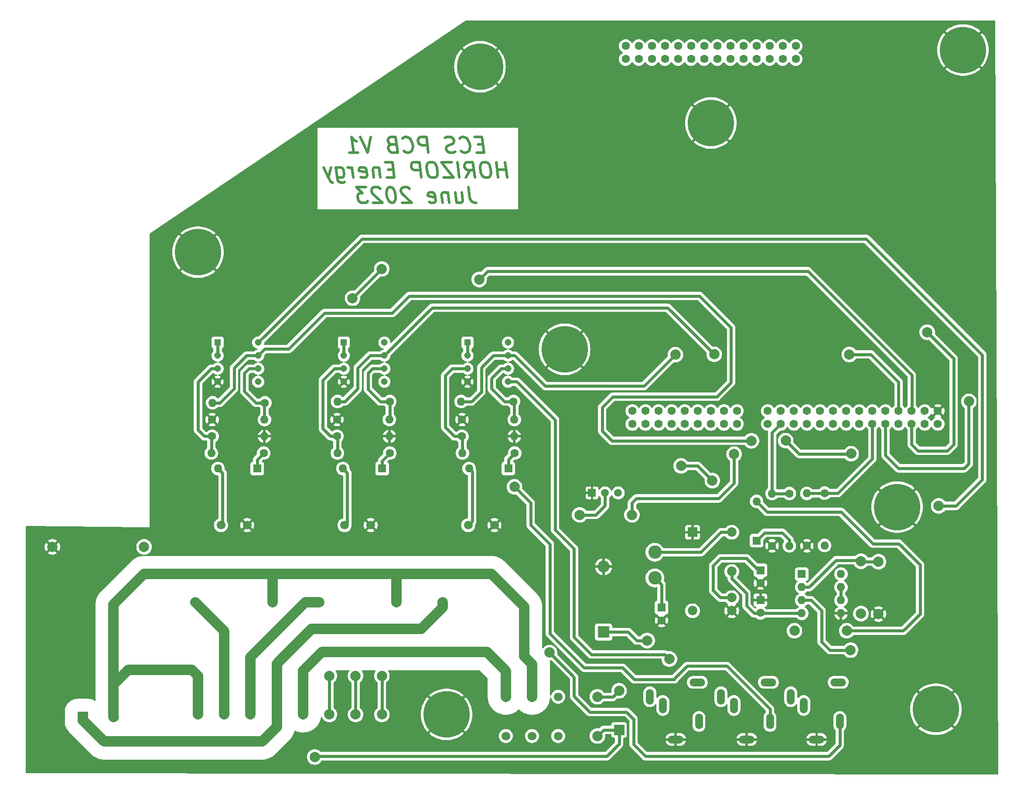
<source format=gbl>
G04 #@! TF.GenerationSoftware,KiCad,Pcbnew,7.0.2*
G04 #@! TF.CreationDate,2023-07-29T23:32:47+01:00*
G04 #@! TF.ProjectId,ECS-Prototype,4543532d-5072-46f7-946f-747970652e6b,1.4*
G04 #@! TF.SameCoordinates,Original*
G04 #@! TF.FileFunction,Copper,L2,Bot*
G04 #@! TF.FilePolarity,Positive*
%FSLAX46Y46*%
G04 Gerber Fmt 4.6, Leading zero omitted, Abs format (unit mm)*
G04 Created by KiCad (PCBNEW 7.0.2) date 2023-07-29 23:32:47*
%MOMM*%
%LPD*%
G01*
G04 APERTURE LIST*
%ADD10C,0.500000*%
G04 #@! TA.AperFunction,NonConductor*
%ADD11C,0.500000*%
G04 #@! TD*
G04 #@! TA.AperFunction,ComponentPad*
%ADD12C,1.600000*%
G04 #@! TD*
G04 #@! TA.AperFunction,ComponentPad*
%ADD13C,9.000000*%
G04 #@! TD*
G04 #@! TA.AperFunction,ComponentPad*
%ADD14C,2.000000*%
G04 #@! TD*
G04 #@! TA.AperFunction,ComponentPad*
%ADD15O,3.016000X1.508000*%
G04 #@! TD*
G04 #@! TA.AperFunction,ComponentPad*
%ADD16O,1.508000X3.016000*%
G04 #@! TD*
G04 #@! TA.AperFunction,ComponentPad*
%ADD17R,2.000000X2.000000*%
G04 #@! TD*
G04 #@! TA.AperFunction,ComponentPad*
%ADD18R,2.300000X2.300000*%
G04 #@! TD*
G04 #@! TA.AperFunction,ComponentPad*
%ADD19O,2.300000X2.300000*%
G04 #@! TD*
G04 #@! TA.AperFunction,ComponentPad*
%ADD20R,1.500000X1.500000*%
G04 #@! TD*
G04 #@! TA.AperFunction,ComponentPad*
%ADD21C,1.500000*%
G04 #@! TD*
G04 #@! TA.AperFunction,ComponentPad*
%ADD22O,1.600000X1.600000*%
G04 #@! TD*
G04 #@! TA.AperFunction,ComponentPad*
%ADD23C,1.700000*%
G04 #@! TD*
G04 #@! TA.AperFunction,ComponentPad*
%ADD24R,1.600000X1.600000*%
G04 #@! TD*
G04 #@! TA.AperFunction,ComponentPad*
%ADD25C,2.600000*%
G04 #@! TD*
G04 #@! TA.AperFunction,ComponentPad*
%ADD26R,1.308000X1.308000*%
G04 #@! TD*
G04 #@! TA.AperFunction,ComponentPad*
%ADD27C,1.308000*%
G04 #@! TD*
G04 #@! TA.AperFunction,ComponentPad*
%ADD28R,1.850000X1.850000*%
G04 #@! TD*
G04 #@! TA.AperFunction,ComponentPad*
%ADD29C,1.850000*%
G04 #@! TD*
G04 #@! TA.AperFunction,ViaPad*
%ADD30C,2.000000*%
G04 #@! TD*
G04 #@! TA.AperFunction,Conductor*
%ADD31C,0.600000*%
G04 #@! TD*
G04 #@! TA.AperFunction,Conductor*
%ADD32C,2.000000*%
G04 #@! TD*
G04 APERTURE END LIST*
D10*
D11*
X217121428Y-79781428D02*
X216121428Y-79781428D01*
X215889286Y-81352857D02*
X217317857Y-81352857D01*
X217317857Y-81352857D02*
X216942857Y-78352857D01*
X216942857Y-78352857D02*
X215514286Y-78352857D01*
X212871428Y-81067142D02*
X213032142Y-81210000D01*
X213032142Y-81210000D02*
X213478571Y-81352857D01*
X213478571Y-81352857D02*
X213764285Y-81352857D01*
X213764285Y-81352857D02*
X214174999Y-81210000D01*
X214174999Y-81210000D02*
X214424999Y-80924285D01*
X214424999Y-80924285D02*
X214532142Y-80638571D01*
X214532142Y-80638571D02*
X214603571Y-80067142D01*
X214603571Y-80067142D02*
X214549999Y-79638571D01*
X214549999Y-79638571D02*
X214335714Y-79067142D01*
X214335714Y-79067142D02*
X214157142Y-78781428D01*
X214157142Y-78781428D02*
X213835714Y-78495714D01*
X213835714Y-78495714D02*
X213389285Y-78352857D01*
X213389285Y-78352857D02*
X213103571Y-78352857D01*
X213103571Y-78352857D02*
X212692857Y-78495714D01*
X212692857Y-78495714D02*
X212567857Y-78638571D01*
X211764285Y-81210000D02*
X211353571Y-81352857D01*
X211353571Y-81352857D02*
X210639285Y-81352857D01*
X210639285Y-81352857D02*
X210335714Y-81210000D01*
X210335714Y-81210000D02*
X210174999Y-81067142D01*
X210174999Y-81067142D02*
X209996428Y-80781428D01*
X209996428Y-80781428D02*
X209960714Y-80495714D01*
X209960714Y-80495714D02*
X210067856Y-80210000D01*
X210067856Y-80210000D02*
X210192856Y-80067142D01*
X210192856Y-80067142D02*
X210460714Y-79924285D01*
X210460714Y-79924285D02*
X211014285Y-79781428D01*
X211014285Y-79781428D02*
X211282142Y-79638571D01*
X211282142Y-79638571D02*
X211407142Y-79495714D01*
X211407142Y-79495714D02*
X211514285Y-79210000D01*
X211514285Y-79210000D02*
X211478571Y-78924285D01*
X211478571Y-78924285D02*
X211299999Y-78638571D01*
X211299999Y-78638571D02*
X211139285Y-78495714D01*
X211139285Y-78495714D02*
X210835714Y-78352857D01*
X210835714Y-78352857D02*
X210121428Y-78352857D01*
X210121428Y-78352857D02*
X209710714Y-78495714D01*
X206514285Y-81352857D02*
X206139285Y-78352857D01*
X206139285Y-78352857D02*
X204996428Y-78352857D01*
X204996428Y-78352857D02*
X204728571Y-78495714D01*
X204728571Y-78495714D02*
X204603571Y-78638571D01*
X204603571Y-78638571D02*
X204496428Y-78924285D01*
X204496428Y-78924285D02*
X204549999Y-79352857D01*
X204549999Y-79352857D02*
X204728571Y-79638571D01*
X204728571Y-79638571D02*
X204889285Y-79781428D01*
X204889285Y-79781428D02*
X205192856Y-79924285D01*
X205192856Y-79924285D02*
X206335714Y-79924285D01*
X201782142Y-81067142D02*
X201942856Y-81210000D01*
X201942856Y-81210000D02*
X202389285Y-81352857D01*
X202389285Y-81352857D02*
X202674999Y-81352857D01*
X202674999Y-81352857D02*
X203085713Y-81210000D01*
X203085713Y-81210000D02*
X203335713Y-80924285D01*
X203335713Y-80924285D02*
X203442856Y-80638571D01*
X203442856Y-80638571D02*
X203514285Y-80067142D01*
X203514285Y-80067142D02*
X203460713Y-79638571D01*
X203460713Y-79638571D02*
X203246428Y-79067142D01*
X203246428Y-79067142D02*
X203067856Y-78781428D01*
X203067856Y-78781428D02*
X202746428Y-78495714D01*
X202746428Y-78495714D02*
X202299999Y-78352857D01*
X202299999Y-78352857D02*
X202014285Y-78352857D01*
X202014285Y-78352857D02*
X201603571Y-78495714D01*
X201603571Y-78495714D02*
X201478571Y-78638571D01*
X199353570Y-79781428D02*
X198942856Y-79924285D01*
X198942856Y-79924285D02*
X198817856Y-80067142D01*
X198817856Y-80067142D02*
X198710713Y-80352857D01*
X198710713Y-80352857D02*
X198764285Y-80781428D01*
X198764285Y-80781428D02*
X198942856Y-81067142D01*
X198942856Y-81067142D02*
X199103570Y-81210000D01*
X199103570Y-81210000D02*
X199407142Y-81352857D01*
X199407142Y-81352857D02*
X200549999Y-81352857D01*
X200549999Y-81352857D02*
X200174999Y-78352857D01*
X200174999Y-78352857D02*
X199174999Y-78352857D01*
X199174999Y-78352857D02*
X198907142Y-78495714D01*
X198907142Y-78495714D02*
X198782142Y-78638571D01*
X198782142Y-78638571D02*
X198674999Y-78924285D01*
X198674999Y-78924285D02*
X198710713Y-79210000D01*
X198710713Y-79210000D02*
X198889285Y-79495714D01*
X198889285Y-79495714D02*
X199049999Y-79638571D01*
X199049999Y-79638571D02*
X199353570Y-79781428D01*
X199353570Y-79781428D02*
X200353570Y-79781428D01*
X195335713Y-78352857D02*
X194710713Y-81352857D01*
X194710713Y-81352857D02*
X193335713Y-78352857D01*
X191157142Y-81352857D02*
X192871428Y-81352857D01*
X192014285Y-81352857D02*
X191639285Y-78352857D01*
X191639285Y-78352857D02*
X191978571Y-78781428D01*
X191978571Y-78781428D02*
X192300000Y-79067142D01*
X192300000Y-79067142D02*
X192603571Y-79210000D01*
X221791071Y-86212857D02*
X221416071Y-83212857D01*
X221594642Y-84641428D02*
X219880357Y-84641428D01*
X220076785Y-86212857D02*
X219701785Y-83212857D01*
X217719642Y-83212857D02*
X217148214Y-83212857D01*
X217148214Y-83212857D02*
X216880357Y-83355714D01*
X216880357Y-83355714D02*
X216630357Y-83641428D01*
X216630357Y-83641428D02*
X216558928Y-84212857D01*
X216558928Y-84212857D02*
X216683928Y-85212857D01*
X216683928Y-85212857D02*
X216898214Y-85784285D01*
X216898214Y-85784285D02*
X217219642Y-86070000D01*
X217219642Y-86070000D02*
X217523214Y-86212857D01*
X217523214Y-86212857D02*
X218094642Y-86212857D01*
X218094642Y-86212857D02*
X218362500Y-86070000D01*
X218362500Y-86070000D02*
X218612500Y-85784285D01*
X218612500Y-85784285D02*
X218683928Y-85212857D01*
X218683928Y-85212857D02*
X218558928Y-84212857D01*
X218558928Y-84212857D02*
X218344642Y-83641428D01*
X218344642Y-83641428D02*
X218023214Y-83355714D01*
X218023214Y-83355714D02*
X217719642Y-83212857D01*
X213826785Y-86212857D02*
X214648214Y-84784285D01*
X215541071Y-86212857D02*
X215166071Y-83212857D01*
X215166071Y-83212857D02*
X214023214Y-83212857D01*
X214023214Y-83212857D02*
X213755357Y-83355714D01*
X213755357Y-83355714D02*
X213630357Y-83498571D01*
X213630357Y-83498571D02*
X213523214Y-83784285D01*
X213523214Y-83784285D02*
X213576785Y-84212857D01*
X213576785Y-84212857D02*
X213755357Y-84498571D01*
X213755357Y-84498571D02*
X213916071Y-84641428D01*
X213916071Y-84641428D02*
X214219642Y-84784285D01*
X214219642Y-84784285D02*
X215362500Y-84784285D01*
X212558928Y-86212857D02*
X212183928Y-83212857D01*
X211058928Y-83212857D02*
X209058928Y-83212857D01*
X209058928Y-83212857D02*
X211433928Y-86212857D01*
X211433928Y-86212857D02*
X209433928Y-86212857D01*
X207362499Y-83212857D02*
X206791071Y-83212857D01*
X206791071Y-83212857D02*
X206523214Y-83355714D01*
X206523214Y-83355714D02*
X206273214Y-83641428D01*
X206273214Y-83641428D02*
X206201785Y-84212857D01*
X206201785Y-84212857D02*
X206326785Y-85212857D01*
X206326785Y-85212857D02*
X206541071Y-85784285D01*
X206541071Y-85784285D02*
X206862499Y-86070000D01*
X206862499Y-86070000D02*
X207166071Y-86212857D01*
X207166071Y-86212857D02*
X207737499Y-86212857D01*
X207737499Y-86212857D02*
X208005357Y-86070000D01*
X208005357Y-86070000D02*
X208255357Y-85784285D01*
X208255357Y-85784285D02*
X208326785Y-85212857D01*
X208326785Y-85212857D02*
X208201785Y-84212857D01*
X208201785Y-84212857D02*
X207987499Y-83641428D01*
X207987499Y-83641428D02*
X207666071Y-83355714D01*
X207666071Y-83355714D02*
X207362499Y-83212857D01*
X205183928Y-86212857D02*
X204808928Y-83212857D01*
X204808928Y-83212857D02*
X203666071Y-83212857D01*
X203666071Y-83212857D02*
X203398214Y-83355714D01*
X203398214Y-83355714D02*
X203273214Y-83498571D01*
X203273214Y-83498571D02*
X203166071Y-83784285D01*
X203166071Y-83784285D02*
X203219642Y-84212857D01*
X203219642Y-84212857D02*
X203398214Y-84498571D01*
X203398214Y-84498571D02*
X203558928Y-84641428D01*
X203558928Y-84641428D02*
X203862499Y-84784285D01*
X203862499Y-84784285D02*
X205005357Y-84784285D01*
X199719642Y-84641428D02*
X198719642Y-84641428D01*
X198487500Y-86212857D02*
X199916071Y-86212857D01*
X199916071Y-86212857D02*
X199541071Y-83212857D01*
X199541071Y-83212857D02*
X198112500Y-83212857D01*
X196969642Y-84212857D02*
X197219642Y-86212857D01*
X197005356Y-84498571D02*
X196844642Y-84355714D01*
X196844642Y-84355714D02*
X196541071Y-84212857D01*
X196541071Y-84212857D02*
X196112499Y-84212857D01*
X196112499Y-84212857D02*
X195844642Y-84355714D01*
X195844642Y-84355714D02*
X195737499Y-84641428D01*
X195737499Y-84641428D02*
X195933928Y-86212857D01*
X193362499Y-86070000D02*
X193666070Y-86212857D01*
X193666070Y-86212857D02*
X194237499Y-86212857D01*
X194237499Y-86212857D02*
X194505356Y-86070000D01*
X194505356Y-86070000D02*
X194612499Y-85784285D01*
X194612499Y-85784285D02*
X194469642Y-84641428D01*
X194469642Y-84641428D02*
X194291070Y-84355714D01*
X194291070Y-84355714D02*
X193987499Y-84212857D01*
X193987499Y-84212857D02*
X193416070Y-84212857D01*
X193416070Y-84212857D02*
X193148213Y-84355714D01*
X193148213Y-84355714D02*
X193041070Y-84641428D01*
X193041070Y-84641428D02*
X193076784Y-84927142D01*
X193076784Y-84927142D02*
X194541070Y-85212857D01*
X191969642Y-86212857D02*
X191719642Y-84212857D01*
X191791071Y-84784285D02*
X191612499Y-84498571D01*
X191612499Y-84498571D02*
X191451785Y-84355714D01*
X191451785Y-84355714D02*
X191148213Y-84212857D01*
X191148213Y-84212857D02*
X190862499Y-84212857D01*
X188594642Y-84212857D02*
X188898213Y-86641428D01*
X188898213Y-86641428D02*
X189076785Y-86927142D01*
X189076785Y-86927142D02*
X189237499Y-87070000D01*
X189237499Y-87070000D02*
X189541070Y-87212857D01*
X189541070Y-87212857D02*
X189969642Y-87212857D01*
X189969642Y-87212857D02*
X190237499Y-87070000D01*
X188826785Y-86070000D02*
X189130356Y-86212857D01*
X189130356Y-86212857D02*
X189701785Y-86212857D01*
X189701785Y-86212857D02*
X189969642Y-86070000D01*
X189969642Y-86070000D02*
X190094642Y-85927142D01*
X190094642Y-85927142D02*
X190201785Y-85641428D01*
X190201785Y-85641428D02*
X190094642Y-84784285D01*
X190094642Y-84784285D02*
X189916070Y-84498571D01*
X189916070Y-84498571D02*
X189755356Y-84355714D01*
X189755356Y-84355714D02*
X189451785Y-84212857D01*
X189451785Y-84212857D02*
X188880356Y-84212857D01*
X188880356Y-84212857D02*
X188612499Y-84355714D01*
X187594641Y-84212857D02*
X187130356Y-86212857D01*
X186166070Y-84212857D02*
X187130356Y-86212857D01*
X187130356Y-86212857D02*
X187505356Y-86927142D01*
X187505356Y-86927142D02*
X187666070Y-87070000D01*
X187666070Y-87070000D02*
X187969641Y-87212857D01*
X214300000Y-88072857D02*
X214567857Y-90215714D01*
X214567857Y-90215714D02*
X214764286Y-90644285D01*
X214764286Y-90644285D02*
X215085714Y-90930000D01*
X215085714Y-90930000D02*
X215532143Y-91072857D01*
X215532143Y-91072857D02*
X215817857Y-91072857D01*
X211728572Y-89072857D02*
X211978572Y-91072857D01*
X213014286Y-89072857D02*
X213210715Y-90644285D01*
X213210715Y-90644285D02*
X213103572Y-90930000D01*
X213103572Y-90930000D02*
X212835715Y-91072857D01*
X212835715Y-91072857D02*
X212407143Y-91072857D01*
X212407143Y-91072857D02*
X212103572Y-90930000D01*
X212103572Y-90930000D02*
X211942857Y-90787142D01*
X210317857Y-89072857D02*
X210567857Y-91072857D01*
X210353571Y-89358571D02*
X210192857Y-89215714D01*
X210192857Y-89215714D02*
X209889286Y-89072857D01*
X209889286Y-89072857D02*
X209460714Y-89072857D01*
X209460714Y-89072857D02*
X209192857Y-89215714D01*
X209192857Y-89215714D02*
X209085714Y-89501428D01*
X209085714Y-89501428D02*
X209282143Y-91072857D01*
X206710714Y-90930000D02*
X207014285Y-91072857D01*
X207014285Y-91072857D02*
X207585714Y-91072857D01*
X207585714Y-91072857D02*
X207853571Y-90930000D01*
X207853571Y-90930000D02*
X207960714Y-90644285D01*
X207960714Y-90644285D02*
X207817857Y-89501428D01*
X207817857Y-89501428D02*
X207639285Y-89215714D01*
X207639285Y-89215714D02*
X207335714Y-89072857D01*
X207335714Y-89072857D02*
X206764285Y-89072857D01*
X206764285Y-89072857D02*
X206496428Y-89215714D01*
X206496428Y-89215714D02*
X206389285Y-89501428D01*
X206389285Y-89501428D02*
X206424999Y-89787142D01*
X206424999Y-89787142D02*
X207889285Y-90072857D01*
X202835714Y-88358571D02*
X202675000Y-88215714D01*
X202675000Y-88215714D02*
X202371429Y-88072857D01*
X202371429Y-88072857D02*
X201657143Y-88072857D01*
X201657143Y-88072857D02*
X201389286Y-88215714D01*
X201389286Y-88215714D02*
X201264286Y-88358571D01*
X201264286Y-88358571D02*
X201157143Y-88644285D01*
X201157143Y-88644285D02*
X201192857Y-88930000D01*
X201192857Y-88930000D02*
X201389286Y-89358571D01*
X201389286Y-89358571D02*
X203317857Y-91072857D01*
X203317857Y-91072857D02*
X201460714Y-91072857D01*
X199246428Y-88072857D02*
X198960714Y-88072857D01*
X198960714Y-88072857D02*
X198692857Y-88215714D01*
X198692857Y-88215714D02*
X198567857Y-88358571D01*
X198567857Y-88358571D02*
X198460714Y-88644285D01*
X198460714Y-88644285D02*
X198389286Y-89215714D01*
X198389286Y-89215714D02*
X198478571Y-89930000D01*
X198478571Y-89930000D02*
X198692857Y-90501428D01*
X198692857Y-90501428D02*
X198871428Y-90787142D01*
X198871428Y-90787142D02*
X199032143Y-90930000D01*
X199032143Y-90930000D02*
X199335714Y-91072857D01*
X199335714Y-91072857D02*
X199621428Y-91072857D01*
X199621428Y-91072857D02*
X199889286Y-90930000D01*
X199889286Y-90930000D02*
X200014286Y-90787142D01*
X200014286Y-90787142D02*
X200121428Y-90501428D01*
X200121428Y-90501428D02*
X200192857Y-89930000D01*
X200192857Y-89930000D02*
X200103571Y-89215714D01*
X200103571Y-89215714D02*
X199889286Y-88644285D01*
X199889286Y-88644285D02*
X199710714Y-88358571D01*
X199710714Y-88358571D02*
X199550000Y-88215714D01*
X199550000Y-88215714D02*
X199246428Y-88072857D01*
X197157142Y-88358571D02*
X196996428Y-88215714D01*
X196996428Y-88215714D02*
X196692857Y-88072857D01*
X196692857Y-88072857D02*
X195978571Y-88072857D01*
X195978571Y-88072857D02*
X195710714Y-88215714D01*
X195710714Y-88215714D02*
X195585714Y-88358571D01*
X195585714Y-88358571D02*
X195478571Y-88644285D01*
X195478571Y-88644285D02*
X195514285Y-88930000D01*
X195514285Y-88930000D02*
X195710714Y-89358571D01*
X195710714Y-89358571D02*
X197639285Y-91072857D01*
X197639285Y-91072857D02*
X195782142Y-91072857D01*
X194424999Y-88072857D02*
X192567856Y-88072857D01*
X192567856Y-88072857D02*
X193710714Y-89215714D01*
X193710714Y-89215714D02*
X193282142Y-89215714D01*
X193282142Y-89215714D02*
X193014285Y-89358571D01*
X193014285Y-89358571D02*
X192889285Y-89501428D01*
X192889285Y-89501428D02*
X192782142Y-89787142D01*
X192782142Y-89787142D02*
X192871428Y-90501428D01*
X192871428Y-90501428D02*
X193049999Y-90787142D01*
X193049999Y-90787142D02*
X193210714Y-90930000D01*
X193210714Y-90930000D02*
X193514285Y-91072857D01*
X193514285Y-91072857D02*
X194371428Y-91072857D01*
X194371428Y-91072857D02*
X194639285Y-90930000D01*
X194639285Y-90930000D02*
X194764285Y-90787142D01*
D12*
X305440000Y-134040000D03*
X302900000Y-134040000D03*
X300360000Y-134040000D03*
X297820000Y-134040000D03*
X295280000Y-134040000D03*
X292740000Y-134040000D03*
X290200000Y-134040000D03*
X287660000Y-134040000D03*
X285120000Y-134040000D03*
X282580000Y-134040000D03*
X280040000Y-134040000D03*
X277500000Y-134040000D03*
X274960000Y-134040000D03*
X272420000Y-134040000D03*
X305440000Y-131500000D03*
X302900000Y-131500000D03*
X300360000Y-131500000D03*
X297820000Y-131500000D03*
X295280000Y-131500000D03*
X292740000Y-131500000D03*
X290200000Y-131500000D03*
X287660000Y-131500000D03*
X285120000Y-131500000D03*
X282580000Y-131500000D03*
X280040000Y-131500000D03*
X277500000Y-131500000D03*
X274960000Y-131500000D03*
X272420000Y-131500000D03*
X266440000Y-134040000D03*
X263900000Y-134040000D03*
X261360000Y-134040000D03*
X258820000Y-134040000D03*
X256280000Y-134040000D03*
X253740000Y-134040000D03*
X251200000Y-134040000D03*
X248660000Y-134040000D03*
X246120000Y-134040000D03*
X266440000Y-131500000D03*
X263900000Y-131500000D03*
X261360000Y-131500000D03*
X258820000Y-131500000D03*
X256280000Y-131500000D03*
X253740000Y-131500000D03*
X251200000Y-131500000D03*
X248660000Y-131500000D03*
X246120000Y-131500000D03*
X277840000Y-63200000D03*
X275300000Y-63200000D03*
X272760000Y-63200000D03*
X270220000Y-63200000D03*
X267680000Y-63200000D03*
X265140000Y-63200000D03*
X262600000Y-63200000D03*
X260060000Y-63200000D03*
X257520000Y-63200000D03*
X254980000Y-63200000D03*
X252440000Y-63200000D03*
X249900000Y-63200000D03*
X247360000Y-63200000D03*
X244820000Y-63200000D03*
X277840000Y-60660000D03*
X275300000Y-60660000D03*
X272760000Y-60660000D03*
X270220000Y-60660000D03*
X267680000Y-60660000D03*
X265140000Y-60660000D03*
X262600000Y-60660000D03*
X260060000Y-60660000D03*
X257520000Y-60660000D03*
X254980000Y-60660000D03*
X252440000Y-60660000D03*
X249900000Y-60660000D03*
X247360000Y-60660000D03*
X244820000Y-60660000D03*
D13*
X161800000Y-100690000D03*
X216550000Y-64690000D03*
X305050000Y-189440000D03*
D14*
X197500000Y-182940000D03*
X197500000Y-190440000D03*
X192400000Y-182940000D03*
X192400000Y-190440000D03*
X187300000Y-182940000D03*
X187300000Y-190440000D03*
X182200000Y-182940000D03*
X182200000Y-190440000D03*
X177100000Y-182940000D03*
X177100000Y-190440000D03*
X172000000Y-182940000D03*
X172000000Y-190440000D03*
X166900000Y-182940000D03*
X166900000Y-190440000D03*
X161800000Y-182940000D03*
X161800000Y-190440000D03*
D15*
X254545000Y-195300000D03*
D16*
X259045000Y-191800000D03*
X249545000Y-187000000D03*
D15*
X258745000Y-184200000D03*
D16*
X252045000Y-188700000D03*
D15*
X268345000Y-195300000D03*
D16*
X272845000Y-191800000D03*
X263345000Y-187000000D03*
D15*
X272545000Y-184200000D03*
D16*
X265845000Y-188700000D03*
D15*
X281900000Y-195300000D03*
D16*
X286400000Y-191800000D03*
X276900000Y-187000000D03*
D15*
X286100000Y-184200000D03*
D16*
X279400000Y-188700000D03*
D17*
X243550000Y-193440000D03*
D14*
X243550000Y-185820000D03*
D18*
X240550000Y-174440000D03*
D19*
X240550000Y-161740000D03*
D20*
X238300000Y-147440000D03*
D21*
X240840000Y-147440000D03*
X243380000Y-147440000D03*
D12*
X283449999Y-147475001D03*
D22*
X283449999Y-157635001D03*
D12*
X280005000Y-157690000D03*
D22*
X280005000Y-147530000D03*
D14*
X246050000Y-151690000D03*
X235890000Y-151690000D03*
X293910000Y-170950000D03*
X293910000Y-160790000D03*
X290505000Y-160706000D03*
X290505000Y-170866000D03*
X287755000Y-174190000D03*
X277595000Y-174190000D03*
D12*
X276610000Y-147540000D03*
D22*
X276610000Y-157700000D03*
D12*
X273250000Y-157710000D03*
D22*
X273250000Y-147550000D03*
D14*
X161307000Y-168683000D03*
X176293000Y-168683000D03*
D23*
X166260000Y-153697000D03*
X171340000Y-153697000D03*
D14*
X209307000Y-168683000D03*
X224293000Y-168683000D03*
D23*
X214260000Y-153697000D03*
X219340000Y-153697000D03*
D14*
X185307000Y-168683000D03*
X200293000Y-168683000D03*
D23*
X190260000Y-153697000D03*
X195340000Y-153697000D03*
D13*
X297530000Y-150180000D03*
D24*
X279005000Y-163190000D03*
D22*
X279005000Y-165730000D03*
X279005000Y-168270000D03*
X279005000Y-170810000D03*
X286625000Y-170810000D03*
X286625000Y-168270000D03*
X286625000Y-165730000D03*
X286625000Y-163190000D03*
D24*
X270255000Y-156690000D03*
D22*
X270255000Y-149070000D03*
D25*
X250500000Y-158940000D03*
X250500000Y-163940000D03*
D24*
X271000000Y-168234888D03*
D12*
X271000000Y-170734888D03*
D24*
X251800000Y-169690000D03*
D12*
X251800000Y-172190000D03*
D24*
X271005000Y-162440000D03*
D12*
X271005000Y-164940000D03*
D24*
X197550000Y-142690000D03*
D22*
X189930000Y-142690000D03*
D12*
X188800000Y-133190000D03*
D22*
X198960000Y-133190000D03*
D24*
X222050000Y-142690000D03*
D22*
X214430000Y-142690000D03*
D12*
X223300000Y-139690000D03*
D22*
X213140000Y-139690000D03*
D12*
X213050000Y-136440000D03*
D22*
X223210000Y-136440000D03*
D12*
X213050000Y-133190000D03*
D22*
X223210000Y-133190000D03*
D12*
X174550000Y-139690000D03*
D22*
X164390000Y-139690000D03*
D12*
X199050000Y-129690000D03*
D22*
X188890000Y-129690000D03*
D12*
X164550000Y-136440000D03*
D22*
X174710000Y-136440000D03*
D12*
X199050000Y-139690000D03*
D22*
X188890000Y-139690000D03*
D12*
X223050000Y-129690000D03*
D22*
X212890000Y-129690000D03*
D12*
X188800000Y-136440000D03*
D22*
X198960000Y-136440000D03*
D12*
X174800000Y-129940000D03*
D22*
X164640000Y-129940000D03*
D12*
X164550000Y-133190000D03*
D22*
X174710000Y-133190000D03*
D24*
X173300000Y-142690000D03*
D22*
X165680000Y-142690000D03*
D26*
X214115000Y-118240000D03*
D27*
X214115000Y-120780000D03*
X214115000Y-123320000D03*
X214115000Y-125860000D03*
X221985000Y-125860000D03*
X221985000Y-123320000D03*
X221985000Y-120780000D03*
X221985000Y-118240000D03*
D26*
X190115000Y-118240000D03*
D27*
X190115000Y-120780000D03*
X190115000Y-123320000D03*
X190115000Y-125860000D03*
X197985000Y-125860000D03*
X197985000Y-123320000D03*
X197985000Y-120780000D03*
X197985000Y-118240000D03*
D26*
X165615000Y-118240000D03*
D27*
X165615000Y-120780000D03*
X165615000Y-123320000D03*
X165615000Y-125860000D03*
X173485000Y-125860000D03*
X173485000Y-123320000D03*
X173485000Y-120780000D03*
X173485000Y-118240000D03*
D14*
X239340000Y-194620000D03*
D23*
X231720000Y-194620000D03*
X226640000Y-194620000D03*
X221560000Y-194620000D03*
D14*
X221560000Y-187000000D03*
X226640000Y-187000000D03*
D23*
X231720000Y-187000000D03*
D14*
X239340000Y-187000000D03*
D28*
X257800000Y-155070000D03*
D29*
X257800000Y-170310000D03*
X265420000Y-155070000D03*
X265420000Y-162690000D03*
X265420000Y-167770000D03*
X265420000Y-170310000D03*
D13*
X210050000Y-190440000D03*
X310300000Y-61440000D03*
D17*
X139440000Y-190910000D03*
D14*
X145440000Y-190910000D03*
X133540000Y-157910000D03*
X151340000Y-157910000D03*
D13*
X232970000Y-119550000D03*
X261370000Y-75610000D03*
D30*
X184460000Y-198690000D03*
X249000000Y-176100000D03*
X255600000Y-142190000D03*
X261660000Y-145050000D03*
X230050000Y-178440000D03*
X223252000Y-146250000D03*
X253325000Y-179675000D03*
X216400000Y-106000000D03*
X265890000Y-139890000D03*
X305600000Y-149950000D03*
X254500000Y-120590000D03*
X311460000Y-129670000D03*
X288250000Y-120540000D03*
X262030000Y-120520000D03*
X269240000Y-137310000D03*
X288600000Y-139830000D03*
X275900000Y-137290000D03*
X288505000Y-177940000D03*
X303365000Y-116225000D03*
X197490000Y-103940000D03*
X191815000Y-109615000D03*
D31*
X187300000Y-182940000D02*
X187300000Y-190440000D01*
X184460000Y-198690000D02*
X184598000Y-198552000D01*
X251800000Y-169690000D02*
X251800000Y-165240000D01*
X241158000Y-198552000D02*
X243550000Y-196160000D01*
X283470000Y-157615000D02*
X283449999Y-157635001D01*
X250250000Y-163940000D02*
X250500000Y-163940000D01*
X251800000Y-165240000D02*
X250500000Y-163940000D01*
X184598000Y-198552000D02*
X241158000Y-198552000D01*
X239340000Y-194620000D02*
X240520000Y-193440000D01*
X240520000Y-193440000D02*
X243550000Y-193440000D01*
X243550000Y-196160000D02*
X243550000Y-193440000D01*
X215050000Y-152907000D02*
X214260000Y-153697000D01*
X214430000Y-142690000D02*
X215050000Y-143310000D01*
X215050000Y-143310000D02*
X215050000Y-152907000D01*
X243550000Y-185820000D02*
X242320000Y-187050000D01*
X242320000Y-187050000D02*
X239390000Y-187050000D01*
X239390000Y-187050000D02*
X239340000Y-187000000D01*
X192400000Y-182940000D02*
X192400000Y-190440000D01*
X272315000Y-151130000D02*
X270255000Y-149070000D01*
X287755000Y-174190000D02*
X298750000Y-174190000D01*
X292840000Y-157290000D02*
X286680000Y-151130000D01*
X298750000Y-174190000D02*
X301990000Y-170950000D01*
X249000000Y-176100000D02*
X246960000Y-176100000D01*
X301990000Y-161420000D02*
X297860000Y-157290000D01*
X301990000Y-170950000D02*
X301990000Y-161420000D01*
X297860000Y-157290000D02*
X292840000Y-157290000D01*
X245300000Y-174440000D02*
X240550000Y-174440000D01*
X246960000Y-176100000D02*
X245300000Y-174440000D01*
X286680000Y-151130000D02*
X272315000Y-151130000D01*
X190800000Y-143560000D02*
X190800000Y-153157000D01*
X189930000Y-142690000D02*
X190800000Y-143560000D01*
X190800000Y-153157000D02*
X190260000Y-153697000D01*
X166550000Y-143560000D02*
X166550000Y-153407000D01*
X165680000Y-142690000D02*
X166550000Y-143560000D01*
X166550000Y-153407000D02*
X166260000Y-153697000D01*
D32*
X185808881Y-178350000D02*
X182200000Y-181958881D01*
X211710000Y-178350000D02*
X217900000Y-178350000D01*
X221560000Y-182010000D02*
X221560000Y-187000000D01*
X182200000Y-183340000D02*
X182200000Y-190440000D01*
X182200000Y-181958881D02*
X182200000Y-182940000D01*
X211710000Y-178350000D02*
X185808881Y-178350000D01*
X217900000Y-178350000D02*
X221560000Y-182010000D01*
X161800000Y-182940000D02*
X160610000Y-181750000D01*
X200293000Y-168683000D02*
X200293000Y-163197000D01*
X146360000Y-183650000D02*
X145420000Y-184590000D01*
X145420000Y-184590000D02*
X145420000Y-169070000D01*
X176293000Y-168683000D02*
X176293000Y-163683000D01*
X226640000Y-180726039D02*
X225100000Y-179186039D01*
X148260000Y-181750000D02*
X146360000Y-183650000D01*
X200293000Y-163197000D02*
X200300000Y-163190000D01*
X176293000Y-163683000D02*
X175800000Y-163190000D01*
X145420000Y-169070000D02*
X151300000Y-163190000D01*
X226640000Y-187000000D02*
X226640000Y-180726039D01*
X145420000Y-184590000D02*
X145420000Y-190890000D01*
X161800000Y-182940000D02*
X161800000Y-190440000D01*
X225100000Y-169490000D02*
X224293000Y-168683000D01*
X175800000Y-163190000D02*
X200300000Y-163190000D01*
X218800000Y-163190000D02*
X224293000Y-168683000D01*
X151300000Y-163190000D02*
X175800000Y-163190000D01*
X145420000Y-190890000D02*
X145440000Y-190910000D01*
X225100000Y-179186039D02*
X225100000Y-169490000D01*
X200300000Y-163190000D02*
X218800000Y-163190000D01*
X160610000Y-181750000D02*
X148260000Y-181750000D01*
X161307000Y-168683000D02*
X166900000Y-174276000D01*
X166900000Y-174276000D02*
X166900000Y-190440000D01*
X182656961Y-168683000D02*
X172000000Y-179339961D01*
X172000000Y-179339961D02*
X172000000Y-190440000D01*
X185307000Y-168683000D02*
X182656961Y-168683000D01*
X139440000Y-190910000D02*
X139440000Y-191573962D01*
X183853923Y-173850000D02*
X205170000Y-173850000D01*
X205170000Y-173850000D02*
X209307000Y-169713000D01*
X174280000Y-195710000D02*
X177100000Y-192890000D01*
X209307000Y-169713000D02*
X209307000Y-168683000D01*
X177100000Y-180603923D02*
X183853923Y-173850000D01*
X143576038Y-195710000D02*
X174280000Y-195710000D01*
X177100000Y-192890000D02*
X177100000Y-180603923D01*
X139440000Y-191573962D02*
X143576038Y-195710000D01*
D31*
X286034999Y-147475001D02*
X292740000Y-140770000D01*
X280005000Y-147530000D02*
X283395000Y-147530000D01*
X197810000Y-182750000D02*
X197750000Y-182690000D01*
X197500000Y-182940000D02*
X197500000Y-190440000D01*
X258800000Y-142190000D02*
X255600000Y-142190000D01*
X292740000Y-140770000D02*
X292740000Y-134040000D01*
X283449999Y-147475001D02*
X286034999Y-147475001D01*
X292500000Y-134040000D02*
X292440000Y-134100000D01*
X261660000Y-145050000D02*
X258800000Y-142190000D01*
X234800000Y-183190000D02*
X234800000Y-186900000D01*
X234800000Y-186900000D02*
X237870000Y-189970000D01*
X246366000Y-196266000D02*
X248652000Y-198552000D01*
X284248000Y-198552000D02*
X286400000Y-196400000D01*
X237870000Y-189970000D02*
X244988000Y-189970000D01*
X286400000Y-196400000D02*
X286400000Y-191800000D01*
X244988000Y-189970000D02*
X246366000Y-191348000D01*
X248652000Y-198552000D02*
X284248000Y-198552000D01*
X246366000Y-191348000D02*
X246366000Y-196266000D01*
X230050000Y-178440000D02*
X234800000Y-183190000D01*
X223252000Y-146250000D02*
X226400000Y-149398000D01*
X254290000Y-183520000D02*
X256770000Y-181040000D01*
X272845000Y-189395000D02*
X272845000Y-191800000D01*
X256770000Y-181040000D02*
X264490000Y-181040000D01*
X230110000Y-157404000D02*
X230110000Y-174750000D01*
X264490000Y-181040000D02*
X272845000Y-189395000D01*
X246470000Y-183620000D02*
X254290000Y-183620000D01*
X226400000Y-149398000D02*
X226400000Y-153694000D01*
X254290000Y-183620000D02*
X254290000Y-183520000D01*
X244230000Y-181380000D02*
X246470000Y-183620000D01*
X226400000Y-153694000D02*
X230110000Y-157404000D01*
X230110000Y-174750000D02*
X236740000Y-181380000D01*
X236740000Y-181380000D02*
X244230000Y-181380000D01*
X234800000Y-175440000D02*
X234800000Y-158284000D01*
X234800000Y-158284000D02*
X231126000Y-154610000D01*
X231126000Y-133266000D02*
X223720000Y-125860000D01*
X252450000Y-178800000D02*
X238160000Y-178800000D01*
X223720000Y-125860000D02*
X221985000Y-125860000D01*
X253325000Y-179675000D02*
X252450000Y-178800000D01*
X238160000Y-178800000D02*
X234800000Y-175440000D01*
X231126000Y-154610000D02*
X231126000Y-133266000D01*
X214100000Y-118225000D02*
X214115000Y-118240000D01*
X280230000Y-104400000D02*
X300370000Y-124540000D01*
X218000000Y-104400000D02*
X280230000Y-104400000D01*
X216400000Y-106000000D02*
X218000000Y-104400000D01*
X300370000Y-124540000D02*
X300370000Y-131530000D01*
X214115000Y-118240000D02*
X214115000Y-120780000D01*
X263200000Y-160150000D02*
X261830000Y-161520000D01*
X263200000Y-167770000D02*
X265420000Y-167770000D01*
X270570000Y-162440000D02*
X268280000Y-160150000D01*
X261830000Y-166400000D02*
X263200000Y-167770000D01*
X261830000Y-161520000D02*
X261830000Y-166400000D01*
X268280000Y-160150000D02*
X263200000Y-160150000D01*
X268280000Y-166920000D02*
X268280000Y-169360000D01*
X268280000Y-169360000D02*
X269730000Y-170810000D01*
X265420000Y-164060000D02*
X268280000Y-166920000D01*
X265420000Y-162690000D02*
X265420000Y-164060000D01*
X269730000Y-170810000D02*
X279005000Y-170810000D01*
X222050000Y-140940000D02*
X223300000Y-139690000D01*
X222050000Y-142690000D02*
X222050000Y-140940000D01*
X197550000Y-141190000D02*
X199050000Y-139690000D01*
X197550000Y-142690000D02*
X197550000Y-141190000D01*
X173300000Y-140940000D02*
X174550000Y-139690000D01*
X173300000Y-142690000D02*
X173300000Y-140940000D01*
X276610000Y-156545000D02*
X275255000Y-155190000D01*
X276610000Y-157700000D02*
X276610000Y-156545000D01*
X275255000Y-155190000D02*
X271755000Y-155190000D01*
X271755000Y-155190000D02*
X270255000Y-156690000D01*
X263330000Y-155070000D02*
X265420000Y-155070000D01*
X259460000Y-158940000D02*
X263330000Y-155070000D01*
X250500000Y-158940000D02*
X259460000Y-158940000D01*
X240840000Y-149900000D02*
X239050000Y-151690000D01*
X239050000Y-151690000D02*
X235890000Y-151690000D01*
X240840000Y-147440000D02*
X240840000Y-149900000D01*
X246050000Y-149360000D02*
X246050000Y-151690000D01*
X246900000Y-148510000D02*
X246050000Y-149360000D01*
X265890000Y-139890000D02*
X265870000Y-139910000D01*
X265870000Y-139910000D02*
X265870000Y-145520000D01*
X262880000Y-148510000D02*
X246900000Y-148510000D01*
X265870000Y-145520000D02*
X262880000Y-148510000D01*
X280460000Y-165730000D02*
X279005000Y-165730000D01*
X290505000Y-160690000D02*
X290505000Y-160706000D01*
X285690000Y-160500000D02*
X280460000Y-165730000D01*
X290505000Y-160706000D02*
X290299000Y-160500000D01*
X293755000Y-160780000D02*
X290595000Y-160780000D01*
X290299000Y-160500000D02*
X285690000Y-160500000D01*
X305650000Y-149950000D02*
X308960000Y-149950000D01*
X193625000Y-98100000D02*
X173485000Y-118240000D01*
X314060000Y-120630000D02*
X291530000Y-98100000D01*
X314060000Y-144850000D02*
X314060000Y-120630000D01*
X308960000Y-149950000D02*
X314060000Y-144850000D01*
X291530000Y-98100000D02*
X193625000Y-98100000D01*
X273260000Y-147540000D02*
X273260000Y-147525000D01*
X273255000Y-147545000D02*
X273255000Y-135745000D01*
X276505000Y-147540000D02*
X273260000Y-147540000D01*
X276629999Y-147415001D02*
X276505000Y-147540000D01*
X273260000Y-147525000D02*
X273369999Y-147415001D01*
X273250000Y-147550000D02*
X273255000Y-147545000D01*
X273255000Y-135745000D02*
X274960000Y-134040000D01*
X213140000Y-139690000D02*
X213140000Y-136530000D01*
X211550000Y-136440000D02*
X209800000Y-134690000D01*
X209800000Y-134690000D02*
X209800000Y-124650000D01*
X209800000Y-124650000D02*
X211130000Y-123320000D01*
X213050000Y-136440000D02*
X211550000Y-136440000D01*
X211130000Y-123320000D02*
X214115000Y-123320000D01*
X213140000Y-136530000D02*
X213050000Y-136440000D01*
X218800000Y-125190000D02*
X220670000Y-123320000D01*
X218800000Y-127190000D02*
X218800000Y-125190000D01*
X223210000Y-133190000D02*
X223210000Y-129850000D01*
X223050000Y-129690000D02*
X221300000Y-129690000D01*
X220670000Y-123320000D02*
X221985000Y-123320000D01*
X221300000Y-129690000D02*
X218800000Y-127190000D01*
X311450000Y-129680000D02*
X311460000Y-129670000D01*
X297820000Y-142670000D02*
X310530000Y-142670000D01*
X229200000Y-126680000D02*
X223300000Y-120780000D01*
X223300000Y-120780000D02*
X221985000Y-120780000D01*
X248410000Y-126680000D02*
X229200000Y-126680000D01*
X216800000Y-127810000D02*
X216800000Y-123077500D01*
X216800000Y-123077500D02*
X219097500Y-120780000D01*
X254500000Y-120590000D02*
X248410000Y-126680000D01*
X214920000Y-129690000D02*
X216800000Y-127810000D01*
X212890000Y-129690000D02*
X214920000Y-129690000D01*
X310530000Y-142670000D02*
X311450000Y-141750000D01*
X219097500Y-120780000D02*
X221985000Y-120780000D01*
X295280000Y-134040000D02*
X295280000Y-140130000D01*
X311450000Y-141750000D02*
X311450000Y-129680000D01*
X295280000Y-140130000D02*
X297820000Y-142670000D01*
X188890000Y-139690000D02*
X188890000Y-136530000D01*
X188270000Y-123320000D02*
X190115000Y-123320000D01*
X187550000Y-136440000D02*
X186050000Y-134940000D01*
X186050000Y-134940000D02*
X186050000Y-125540000D01*
X188800000Y-136440000D02*
X187550000Y-136440000D01*
X186050000Y-125540000D02*
X188270000Y-123320000D01*
X195667500Y-123320000D02*
X197985000Y-123320000D01*
X194800000Y-124187500D02*
X195667500Y-123320000D01*
X194800000Y-127310000D02*
X194800000Y-124187500D01*
X197180000Y-129690000D02*
X194800000Y-127310000D01*
X199050000Y-129690000D02*
X199050000Y-133100000D01*
X199050000Y-129690000D02*
X197180000Y-129690000D01*
X288250000Y-120540000D02*
X292450000Y-120540000D01*
X262030000Y-120520000D02*
X253010000Y-111500000D01*
X207265000Y-111500000D02*
X197985000Y-120780000D01*
X192800000Y-123190000D02*
X195210000Y-120780000D01*
X190300000Y-129690000D02*
X192800000Y-127190000D01*
X297820000Y-125910000D02*
X297820000Y-131500000D01*
X253010000Y-111500000D02*
X207265000Y-111500000D01*
X192800000Y-127190000D02*
X192800000Y-123190000D01*
X292450000Y-120540000D02*
X297820000Y-125910000D01*
X188890000Y-129690000D02*
X190300000Y-129690000D01*
X195210000Y-120780000D02*
X197985000Y-120780000D01*
X164345000Y-123320000D02*
X161800000Y-125865000D01*
X161800000Y-125865000D02*
X161800000Y-135190000D01*
X164390000Y-139690000D02*
X164390000Y-136600000D01*
X163050000Y-136440000D02*
X164550000Y-136440000D01*
X161800000Y-135190000D02*
X163050000Y-136440000D01*
X165615000Y-123320000D02*
X164345000Y-123320000D01*
X173050000Y-129940000D02*
X170800000Y-127690000D01*
X170800000Y-127690000D02*
X170800000Y-124190000D01*
X171670000Y-123320000D02*
X173485000Y-123320000D01*
X174710000Y-133190000D02*
X174710000Y-130030000D01*
X174800000Y-129940000D02*
X173050000Y-129940000D01*
X170800000Y-124190000D02*
X171670000Y-123320000D01*
X265290000Y-126000000D02*
X265290000Y-115310000D01*
X171210000Y-120780000D02*
X173485000Y-120780000D01*
X164640000Y-129940000D02*
X166050000Y-129940000D01*
X242160000Y-137310000D02*
X240260000Y-135410000D01*
X240260000Y-130830000D02*
X242320000Y-128770000D01*
X166050000Y-129940000D02*
X168800000Y-127190000D01*
X242320000Y-128770000D02*
X262520000Y-128770000D01*
X265290000Y-115310000D02*
X259180000Y-109200000D01*
X174755000Y-119510000D02*
X173485000Y-120780000D01*
X288552000Y-139878000D02*
X288600000Y-139830000D01*
X259180000Y-109200000D02*
X202800000Y-109200000D01*
X168800000Y-127190000D02*
X168800000Y-123190000D01*
X168800000Y-123190000D02*
X171210000Y-120780000D01*
X278488000Y-139878000D02*
X288552000Y-139878000D01*
X186370000Y-112520000D02*
X179380000Y-119510000D01*
X199480000Y-112520000D02*
X186370000Y-112520000D01*
X179380000Y-119510000D02*
X174755000Y-119510000D01*
X275900000Y-137290000D02*
X278488000Y-139878000D01*
X240260000Y-135410000D02*
X240260000Y-130830000D01*
X262520000Y-128770000D02*
X265290000Y-126000000D01*
X202800000Y-109200000D02*
X199480000Y-112520000D01*
X269240000Y-137310000D02*
X242160000Y-137310000D01*
X284450000Y-177940000D02*
X288505000Y-177940000D01*
X282870000Y-176360000D02*
X284450000Y-177940000D01*
X279005000Y-168270000D02*
X280835000Y-168270000D01*
X280835000Y-168270000D02*
X282870000Y-170305000D01*
X282870000Y-170305000D02*
X282870000Y-176360000D01*
X286625000Y-168270000D02*
X286625000Y-165730000D01*
X308500000Y-138000000D02*
X307250000Y-139250000D01*
X300350000Y-134050000D02*
X300360000Y-134040000D01*
X308500000Y-121360000D02*
X308500000Y-138000000D01*
X301590000Y-139250000D02*
X300350000Y-138010000D01*
X300350000Y-138010000D02*
X300350000Y-134050000D01*
X303365000Y-116225000D02*
X308500000Y-121360000D01*
X165615000Y-118240000D02*
X165615000Y-120780000D01*
X307250000Y-139250000D02*
X301590000Y-139250000D01*
X197490000Y-103940000D02*
X191815000Y-109615000D01*
X190100000Y-118225000D02*
X190115000Y-118240000D01*
X190115000Y-118240000D02*
X190115000Y-120780000D01*
G04 #@! TA.AperFunction,Conductor*
G36*
X305054835Y-131625148D02*
G01*
X305112359Y-131738045D01*
X305201955Y-131827641D01*
X305314852Y-131885165D01*
X305395598Y-131897953D01*
X304714527Y-132579024D01*
X304714527Y-132579027D01*
X304787512Y-132630132D01*
X304832513Y-132651116D01*
X304885798Y-132698034D01*
X304905259Y-132766311D01*
X304884717Y-132834271D01*
X304832513Y-132879506D01*
X304783249Y-132902477D01*
X304595696Y-133033804D01*
X304433804Y-133195696D01*
X304302477Y-133383250D01*
X304284195Y-133422457D01*
X304237278Y-133475742D01*
X304169000Y-133495203D01*
X304101040Y-133474661D01*
X304055805Y-133422457D01*
X304053076Y-133416605D01*
X304037523Y-133383251D01*
X303906198Y-133195700D01*
X303906197Y-133195699D01*
X303906195Y-133195696D01*
X303744303Y-133033804D01*
X303556748Y-132902476D01*
X303517543Y-132884195D01*
X303464257Y-132837278D01*
X303444796Y-132769001D01*
X303465337Y-132701041D01*
X303517543Y-132655805D01*
X303522163Y-132653650D01*
X303556749Y-132637523D01*
X303744300Y-132506198D01*
X303906198Y-132344300D01*
X304037523Y-132156749D01*
X304060494Y-132107486D01*
X304107410Y-132054202D01*
X304175688Y-132034740D01*
X304243648Y-132055281D01*
X304288884Y-132107486D01*
X304309866Y-132152482D01*
X304360972Y-132225470D01*
X305042045Y-131544398D01*
X305054835Y-131625148D01*
G37*
G04 #@! TD.AperFunction*
G04 #@! TA.AperFunction,Conductor*
G36*
X316492191Y-55728478D02*
G01*
X316538684Y-55782134D01*
X316550069Y-55833960D01*
X317149035Y-201981792D01*
X317129312Y-202049994D01*
X317075848Y-202096706D01*
X317022869Y-202108308D01*
X128525388Y-201858642D01*
X128457294Y-201838550D01*
X128410872Y-201784832D01*
X128399555Y-201732642D01*
X128399555Y-191527299D01*
X135934843Y-191527299D01*
X135934976Y-191530633D01*
X135934976Y-191530649D01*
X135939400Y-191641350D01*
X135939500Y-191646380D01*
X135939500Y-192014840D01*
X135939569Y-192016320D01*
X135939570Y-192016328D01*
X135945511Y-192142326D01*
X135945512Y-192142343D01*
X135945675Y-192145783D01*
X135946213Y-192149185D01*
X135946215Y-192149196D01*
X135992274Y-192440000D01*
X135994895Y-192456546D01*
X135995995Y-192460334D01*
X135995998Y-192460345D01*
X136080469Y-192751092D01*
X136082676Y-192758689D01*
X136207633Y-193047448D01*
X136267346Y-193148417D01*
X136343771Y-193277645D01*
X136367796Y-193318268D01*
X136370225Y-193321400D01*
X136370235Y-193321414D01*
X136552820Y-193556800D01*
X136559177Y-193565778D01*
X136593161Y-193618519D01*
X136598541Y-193626867D01*
X136609526Y-193640482D01*
X136616452Y-193649936D01*
X136620704Y-193656346D01*
X136626120Y-193664509D01*
X136628254Y-193667083D01*
X136628257Y-193667087D01*
X136730316Y-193790188D01*
X136830729Y-193914639D01*
X136830740Y-193914651D01*
X136832849Y-193917265D01*
X136835235Y-193919651D01*
X136845207Y-193929623D01*
X136853110Y-193938298D01*
X136862128Y-193949176D01*
X136862137Y-193949186D01*
X136864273Y-193951762D01*
X136866676Y-193954102D01*
X136866678Y-193954104D01*
X136961312Y-194046252D01*
X136981247Y-194065663D01*
X141015448Y-198099864D01*
X141021163Y-198105972D01*
X141064522Y-198155525D01*
X141066981Y-198157795D01*
X141066982Y-198157796D01*
X141148394Y-198232952D01*
X141152022Y-198236439D01*
X141166722Y-198251139D01*
X141218740Y-198297892D01*
X141338693Y-198408628D01*
X141341380Y-198410624D01*
X141341387Y-198410630D01*
X141352727Y-198419054D01*
X141361812Y-198426485D01*
X141374814Y-198438171D01*
X141377530Y-198440133D01*
X141507133Y-198533769D01*
X141635512Y-198629148D01*
X141635526Y-198629157D01*
X141638215Y-198631155D01*
X141641106Y-198632858D01*
X141641110Y-198632861D01*
X141653280Y-198640032D01*
X141663104Y-198646455D01*
X141670036Y-198651462D01*
X141677272Y-198656691D01*
X141819017Y-198737691D01*
X141959693Y-198820584D01*
X141975608Y-198827805D01*
X141986048Y-198833141D01*
X142001243Y-198841825D01*
X142139149Y-198902201D01*
X142150837Y-198907318D01*
X142178104Y-198919691D01*
X142299485Y-198974769D01*
X142316092Y-198980262D01*
X142327025Y-198984453D01*
X142343057Y-198991473D01*
X142498728Y-199040682D01*
X142653740Y-199091963D01*
X142670840Y-199095661D01*
X142682171Y-199098671D01*
X142695624Y-199102924D01*
X142695641Y-199102928D01*
X142698841Y-199103940D01*
X142858851Y-199136322D01*
X143018446Y-199170838D01*
X143035838Y-199172696D01*
X143047411Y-199174482D01*
X143064564Y-199177954D01*
X143227126Y-199193145D01*
X143389469Y-199210500D01*
X143406958Y-199210500D01*
X143418681Y-199211047D01*
X143420895Y-199211253D01*
X143436082Y-199212673D01*
X143599311Y-199210500D01*
X174159307Y-199210500D01*
X174167626Y-199210776D01*
X174233337Y-199215157D01*
X174347388Y-199210599D01*
X174352418Y-199210500D01*
X174371537Y-199210500D01*
X174373213Y-199210500D01*
X174443056Y-199206777D01*
X174606176Y-199200260D01*
X174623479Y-199197707D01*
X174635127Y-199196540D01*
X174652608Y-199195609D01*
X174813814Y-199169636D01*
X174975321Y-199145816D01*
X174978566Y-199144977D01*
X174978572Y-199144976D01*
X174992243Y-199141442D01*
X175003726Y-199139037D01*
X175020995Y-199136256D01*
X175178504Y-199093301D01*
X175336587Y-199052444D01*
X175352967Y-199046288D01*
X175364108Y-199042684D01*
X175380986Y-199038083D01*
X175533031Y-198978631D01*
X175685881Y-198921200D01*
X175701500Y-198913345D01*
X175712227Y-198908564D01*
X175725377Y-198903423D01*
X175725381Y-198903421D01*
X175728502Y-198902201D01*
X175873355Y-198826931D01*
X176019246Y-198753572D01*
X176033954Y-198744093D01*
X176044089Y-198738212D01*
X176059606Y-198730150D01*
X176120129Y-198690000D01*
X182946835Y-198690000D01*
X182965464Y-198926711D01*
X183020895Y-199157594D01*
X183111761Y-199376966D01*
X183235823Y-199579415D01*
X183390030Y-199759969D01*
X183570584Y-199914176D01*
X183773033Y-200038238D01*
X183773035Y-200038238D01*
X183773037Y-200038240D01*
X183992406Y-200129105D01*
X184167857Y-200171227D01*
X184223288Y-200184535D01*
X184240558Y-200185894D01*
X184460000Y-200203165D01*
X184696711Y-200184535D01*
X184927594Y-200129105D01*
X185146963Y-200038240D01*
X185349416Y-199914176D01*
X185529969Y-199759969D01*
X185684176Y-199579416D01*
X185781460Y-199420662D01*
X185834106Y-199373034D01*
X185888891Y-199360500D01*
X241249094Y-199360500D01*
X241249097Y-199360500D01*
X241286765Y-199351901D01*
X241300662Y-199349541D01*
X241333811Y-199345806D01*
X241339048Y-199345217D01*
X241375493Y-199332464D01*
X241389075Y-199328551D01*
X241426716Y-199319960D01*
X241426716Y-199319959D01*
X241426720Y-199319959D01*
X241461527Y-199303195D01*
X241474560Y-199297798D01*
X241511015Y-199285043D01*
X241543718Y-199264493D01*
X241556080Y-199257662D01*
X241590870Y-199240909D01*
X241621063Y-199216829D01*
X241632587Y-199208653D01*
X241635573Y-199206777D01*
X241665281Y-199188111D01*
X241794111Y-199059281D01*
X244153803Y-196699589D01*
X244190546Y-196662846D01*
X244193202Y-196655995D01*
X244206658Y-196634578D01*
X244214824Y-196623068D01*
X244238909Y-196592869D01*
X244255664Y-196558073D01*
X244262498Y-196545710D01*
X244266819Y-196538834D01*
X244283043Y-196513015D01*
X244295800Y-196476556D01*
X244301201Y-196463516D01*
X244317959Y-196428720D01*
X244322536Y-196408669D01*
X244326551Y-196391075D01*
X244330464Y-196377493D01*
X244343217Y-196341048D01*
X244347540Y-196302672D01*
X244349908Y-196288735D01*
X244358500Y-196251096D01*
X244358500Y-195074500D01*
X244378502Y-195006379D01*
X244432158Y-194959886D01*
X244484500Y-194948500D01*
X244595269Y-194948500D01*
X244598638Y-194948500D01*
X244659201Y-194941989D01*
X244796204Y-194890889D01*
X244913261Y-194803261D01*
X245000889Y-194686204D01*
X245051989Y-194549201D01*
X245058500Y-194488638D01*
X245058500Y-192391362D01*
X245051989Y-192330799D01*
X245000889Y-192193796D01*
X244997672Y-192189498D01*
X244913261Y-192076738D01*
X244796205Y-191989111D01*
X244721421Y-191961218D01*
X244659201Y-191938011D01*
X244598638Y-191931500D01*
X242501362Y-191931500D01*
X242498013Y-191931859D01*
X242498013Y-191931860D01*
X242440799Y-191938011D01*
X242303794Y-191989111D01*
X242186738Y-192076738D01*
X242099111Y-192193794D01*
X242072980Y-192263855D01*
X242048011Y-192330799D01*
X242041500Y-192391362D01*
X242041500Y-192394729D01*
X242041500Y-192394730D01*
X242041500Y-192505500D01*
X242021498Y-192573621D01*
X241967842Y-192620114D01*
X241915500Y-192631500D01*
X240428903Y-192631500D01*
X240391254Y-192640092D01*
X240377332Y-192642457D01*
X240338953Y-192646782D01*
X240302501Y-192659537D01*
X240288929Y-192663447D01*
X240251279Y-192672041D01*
X240216482Y-192688797D01*
X240203434Y-192694202D01*
X240166985Y-192706956D01*
X240134284Y-192727503D01*
X240121923Y-192734335D01*
X240087127Y-192751092D01*
X240056932Y-192775172D01*
X240045412Y-192783346D01*
X240012719Y-192803888D01*
X239962687Y-192853919D01*
X239718884Y-193097722D01*
X239656572Y-193131748D01*
X239600376Y-193131146D01*
X239576712Y-193125465D01*
X239458355Y-193116149D01*
X239340000Y-193106835D01*
X239339999Y-193106835D01*
X239103288Y-193125464D01*
X238872405Y-193180895D01*
X238653033Y-193271761D01*
X238450584Y-193395823D01*
X238270030Y-193550030D01*
X238115823Y-193730584D01*
X237991761Y-193933033D01*
X237900895Y-194152405D01*
X237845464Y-194383288D01*
X237826835Y-194620000D01*
X237845464Y-194856711D01*
X237900895Y-195087594D01*
X237991761Y-195306966D01*
X238115823Y-195509415D01*
X238270030Y-195689969D01*
X238450584Y-195844176D01*
X238653033Y-195968238D01*
X238653035Y-195968238D01*
X238653037Y-195968240D01*
X238872406Y-196059105D01*
X239047858Y-196101227D01*
X239103288Y-196114535D01*
X239120558Y-196115894D01*
X239340000Y-196133165D01*
X239576711Y-196114535D01*
X239807594Y-196059105D01*
X240026963Y-195968240D01*
X240229416Y-195844176D01*
X240409969Y-195689969D01*
X240564176Y-195509416D01*
X240688240Y-195306963D01*
X240779105Y-195087594D01*
X240834535Y-194856711D01*
X240853165Y-194620000D01*
X240834621Y-194384384D01*
X240849217Y-194314906D01*
X240899059Y-194264347D01*
X240960233Y-194248500D01*
X241915500Y-194248500D01*
X241983621Y-194268502D01*
X242030114Y-194322158D01*
X242041500Y-194374500D01*
X242041500Y-194488638D01*
X242041860Y-194491986D01*
X242048011Y-194549200D01*
X242099111Y-194686205D01*
X242186738Y-194803261D01*
X242303794Y-194890888D01*
X242303795Y-194890888D01*
X242303796Y-194890889D01*
X242440799Y-194941989D01*
X242501362Y-194948500D01*
X242615500Y-194948500D01*
X242683621Y-194968502D01*
X242730114Y-195022158D01*
X242741500Y-195074500D01*
X242741500Y-195772918D01*
X242721498Y-195841039D01*
X242704595Y-195862013D01*
X240860013Y-197706595D01*
X240797701Y-197740621D01*
X240770918Y-197743500D01*
X185693509Y-197743500D01*
X185625388Y-197723498D01*
X185597698Y-197699331D01*
X185529966Y-197620028D01*
X185349415Y-197465823D01*
X185146966Y-197341761D01*
X184927594Y-197250895D01*
X184696711Y-197195464D01*
X184460000Y-197176835D01*
X184223288Y-197195464D01*
X183992405Y-197250895D01*
X183773033Y-197341761D01*
X183570584Y-197465823D01*
X183390030Y-197620030D01*
X183235823Y-197800584D01*
X183111761Y-198003033D01*
X183020895Y-198222405D01*
X182965464Y-198453288D01*
X182946835Y-198690000D01*
X176120129Y-198690000D01*
X176195638Y-198639909D01*
X176332905Y-198551459D01*
X176346529Y-198540465D01*
X176355965Y-198533552D01*
X176370547Y-198523880D01*
X176496226Y-198419683D01*
X176623303Y-198317151D01*
X176635676Y-198304777D01*
X176644341Y-198296884D01*
X176657800Y-198285727D01*
X176771701Y-198168752D01*
X179489879Y-195450574D01*
X179495973Y-195444874D01*
X179542999Y-195403726D01*
X179545525Y-195401516D01*
X179622941Y-195317654D01*
X179626429Y-195314026D01*
X179639927Y-195300528D01*
X179639928Y-195300526D01*
X179641139Y-195299316D01*
X179687892Y-195247297D01*
X179798628Y-195127345D01*
X179809059Y-195113303D01*
X179816481Y-195104229D01*
X179828171Y-195091224D01*
X179923769Y-194958904D01*
X180021155Y-194827823D01*
X180030033Y-194812753D01*
X180036454Y-194802932D01*
X180046691Y-194788766D01*
X180127700Y-194647006D01*
X180210584Y-194506345D01*
X180217804Y-194490431D01*
X180223142Y-194479988D01*
X180231825Y-194464796D01*
X180297318Y-194315200D01*
X180364769Y-194166553D01*
X180370264Y-194149939D01*
X180374464Y-194138987D01*
X180381472Y-194122982D01*
X180430673Y-193967335D01*
X180481963Y-193812298D01*
X180485660Y-193795199D01*
X180488670Y-193783864D01*
X180493940Y-193767197D01*
X180510165Y-193687018D01*
X180543281Y-193624220D01*
X180605092Y-193589293D01*
X180675974Y-193593328D01*
X180690672Y-193599662D01*
X180774264Y-193642255D01*
X180799729Y-193652029D01*
X180809662Y-193656341D01*
X180836989Y-193669630D01*
X180977682Y-193720366D01*
X180980050Y-193721248D01*
X181116801Y-193773742D01*
X181141107Y-193780254D01*
X181146259Y-193781635D01*
X181156394Y-193784814D01*
X181165652Y-193788152D01*
X181188000Y-193796212D01*
X181330148Y-193830939D01*
X181332806Y-193831619D01*
X181471206Y-193868705D01*
X181504517Y-193873981D01*
X181514710Y-193876030D01*
X181550476Y-193884768D01*
X181692283Y-193903757D01*
X181695267Y-193904192D01*
X181833596Y-193926102D01*
X181870509Y-193928035D01*
X181880604Y-193928975D01*
X181920312Y-193934293D01*
X182060212Y-193938018D01*
X182063328Y-193938141D01*
X182200000Y-193945304D01*
X182240124Y-193943200D01*
X182250043Y-193943073D01*
X182293317Y-193944226D01*
X182429562Y-193933320D01*
X182433001Y-193933092D01*
X182566404Y-193926102D01*
X182609268Y-193919311D01*
X182618897Y-193918165D01*
X182665265Y-193914455D01*
X182796430Y-193889721D01*
X182799999Y-193889103D01*
X182928794Y-193868705D01*
X182973827Y-193856637D01*
X182983081Y-193854527D01*
X183031941Y-193845316D01*
X183156671Y-193807705D01*
X183160330Y-193806664D01*
X183283199Y-193773742D01*
X183329733Y-193755878D01*
X183338491Y-193752881D01*
X183389191Y-193737595D01*
X183506267Y-193688183D01*
X183510009Y-193686676D01*
X183618465Y-193645046D01*
X183622657Y-193643437D01*
X183622658Y-193643436D01*
X183625736Y-193642255D01*
X183673038Y-193618152D01*
X183681207Y-193614353D01*
X183732967Y-193592510D01*
X183841289Y-193532506D01*
X183845058Y-193530502D01*
X183952652Y-193475682D01*
X183955415Y-193473887D01*
X183955423Y-193473883D01*
X183974076Y-193461768D01*
X183999863Y-193445021D01*
X184007398Y-193440495D01*
X184059374Y-193411706D01*
X184158065Y-193342383D01*
X184161818Y-193339847D01*
X184260366Y-193275851D01*
X184306630Y-193238386D01*
X184313457Y-193233233D01*
X184364713Y-193197231D01*
X184453034Y-193119947D01*
X184456705Y-193116858D01*
X184545506Y-193044949D01*
X184589864Y-193000589D01*
X184595972Y-192994874D01*
X184645525Y-192951516D01*
X184722965Y-192867628D01*
X184726402Y-192864051D01*
X184804949Y-192785506D01*
X184846461Y-192734240D01*
X184851777Y-192728093D01*
X184898628Y-192677345D01*
X184964800Y-192588276D01*
X184967967Y-192584194D01*
X185035851Y-192500366D01*
X185073528Y-192442347D01*
X185078056Y-192435833D01*
X185086279Y-192424765D01*
X185121155Y-192377823D01*
X185175853Y-192284993D01*
X185178673Y-192280436D01*
X185235682Y-192192652D01*
X185268550Y-192128142D01*
X185272259Y-192121384D01*
X185287764Y-192095072D01*
X185310584Y-192056345D01*
X185353759Y-191961193D01*
X185356209Y-191956103D01*
X185402255Y-191865736D01*
X185429364Y-191795112D01*
X185432237Y-191788244D01*
X185464769Y-191716553D01*
X185496580Y-191620390D01*
X185498560Y-191614849D01*
X185525712Y-191544116D01*
X185533742Y-191523199D01*
X185554146Y-191447044D01*
X185556227Y-191440090D01*
X185580906Y-191365494D01*
X185580907Y-191365488D01*
X185581963Y-191362298D01*
X185602689Y-191266460D01*
X185604129Y-191260508D01*
X185628705Y-191168794D01*
X185641541Y-191087743D01*
X185642836Y-191080825D01*
X185643170Y-191079282D01*
X185657007Y-191015301D01*
X185690958Y-190952950D01*
X185753229Y-190918850D01*
X185824051Y-190923830D01*
X185880937Y-190966308D01*
X185896569Y-190993720D01*
X185951761Y-191126966D01*
X186075823Y-191329415D01*
X186230030Y-191509969D01*
X186410584Y-191664176D01*
X186613033Y-191788238D01*
X186613035Y-191788238D01*
X186613037Y-191788240D01*
X186832406Y-191879105D01*
X187007857Y-191921227D01*
X187063288Y-191934535D01*
X187081918Y-191936001D01*
X187300000Y-191953165D01*
X187536711Y-191934535D01*
X187767594Y-191879105D01*
X187986963Y-191788240D01*
X188189416Y-191664176D01*
X188369969Y-191509969D01*
X188524176Y-191329416D01*
X188648240Y-191126963D01*
X188739105Y-190907594D01*
X188794535Y-190676711D01*
X188813165Y-190440000D01*
X188794535Y-190203289D01*
X188739105Y-189972406D01*
X188648240Y-189753037D01*
X188631786Y-189726187D01*
X188524176Y-189550584D01*
X188369969Y-189370030D01*
X188211463Y-189234654D01*
X188189416Y-189215824D01*
X188168664Y-189203107D01*
X188121033Y-189150459D01*
X188108500Y-189095675D01*
X188108500Y-184284324D01*
X188128502Y-184216203D01*
X188168664Y-184176892D01*
X188189416Y-184164176D01*
X188369969Y-184009969D01*
X188524176Y-183829416D01*
X188648240Y-183626963D01*
X188739105Y-183407594D01*
X188794535Y-183176711D01*
X188813165Y-182940000D01*
X188794535Y-182703289D01*
X188739105Y-182472406D01*
X188648240Y-182253037D01*
X188608691Y-182188500D01*
X188519121Y-182042335D01*
X188500582Y-181973802D01*
X188522038Y-181906125D01*
X188576677Y-181860792D01*
X188626553Y-181850500D01*
X191073447Y-181850500D01*
X191141568Y-181870502D01*
X191188061Y-181924158D01*
X191198165Y-181994432D01*
X191180879Y-182042335D01*
X191051761Y-182253033D01*
X190960895Y-182472405D01*
X190905464Y-182703288D01*
X190886835Y-182940000D01*
X190905464Y-183176711D01*
X190960895Y-183407594D01*
X191051761Y-183626966D01*
X191175823Y-183829415D01*
X191330030Y-184009969D01*
X191510581Y-184164174D01*
X191510583Y-184164175D01*
X191510584Y-184164176D01*
X191531335Y-184176892D01*
X191578966Y-184229538D01*
X191591500Y-184284324D01*
X191591500Y-189095675D01*
X191571498Y-189163796D01*
X191531336Y-189203107D01*
X191510582Y-189215825D01*
X191330030Y-189370030D01*
X191175823Y-189550584D01*
X191051761Y-189753033D01*
X190960895Y-189972405D01*
X190905464Y-190203288D01*
X190886835Y-190440000D01*
X190905464Y-190676711D01*
X190960895Y-190907594D01*
X191051761Y-191126966D01*
X191175823Y-191329415D01*
X191330030Y-191509969D01*
X191510584Y-191664176D01*
X191713033Y-191788238D01*
X191713035Y-191788238D01*
X191713037Y-191788240D01*
X191932406Y-191879105D01*
X192107857Y-191921227D01*
X192163288Y-191934535D01*
X192180558Y-191935894D01*
X192400000Y-191953165D01*
X192636711Y-191934535D01*
X192867594Y-191879105D01*
X193086963Y-191788240D01*
X193289416Y-191664176D01*
X193469969Y-191509969D01*
X193624176Y-191329416D01*
X193748240Y-191126963D01*
X193839105Y-190907594D01*
X193894535Y-190676711D01*
X193913165Y-190440000D01*
X193894535Y-190203289D01*
X193839105Y-189972406D01*
X193748240Y-189753037D01*
X193731786Y-189726187D01*
X193624176Y-189550584D01*
X193469969Y-189370030D01*
X193289415Y-189215823D01*
X193268662Y-189203105D01*
X193221031Y-189150456D01*
X193208499Y-189095674D01*
X193208499Y-184284325D01*
X193228501Y-184216204D01*
X193268667Y-184176891D01*
X193289414Y-184164177D01*
X193289413Y-184164177D01*
X193289416Y-184164176D01*
X193469969Y-184009969D01*
X193624176Y-183829416D01*
X193748240Y-183626963D01*
X193839105Y-183407594D01*
X193894535Y-183176711D01*
X193913165Y-182940000D01*
X193894535Y-182703289D01*
X193839105Y-182472406D01*
X193748240Y-182253037D01*
X193708691Y-182188500D01*
X193619121Y-182042335D01*
X193600582Y-181973802D01*
X193622038Y-181906125D01*
X193676677Y-181860792D01*
X193726553Y-181850500D01*
X196173447Y-181850500D01*
X196241568Y-181870502D01*
X196288061Y-181924158D01*
X196298165Y-181994432D01*
X196280879Y-182042335D01*
X196151761Y-182253033D01*
X196060895Y-182472405D01*
X196005464Y-182703288D01*
X195986835Y-182940000D01*
X196005464Y-183176711D01*
X196060895Y-183407594D01*
X196151761Y-183626966D01*
X196275823Y-183829415D01*
X196430030Y-184009969D01*
X196610584Y-184164176D01*
X196631334Y-184176892D01*
X196678965Y-184229539D01*
X196691499Y-184284324D01*
X196691500Y-189095675D01*
X196671498Y-189163796D01*
X196631336Y-189203107D01*
X196610582Y-189215825D01*
X196430030Y-189370030D01*
X196275823Y-189550584D01*
X196151761Y-189753033D01*
X196060895Y-189972405D01*
X196005464Y-190203288D01*
X195986835Y-190440000D01*
X196005464Y-190676711D01*
X196060895Y-190907594D01*
X196151761Y-191126966D01*
X196275823Y-191329415D01*
X196430030Y-191509969D01*
X196610584Y-191664176D01*
X196813033Y-191788238D01*
X196813035Y-191788238D01*
X196813037Y-191788240D01*
X197032406Y-191879105D01*
X197207858Y-191921227D01*
X197263288Y-191934535D01*
X197281917Y-191936001D01*
X197500000Y-191953165D01*
X197736711Y-191934535D01*
X197967594Y-191879105D01*
X198186963Y-191788240D01*
X198389416Y-191664176D01*
X198569969Y-191509969D01*
X198724176Y-191329416D01*
X198848240Y-191126963D01*
X198939105Y-190907594D01*
X198994535Y-190676711D01*
X199012943Y-190442827D01*
X205045087Y-190442827D01*
X205064982Y-190885826D01*
X205065487Y-190891442D01*
X205125014Y-191330886D01*
X205126021Y-191336437D01*
X205224700Y-191768778D01*
X205226198Y-191774207D01*
X205363232Y-192195953D01*
X205365220Y-192201250D01*
X205539505Y-192609008D01*
X205541951Y-192614089D01*
X205752083Y-193004581D01*
X205754992Y-193009449D01*
X205999276Y-193379523D01*
X206002601Y-193384100D01*
X206279083Y-193730799D01*
X206282803Y-193735056D01*
X206340764Y-193795679D01*
X206340765Y-193795680D01*
X207759265Y-192377180D01*
X207864181Y-192502214D01*
X208109701Y-192733850D01*
X206695135Y-194148416D01*
X206695135Y-194148417D01*
X206927291Y-194351248D01*
X206931688Y-194354754D01*
X207290454Y-194615413D01*
X207295159Y-194618519D01*
X207675833Y-194845961D01*
X207680828Y-194848648D01*
X208080352Y-195041048D01*
X208085530Y-195043262D01*
X208500710Y-195199082D01*
X208506089Y-195200829D01*
X208933539Y-195318798D01*
X208939063Y-195320059D01*
X209375374Y-195399238D01*
X209380968Y-195399996D01*
X209822643Y-195439747D01*
X209828271Y-195440000D01*
X210271729Y-195440000D01*
X210277356Y-195439747D01*
X210719031Y-195399996D01*
X210724625Y-195399238D01*
X211160936Y-195320059D01*
X211166460Y-195318798D01*
X211593910Y-195200829D01*
X211599289Y-195199082D01*
X212014469Y-195043262D01*
X212019647Y-195041048D01*
X212419171Y-194848648D01*
X212424166Y-194845961D01*
X212802361Y-194620000D01*
X220196844Y-194620000D01*
X220215436Y-194844368D01*
X220215436Y-194844371D01*
X220215437Y-194844372D01*
X220270702Y-195062611D01*
X220270703Y-195062614D01*
X220270704Y-195062616D01*
X220290872Y-195108594D01*
X220361139Y-195268790D01*
X220484278Y-195457268D01*
X220636762Y-195622908D01*
X220814421Y-195761187D01*
X220814424Y-195761189D01*
X221012426Y-195868342D01*
X221225365Y-195941444D01*
X221447431Y-195978500D01*
X221447434Y-195978500D01*
X221672566Y-195978500D01*
X221672569Y-195978500D01*
X221894635Y-195941444D01*
X222107574Y-195868342D01*
X222305576Y-195761189D01*
X222483240Y-195622906D01*
X222635722Y-195457268D01*
X222758860Y-195268791D01*
X222849296Y-195062616D01*
X222904564Y-194844368D01*
X222923156Y-194620000D01*
X225276844Y-194620000D01*
X225295436Y-194844368D01*
X225295436Y-194844371D01*
X225295437Y-194844372D01*
X225350702Y-195062611D01*
X225350703Y-195062614D01*
X225350704Y-195062616D01*
X225370872Y-195108594D01*
X225441139Y-195268790D01*
X225564278Y-195457268D01*
X225716762Y-195622908D01*
X225894421Y-195761187D01*
X225894424Y-195761189D01*
X226092426Y-195868342D01*
X226305365Y-195941444D01*
X226527431Y-195978500D01*
X226527434Y-195978500D01*
X226752566Y-195978500D01*
X226752569Y-195978500D01*
X226974635Y-195941444D01*
X227187574Y-195868342D01*
X227385576Y-195761189D01*
X227563240Y-195622906D01*
X227715722Y-195457268D01*
X227838860Y-195268791D01*
X227929296Y-195062616D01*
X227984564Y-194844368D01*
X228003156Y-194620000D01*
X230356844Y-194620000D01*
X230375436Y-194844368D01*
X230375436Y-194844371D01*
X230375437Y-194844372D01*
X230430702Y-195062611D01*
X230430703Y-195062614D01*
X230430704Y-195062616D01*
X230450872Y-195108594D01*
X230521139Y-195268790D01*
X230644278Y-195457268D01*
X230796762Y-195622908D01*
X230974421Y-195761187D01*
X230974424Y-195761189D01*
X231172426Y-195868342D01*
X231385365Y-195941444D01*
X231607431Y-195978500D01*
X231607434Y-195978500D01*
X231832566Y-195978500D01*
X231832569Y-195978500D01*
X232054635Y-195941444D01*
X232267574Y-195868342D01*
X232465576Y-195761189D01*
X232643240Y-195622906D01*
X232795722Y-195457268D01*
X232918860Y-195268791D01*
X233009296Y-195062616D01*
X233064564Y-194844368D01*
X233083156Y-194620000D01*
X233064564Y-194395632D01*
X233009296Y-194177384D01*
X232918860Y-193971209D01*
X232795722Y-193782732D01*
X232643240Y-193617094D01*
X232643239Y-193617093D01*
X232643237Y-193617091D01*
X232465578Y-193478812D01*
X232267573Y-193371657D01*
X232102086Y-193314846D01*
X232054635Y-193298556D01*
X231832569Y-193261500D01*
X231607431Y-193261500D01*
X231385365Y-193298556D01*
X231385362Y-193298556D01*
X231385362Y-193298557D01*
X231172426Y-193371657D01*
X230974421Y-193478812D01*
X230796762Y-193617091D01*
X230644278Y-193782731D01*
X230521139Y-193971209D01*
X230430702Y-194177388D01*
X230378284Y-194384386D01*
X230375436Y-194395632D01*
X230356844Y-194620000D01*
X228003156Y-194620000D01*
X227984564Y-194395632D01*
X227929296Y-194177384D01*
X227838860Y-193971209D01*
X227715722Y-193782732D01*
X227563240Y-193617094D01*
X227563239Y-193617093D01*
X227563237Y-193617091D01*
X227385578Y-193478812D01*
X227187573Y-193371657D01*
X227022086Y-193314846D01*
X226974635Y-193298556D01*
X226752569Y-193261500D01*
X226527431Y-193261500D01*
X226305365Y-193298556D01*
X226305362Y-193298556D01*
X226305362Y-193298557D01*
X226092426Y-193371657D01*
X225894421Y-193478812D01*
X225716762Y-193617091D01*
X225564278Y-193782731D01*
X225441139Y-193971209D01*
X225350702Y-194177388D01*
X225298284Y-194384386D01*
X225295436Y-194395632D01*
X225276844Y-194620000D01*
X222923156Y-194620000D01*
X222904564Y-194395632D01*
X222849296Y-194177384D01*
X222758860Y-193971209D01*
X222635722Y-193782732D01*
X222483240Y-193617094D01*
X222483239Y-193617093D01*
X222483237Y-193617091D01*
X222305578Y-193478812D01*
X222107573Y-193371657D01*
X221942086Y-193314846D01*
X221894635Y-193298556D01*
X221672569Y-193261500D01*
X221447431Y-193261500D01*
X221225365Y-193298556D01*
X221225362Y-193298556D01*
X221225362Y-193298557D01*
X221012426Y-193371657D01*
X220814421Y-193478812D01*
X220636762Y-193617091D01*
X220484278Y-193782731D01*
X220361139Y-193971209D01*
X220270702Y-194177388D01*
X220218284Y-194384386D01*
X220215436Y-194395632D01*
X220196844Y-194620000D01*
X212802361Y-194620000D01*
X212804840Y-194618519D01*
X212809545Y-194615413D01*
X213168311Y-194354754D01*
X213172708Y-194351248D01*
X213404863Y-194148417D01*
X213404863Y-194148416D01*
X211990298Y-192733850D01*
X212235819Y-192502214D01*
X212340733Y-192377181D01*
X213759232Y-193795680D01*
X213759233Y-193795679D01*
X213817196Y-193735055D01*
X213820915Y-193730800D01*
X214097398Y-193384100D01*
X214100723Y-193379523D01*
X214345007Y-193009449D01*
X214347916Y-193004581D01*
X214558048Y-192614089D01*
X214560494Y-192609008D01*
X214734779Y-192201250D01*
X214736767Y-192195953D01*
X214873801Y-191774207D01*
X214875299Y-191768778D01*
X214973978Y-191336437D01*
X214974985Y-191330886D01*
X215034512Y-190891442D01*
X215035017Y-190885826D01*
X215054913Y-190442827D01*
X215054913Y-190437172D01*
X215035017Y-189994173D01*
X215034512Y-189988557D01*
X214974985Y-189549113D01*
X214973978Y-189543562D01*
X214875299Y-189111221D01*
X214873801Y-189105792D01*
X214736767Y-188684046D01*
X214734779Y-188678749D01*
X214560494Y-188270991D01*
X214558048Y-188265910D01*
X214347916Y-187875418D01*
X214345007Y-187870550D01*
X214100723Y-187500476D01*
X214097398Y-187495899D01*
X213820916Y-187149200D01*
X213817196Y-187144943D01*
X213759234Y-187084319D01*
X213759233Y-187084318D01*
X212340733Y-188502817D01*
X212235819Y-188377786D01*
X211990297Y-188146148D01*
X213404863Y-186731582D01*
X213404863Y-186731580D01*
X213172726Y-186528767D01*
X213168297Y-186525235D01*
X212809545Y-186264586D01*
X212804840Y-186261480D01*
X212424166Y-186034038D01*
X212419171Y-186031351D01*
X212019647Y-185838951D01*
X212014469Y-185836737D01*
X211599289Y-185680917D01*
X211593910Y-185679170D01*
X211166460Y-185561201D01*
X211160936Y-185559940D01*
X210724625Y-185480761D01*
X210719031Y-185480003D01*
X210277356Y-185440252D01*
X210271729Y-185440000D01*
X209828271Y-185440000D01*
X209822643Y-185440252D01*
X209380968Y-185480003D01*
X209375374Y-185480761D01*
X208939063Y-185559940D01*
X208933539Y-185561201D01*
X208506089Y-185679170D01*
X208500710Y-185680917D01*
X208085530Y-185836737D01*
X208080352Y-185838951D01*
X207680828Y-186031351D01*
X207675833Y-186034038D01*
X207295159Y-186261480D01*
X207290454Y-186264586D01*
X206931702Y-186525235D01*
X206927273Y-186528767D01*
X206695135Y-186731580D01*
X206695135Y-186731582D01*
X208109701Y-188146148D01*
X207864181Y-188377786D01*
X207759265Y-188502818D01*
X206340765Y-187084318D01*
X206340764Y-187084318D01*
X206282803Y-187144943D01*
X206279083Y-187149200D01*
X206002601Y-187495899D01*
X205999276Y-187500476D01*
X205754992Y-187870550D01*
X205752083Y-187875418D01*
X205541951Y-188265910D01*
X205539505Y-188270991D01*
X205365220Y-188678749D01*
X205363232Y-188684046D01*
X205226198Y-189105792D01*
X205224700Y-189111221D01*
X205126021Y-189543562D01*
X205125014Y-189549113D01*
X205065487Y-189988557D01*
X205064982Y-189994173D01*
X205045087Y-190437172D01*
X205045087Y-190442827D01*
X199012943Y-190442827D01*
X199013165Y-190440000D01*
X198994535Y-190203289D01*
X198939105Y-189972406D01*
X198848240Y-189753037D01*
X198831786Y-189726187D01*
X198724176Y-189550584D01*
X198569969Y-189370030D01*
X198411463Y-189234654D01*
X198389416Y-189215824D01*
X198368664Y-189203107D01*
X198321033Y-189150459D01*
X198308500Y-189095675D01*
X198308500Y-184284324D01*
X198328502Y-184216203D01*
X198368664Y-184176892D01*
X198389416Y-184164176D01*
X198569969Y-184009969D01*
X198724176Y-183829416D01*
X198848240Y-183626963D01*
X198939105Y-183407594D01*
X198994535Y-183176711D01*
X199013165Y-182940000D01*
X198994535Y-182703289D01*
X198939105Y-182472406D01*
X198848240Y-182253037D01*
X198808691Y-182188500D01*
X198719121Y-182042335D01*
X198700582Y-181973802D01*
X198722038Y-181906125D01*
X198776677Y-181860792D01*
X198826553Y-181850500D01*
X211523431Y-181850500D01*
X216397856Y-181850500D01*
X216465977Y-181870502D01*
X216486951Y-181887405D01*
X218022595Y-183423049D01*
X218056621Y-183485361D01*
X218059500Y-183512144D01*
X218059500Y-186905039D01*
X218059326Y-186911633D01*
X218054696Y-187000000D01*
X218054869Y-187003301D01*
X218059422Y-187090179D01*
X218059500Y-187092147D01*
X218059500Y-187093213D01*
X218059588Y-187094869D01*
X218059589Y-187094897D01*
X218064345Y-187184132D01*
X218073732Y-187363250D01*
X218073734Y-187363276D01*
X218073898Y-187366404D01*
X218074064Y-187367459D01*
X218074196Y-187369119D01*
X218074213Y-187369278D01*
X218074391Y-187372608D01*
X218074922Y-187375907D01*
X218074923Y-187375911D01*
X218103273Y-187551871D01*
X218128384Y-187710418D01*
X218131295Y-187728794D01*
X218132123Y-187731886D01*
X218133176Y-187737526D01*
X218133209Y-187737682D01*
X218133744Y-187740995D01*
X218174957Y-187892121D01*
X218180747Y-187913352D01*
X218225404Y-188080015D01*
X218225408Y-188080029D01*
X218226258Y-188083199D01*
X218227436Y-188086269D01*
X218228458Y-188089413D01*
X218227288Y-188086110D01*
X218230713Y-188096571D01*
X218231033Y-188097747D01*
X218231036Y-188097756D01*
X218231917Y-188100986D01*
X218262981Y-188180433D01*
X218295857Y-188264513D01*
X218330642Y-188355132D01*
X218357745Y-188425736D01*
X218359231Y-188428652D01*
X218359244Y-188428682D01*
X218359889Y-188429947D01*
X218364954Y-188441229D01*
X218366577Y-188445378D01*
X218367799Y-188448502D01*
X218369336Y-188451460D01*
X218369342Y-188451473D01*
X218447335Y-188601566D01*
X218520445Y-188745052D01*
X218524318Y-188752652D01*
X218526114Y-188755418D01*
X218526117Y-188755423D01*
X218528640Y-188759309D01*
X218534763Y-188769818D01*
X218539850Y-188779606D01*
X218541703Y-188782399D01*
X218633504Y-188920785D01*
X218690978Y-189009288D01*
X218724149Y-189060366D01*
X218726221Y-189062925D01*
X218726222Y-189062926D01*
X218731164Y-189069029D01*
X218738241Y-189078671D01*
X218744255Y-189087738D01*
X218744269Y-189087757D01*
X218746120Y-189090547D01*
X218748259Y-189093127D01*
X218748265Y-189093135D01*
X218852263Y-189218573D01*
X218952975Y-189342943D01*
X218955051Y-189345506D01*
X218957387Y-189347842D01*
X218965212Y-189355667D01*
X218973115Y-189364342D01*
X218977831Y-189370030D01*
X218984273Y-189377800D01*
X218986676Y-189380140D01*
X218986678Y-189380142D01*
X219101210Y-189491666D01*
X219101211Y-189491666D01*
X219214494Y-189604949D01*
X219217050Y-189607019D01*
X219217057Y-189607025D01*
X219228170Y-189616024D01*
X219236776Y-189623670D01*
X219251609Y-189638113D01*
X219377558Y-189736996D01*
X219499634Y-189835851D01*
X219502397Y-189837645D01*
X219502418Y-189837660D01*
X219517099Y-189847194D01*
X219526279Y-189853758D01*
X219542450Y-189866453D01*
X219545101Y-189868534D01*
X219547951Y-189870317D01*
X219547955Y-189870320D01*
X219678222Y-189951827D01*
X219804571Y-190033879D01*
X219804576Y-190033882D01*
X219807348Y-190035682D01*
X219810297Y-190037184D01*
X219810296Y-190037184D01*
X219828775Y-190046600D01*
X219838405Y-190052052D01*
X219861422Y-190066454D01*
X219910809Y-190090469D01*
X219999853Y-190133768D01*
X220086981Y-190178163D01*
X220134264Y-190202255D01*
X220159729Y-190212029D01*
X220169662Y-190216341D01*
X220196989Y-190229630D01*
X220337682Y-190280366D01*
X220340050Y-190281248D01*
X220476801Y-190333742D01*
X220501107Y-190340254D01*
X220506259Y-190341635D01*
X220516394Y-190344814D01*
X220517018Y-190345039D01*
X220548000Y-190356212D01*
X220690148Y-190390939D01*
X220692806Y-190391619D01*
X220831206Y-190428705D01*
X220864517Y-190433981D01*
X220874709Y-190436030D01*
X220877970Y-190436826D01*
X220910476Y-190444768D01*
X221052283Y-190463757D01*
X221055267Y-190464192D01*
X221193596Y-190486102D01*
X221230509Y-190488035D01*
X221240604Y-190488975D01*
X221280312Y-190494293D01*
X221420212Y-190498018D01*
X221423328Y-190498141D01*
X221560000Y-190505304D01*
X221600124Y-190503200D01*
X221610043Y-190503073D01*
X221653317Y-190504226D01*
X221789562Y-190493320D01*
X221793001Y-190493092D01*
X221926404Y-190486102D01*
X221969268Y-190479311D01*
X221978897Y-190478165D01*
X222025265Y-190474455D01*
X222156430Y-190449721D01*
X222159999Y-190449103D01*
X222288794Y-190428705D01*
X222333827Y-190416637D01*
X222343081Y-190414527D01*
X222391941Y-190405316D01*
X222516671Y-190367705D01*
X222520330Y-190366664D01*
X222643199Y-190333742D01*
X222689733Y-190315878D01*
X222698491Y-190312881D01*
X222749191Y-190297595D01*
X222866267Y-190248183D01*
X222870009Y-190246676D01*
X222962590Y-190211139D01*
X222982657Y-190203437D01*
X222982658Y-190203436D01*
X222985736Y-190202255D01*
X223033038Y-190178152D01*
X223041207Y-190174353D01*
X223092967Y-190152510D01*
X223201289Y-190092506D01*
X223205058Y-190090502D01*
X223312652Y-190035682D01*
X223315415Y-190033887D01*
X223315423Y-190033883D01*
X223339175Y-190018457D01*
X223359863Y-190005021D01*
X223367398Y-190000495D01*
X223419374Y-189971706D01*
X223518065Y-189902383D01*
X223521818Y-189899847D01*
X223620366Y-189835851D01*
X223666630Y-189798386D01*
X223673457Y-189793233D01*
X223724713Y-189757231D01*
X223813034Y-189679947D01*
X223816705Y-189676858D01*
X223905506Y-189604949D01*
X223949864Y-189560589D01*
X223955972Y-189554874D01*
X224005525Y-189511516D01*
X224010430Y-189506202D01*
X224071327Y-189469707D01*
X224142289Y-189471929D01*
X224192087Y-189502542D01*
X224294494Y-189604949D01*
X224297050Y-189607019D01*
X224297057Y-189607025D01*
X224308170Y-189616024D01*
X224316776Y-189623670D01*
X224331609Y-189638113D01*
X224457558Y-189736996D01*
X224579634Y-189835851D01*
X224582397Y-189837645D01*
X224582418Y-189837660D01*
X224597099Y-189847194D01*
X224606279Y-189853758D01*
X224622450Y-189866453D01*
X224625101Y-189868534D01*
X224627951Y-189870317D01*
X224627955Y-189870320D01*
X224758222Y-189951827D01*
X224884571Y-190033879D01*
X224884576Y-190033882D01*
X224887348Y-190035682D01*
X224890297Y-190037184D01*
X224890296Y-190037184D01*
X224908775Y-190046600D01*
X224918405Y-190052052D01*
X224941422Y-190066454D01*
X224990809Y-190090469D01*
X225079853Y-190133768D01*
X225166981Y-190178163D01*
X225214264Y-190202255D01*
X225239729Y-190212029D01*
X225249662Y-190216341D01*
X225276989Y-190229630D01*
X225417682Y-190280366D01*
X225420050Y-190281248D01*
X225556801Y-190333742D01*
X225581107Y-190340254D01*
X225586259Y-190341635D01*
X225596394Y-190344814D01*
X225597018Y-190345039D01*
X225628000Y-190356212D01*
X225770148Y-190390939D01*
X225772806Y-190391619D01*
X225911206Y-190428705D01*
X225944517Y-190433981D01*
X225954709Y-190436030D01*
X225957970Y-190436826D01*
X225990476Y-190444768D01*
X226132283Y-190463757D01*
X226135267Y-190464192D01*
X226273596Y-190486102D01*
X226310509Y-190488035D01*
X226320604Y-190488975D01*
X226360312Y-190494293D01*
X226500212Y-190498018D01*
X226503328Y-190498141D01*
X226640000Y-190505304D01*
X226680124Y-190503200D01*
X226690043Y-190503073D01*
X226733317Y-190504226D01*
X226869562Y-190493320D01*
X226873001Y-190493092D01*
X227006404Y-190486102D01*
X227049268Y-190479311D01*
X227058897Y-190478165D01*
X227105265Y-190474455D01*
X227236430Y-190449721D01*
X227239999Y-190449103D01*
X227368794Y-190428705D01*
X227413827Y-190416637D01*
X227423081Y-190414527D01*
X227471941Y-190405316D01*
X227596671Y-190367705D01*
X227600330Y-190366664D01*
X227723199Y-190333742D01*
X227769733Y-190315878D01*
X227778491Y-190312881D01*
X227829191Y-190297595D01*
X227946267Y-190248183D01*
X227950009Y-190246676D01*
X228042590Y-190211139D01*
X228062657Y-190203437D01*
X228062658Y-190203436D01*
X228065736Y-190202255D01*
X228113038Y-190178152D01*
X228121207Y-190174353D01*
X228172967Y-190152510D01*
X228281289Y-190092506D01*
X228285058Y-190090502D01*
X228392652Y-190035682D01*
X228395415Y-190033887D01*
X228395423Y-190033883D01*
X228419175Y-190018457D01*
X228439863Y-190005021D01*
X228447398Y-190000495D01*
X228499374Y-189971706D01*
X228598065Y-189902383D01*
X228601818Y-189899847D01*
X228700366Y-189835851D01*
X228746630Y-189798386D01*
X228753457Y-189793233D01*
X228804713Y-189757231D01*
X228893034Y-189679947D01*
X228896705Y-189676858D01*
X228985506Y-189604949D01*
X229029864Y-189560589D01*
X229035972Y-189554874D01*
X229085525Y-189511516D01*
X229162965Y-189427628D01*
X229166402Y-189424051D01*
X229244949Y-189345506D01*
X229286461Y-189294240D01*
X229291777Y-189288093D01*
X229338628Y-189237345D01*
X229404800Y-189148276D01*
X229407967Y-189144194D01*
X229475851Y-189060366D01*
X229513528Y-189002347D01*
X229518056Y-188995833D01*
X229561155Y-188937823D01*
X229615853Y-188844993D01*
X229618673Y-188840436D01*
X229675682Y-188752652D01*
X229708550Y-188688142D01*
X229712259Y-188681384D01*
X229713812Y-188678749D01*
X229750584Y-188616345D01*
X229793759Y-188521193D01*
X229796209Y-188516103D01*
X229842255Y-188425736D01*
X229869364Y-188355112D01*
X229872237Y-188348244D01*
X229904769Y-188276553D01*
X229936580Y-188180390D01*
X229938560Y-188174849D01*
X229965712Y-188104116D01*
X229973742Y-188083199D01*
X229994146Y-188007044D01*
X229996227Y-188000090D01*
X230020906Y-187925494D01*
X230020907Y-187925488D01*
X230021963Y-187922298D01*
X230042689Y-187826460D01*
X230044129Y-187820508D01*
X230068705Y-187728794D01*
X230081541Y-187647743D01*
X230082837Y-187640824D01*
X230100125Y-187560891D01*
X230100126Y-187560881D01*
X230100838Y-187557592D01*
X230110915Y-187463319D01*
X230111752Y-187457003D01*
X230114031Y-187442613D01*
X230126102Y-187366404D01*
X230130564Y-187281244D01*
X230131105Y-187274453D01*
X230132631Y-187260175D01*
X230159759Y-187194565D01*
X230218051Y-187154038D01*
X230289001Y-187151459D01*
X230350082Y-187187649D01*
X230380061Y-187242633D01*
X230430703Y-187442613D01*
X230430704Y-187442616D01*
X230440960Y-187465998D01*
X230521139Y-187648790D01*
X230608851Y-187783043D01*
X230644278Y-187837268D01*
X230775985Y-187980339D01*
X230796762Y-188002908D01*
X230974421Y-188141187D01*
X230974424Y-188141189D01*
X231172426Y-188248342D01*
X231385365Y-188321444D01*
X231607431Y-188358500D01*
X231607434Y-188358500D01*
X231832566Y-188358500D01*
X231832569Y-188358500D01*
X232054635Y-188321444D01*
X232267574Y-188248342D01*
X232465576Y-188141189D01*
X232643240Y-188002906D01*
X232795722Y-187837268D01*
X232918860Y-187648791D01*
X233009296Y-187442616D01*
X233064564Y-187224368D01*
X233083156Y-187000000D01*
X233064564Y-186775632D01*
X233009296Y-186557384D01*
X232918860Y-186351209D01*
X232795722Y-186162732D01*
X232643240Y-185997094D01*
X232643239Y-185997093D01*
X232643237Y-185997091D01*
X232465578Y-185858812D01*
X232267573Y-185751657D01*
X232061512Y-185680917D01*
X232054635Y-185678556D01*
X231832569Y-185641500D01*
X231607431Y-185641500D01*
X231385365Y-185678556D01*
X231385362Y-185678556D01*
X231385362Y-185678557D01*
X231172426Y-185751657D01*
X230974421Y-185858812D01*
X230796762Y-185997091D01*
X230644278Y-186162731D01*
X230521139Y-186351209D01*
X230430702Y-186557388D01*
X230388644Y-186723474D01*
X230352532Y-186784600D01*
X230289104Y-186816499D01*
X230218501Y-186809042D01*
X230163136Y-186764598D01*
X230140589Y-186697277D01*
X230140500Y-186692543D01*
X230140500Y-183808288D01*
X230140500Y-180846730D01*
X230140776Y-180838413D01*
X230145157Y-180772702D01*
X230140600Y-180658649D01*
X230140500Y-180653619D01*
X230140500Y-180634501D01*
X230140500Y-180632826D01*
X230136777Y-180562982D01*
X230130260Y-180399863D01*
X230127707Y-180382559D01*
X230126540Y-180370912D01*
X230125609Y-180353431D01*
X230099636Y-180192224D01*
X230083886Y-180085440D01*
X230093739Y-180015143D01*
X230140040Y-179961322D01*
X230198651Y-179941465D01*
X230286711Y-179934535D01*
X230310373Y-179928854D01*
X230381281Y-179932399D01*
X230428885Y-179962277D01*
X233954595Y-183487986D01*
X233988621Y-183550298D01*
X233991500Y-183577080D01*
X233991500Y-186808903D01*
X233991500Y-186991097D01*
X233994285Y-187003301D01*
X234000092Y-187028740D01*
X234002459Y-187042669D01*
X234006783Y-187081050D01*
X234019535Y-187117494D01*
X234023445Y-187131064D01*
X234032040Y-187168718D01*
X234048796Y-187203512D01*
X234054201Y-187216560D01*
X234061252Y-187236711D01*
X234066958Y-187253018D01*
X234087499Y-187285708D01*
X234094335Y-187298076D01*
X234111091Y-187332870D01*
X234135173Y-187363068D01*
X234143340Y-187374578D01*
X234163889Y-187407281D01*
X234196196Y-187439588D01*
X234196197Y-187439589D01*
X237233889Y-190477281D01*
X237362719Y-190606111D01*
X237395422Y-190626659D01*
X237406937Y-190634830D01*
X237437131Y-190658909D01*
X237471918Y-190675661D01*
X237484286Y-190682497D01*
X237495941Y-190689820D01*
X237516985Y-190703043D01*
X237553444Y-190715800D01*
X237566481Y-190721200D01*
X237601280Y-190737959D01*
X237638932Y-190746552D01*
X237652507Y-190750464D01*
X237688951Y-190763217D01*
X237727319Y-190767539D01*
X237741249Y-190769905D01*
X237778904Y-190778500D01*
X237824594Y-190778500D01*
X244600918Y-190778500D01*
X244669039Y-190798502D01*
X244690013Y-190815405D01*
X245520595Y-191645987D01*
X245554621Y-191708299D01*
X245557500Y-191735082D01*
X245557500Y-196174903D01*
X245557500Y-196357097D01*
X245562920Y-196380846D01*
X245566092Y-196394740D01*
X245568459Y-196408669D01*
X245572783Y-196447050D01*
X245585535Y-196483494D01*
X245589445Y-196497064D01*
X245598040Y-196534718D01*
X245614796Y-196569512D01*
X245620203Y-196582565D01*
X245632958Y-196619018D01*
X245653499Y-196651708D01*
X245660335Y-196664076D01*
X245677091Y-196698870D01*
X245701173Y-196729068D01*
X245709340Y-196740578D01*
X245729889Y-196773281D01*
X245762196Y-196805588D01*
X245762197Y-196805589D01*
X248015889Y-199059281D01*
X248144719Y-199188111D01*
X248164268Y-199200394D01*
X248177415Y-199208655D01*
X248188933Y-199216827D01*
X248219130Y-199240909D01*
X248253935Y-199257670D01*
X248266290Y-199264499D01*
X248298985Y-199285043D01*
X248335430Y-199297796D01*
X248348473Y-199303197D01*
X248383279Y-199319959D01*
X248420922Y-199328550D01*
X248434501Y-199332462D01*
X248470950Y-199345216D01*
X248470953Y-199345217D01*
X248509325Y-199349540D01*
X248523251Y-199351905D01*
X248560903Y-199360500D01*
X248560904Y-199360500D01*
X284339094Y-199360500D01*
X284339097Y-199360500D01*
X284376765Y-199351901D01*
X284390662Y-199349541D01*
X284423811Y-199345806D01*
X284429048Y-199345217D01*
X284465493Y-199332464D01*
X284479075Y-199328551D01*
X284516716Y-199319960D01*
X284516716Y-199319959D01*
X284516720Y-199319959D01*
X284551527Y-199303195D01*
X284564560Y-199297798D01*
X284601015Y-199285043D01*
X284633718Y-199264493D01*
X284646080Y-199257662D01*
X284680870Y-199240909D01*
X284711063Y-199216829D01*
X284722587Y-199208653D01*
X284725573Y-199206777D01*
X284755281Y-199188111D01*
X284884111Y-199059281D01*
X287003803Y-196939589D01*
X287003803Y-196939588D01*
X287021518Y-196921874D01*
X287021522Y-196921869D01*
X287036111Y-196907281D01*
X287056664Y-196874569D01*
X287064824Y-196863068D01*
X287088909Y-196832869D01*
X287105664Y-196798073D01*
X287112498Y-196785710D01*
X287133042Y-196753016D01*
X287133043Y-196753015D01*
X287145800Y-196716556D01*
X287151198Y-196703522D01*
X287167959Y-196668720D01*
X287167960Y-196668716D01*
X287176550Y-196631078D01*
X287180462Y-196617496D01*
X287193217Y-196581047D01*
X287197540Y-196542675D01*
X287199907Y-196528748D01*
X287208501Y-196491097D01*
X287208501Y-196296433D01*
X287208500Y-196296421D01*
X287208500Y-193584719D01*
X287228502Y-193516598D01*
X287255941Y-193486208D01*
X287265216Y-193478811D01*
X287275993Y-193470217D01*
X287425512Y-193299078D01*
X287542071Y-193103992D01*
X287621922Y-192891229D01*
X287662500Y-192667627D01*
X287662500Y-190989301D01*
X287647232Y-190819661D01*
X287586774Y-190600596D01*
X287488172Y-190395847D01*
X287354596Y-190211995D01*
X287190338Y-190054948D01*
X287190337Y-190054947D01*
X287000678Y-189929754D01*
X286791711Y-189840438D01*
X286771614Y-189835851D01*
X286570154Y-189789869D01*
X286552865Y-189789092D01*
X286343131Y-189779672D01*
X286224894Y-189795689D01*
X286117932Y-189810178D01*
X286117928Y-189810179D01*
X286117929Y-189810179D01*
X285901799Y-189880403D01*
X285701683Y-189988090D01*
X285524004Y-190129785D01*
X285374488Y-190300921D01*
X285258900Y-190494382D01*
X285257929Y-190496008D01*
X285230067Y-190570246D01*
X285178077Y-190708773D01*
X285140629Y-190915130D01*
X285137500Y-190932373D01*
X285137500Y-192610699D01*
X285137751Y-192613492D01*
X285137752Y-192613505D01*
X285152768Y-192780341D01*
X285213226Y-192999404D01*
X285311827Y-193204152D01*
X285433527Y-193371657D01*
X285445404Y-193388005D01*
X285552574Y-193490470D01*
X285587988Y-193552001D01*
X285591500Y-193581541D01*
X285591500Y-196012918D01*
X285571498Y-196081039D01*
X285554595Y-196102013D01*
X283950013Y-197706595D01*
X283887701Y-197740621D01*
X283860918Y-197743500D01*
X249039082Y-197743500D01*
X248970961Y-197723498D01*
X248949987Y-197706595D01*
X247211405Y-195968013D01*
X247177379Y-195905701D01*
X247174500Y-195878918D01*
X247174500Y-195550000D01*
X252559410Y-195550000D01*
X252563497Y-195580167D01*
X252633249Y-195794844D01*
X252740216Y-195993618D01*
X252880950Y-196170096D01*
X253050937Y-196318607D01*
X253244708Y-196434381D01*
X253456043Y-196513696D01*
X253678137Y-196554000D01*
X254295000Y-196554000D01*
X254295000Y-195550000D01*
X254795000Y-195550000D01*
X254795000Y-196554000D01*
X255352499Y-196554000D01*
X255358126Y-196553747D01*
X255523817Y-196538834D01*
X255741405Y-196478783D01*
X255944775Y-196380846D01*
X256127389Y-196248169D01*
X256283380Y-196085015D01*
X256407729Y-195896636D01*
X256496446Y-195689071D01*
X256528188Y-195550000D01*
X266359410Y-195550000D01*
X266363497Y-195580167D01*
X266433249Y-195794844D01*
X266540216Y-195993618D01*
X266680950Y-196170096D01*
X266850937Y-196318607D01*
X267044708Y-196434381D01*
X267256043Y-196513696D01*
X267478137Y-196554000D01*
X268095000Y-196554000D01*
X268095000Y-195550000D01*
X268595000Y-195550000D01*
X268595000Y-196554000D01*
X269152499Y-196554000D01*
X269158126Y-196553747D01*
X269323817Y-196538834D01*
X269541405Y-196478783D01*
X269744775Y-196380846D01*
X269927389Y-196248169D01*
X270083380Y-196085015D01*
X270207729Y-195896636D01*
X270296446Y-195689071D01*
X270328188Y-195550000D01*
X279914410Y-195550000D01*
X279918497Y-195580167D01*
X279988249Y-195794844D01*
X280095216Y-195993618D01*
X280235950Y-196170096D01*
X280405937Y-196318607D01*
X280599708Y-196434381D01*
X280811043Y-196513696D01*
X281033137Y-196554000D01*
X281650000Y-196554000D01*
X281650000Y-195550000D01*
X282150000Y-195550000D01*
X282150000Y-196554000D01*
X282707499Y-196554000D01*
X282713126Y-196553747D01*
X282878817Y-196538834D01*
X283096405Y-196478783D01*
X283299775Y-196380846D01*
X283482389Y-196248169D01*
X283638380Y-196085015D01*
X283762729Y-195896636D01*
X283851446Y-195689071D01*
X283883188Y-195550000D01*
X282274624Y-195550000D01*
X282347545Y-195535495D01*
X282430240Y-195480240D01*
X282485495Y-195397545D01*
X282504898Y-195300000D01*
X282485495Y-195202455D01*
X282430240Y-195119760D01*
X282347545Y-195064505D01*
X282274624Y-195050000D01*
X283885590Y-195050000D01*
X283885589Y-195049999D01*
X283881502Y-195019832D01*
X283811750Y-194805155D01*
X283704783Y-194606381D01*
X283564049Y-194429903D01*
X283394062Y-194281392D01*
X283200291Y-194165618D01*
X282988956Y-194086303D01*
X282766863Y-194046000D01*
X282150000Y-194046000D01*
X282150000Y-195050000D01*
X281650000Y-195050000D01*
X281650000Y-194046000D01*
X281092501Y-194046000D01*
X281086873Y-194046252D01*
X280921182Y-194061165D01*
X280703594Y-194121216D01*
X280500224Y-194219153D01*
X280317610Y-194351830D01*
X280161619Y-194514984D01*
X280037270Y-194703363D01*
X279948553Y-194910928D01*
X279916811Y-195050000D01*
X281525376Y-195050000D01*
X281452455Y-195064505D01*
X281369760Y-195119760D01*
X281314505Y-195202455D01*
X281295102Y-195300000D01*
X281314505Y-195397545D01*
X281369760Y-195480240D01*
X281452455Y-195535495D01*
X281525376Y-195550000D01*
X279914410Y-195550000D01*
X270328188Y-195550000D01*
X268719624Y-195550000D01*
X268792545Y-195535495D01*
X268875240Y-195480240D01*
X268930495Y-195397545D01*
X268949898Y-195300000D01*
X268930495Y-195202455D01*
X268875240Y-195119760D01*
X268792545Y-195064505D01*
X268719624Y-195050000D01*
X270330590Y-195050000D01*
X270330589Y-195049999D01*
X270326502Y-195019832D01*
X270256750Y-194805155D01*
X270149783Y-194606381D01*
X270009049Y-194429903D01*
X269839062Y-194281392D01*
X269645291Y-194165618D01*
X269433956Y-194086303D01*
X269211863Y-194046000D01*
X268595000Y-194046000D01*
X268595000Y-195050000D01*
X268095000Y-195050000D01*
X268095000Y-194046000D01*
X267537501Y-194046000D01*
X267531873Y-194046252D01*
X267366182Y-194061165D01*
X267148594Y-194121216D01*
X266945224Y-194219153D01*
X266762610Y-194351830D01*
X266606619Y-194514984D01*
X266482270Y-194703363D01*
X266393553Y-194910928D01*
X266361811Y-195050000D01*
X267970376Y-195050000D01*
X267897455Y-195064505D01*
X267814760Y-195119760D01*
X267759505Y-195202455D01*
X267740102Y-195300000D01*
X267759505Y-195397545D01*
X267814760Y-195480240D01*
X267897455Y-195535495D01*
X267970376Y-195550000D01*
X266359410Y-195550000D01*
X256528188Y-195550000D01*
X254919624Y-195550000D01*
X254992545Y-195535495D01*
X255075240Y-195480240D01*
X255130495Y-195397545D01*
X255149898Y-195300000D01*
X255130495Y-195202455D01*
X255075240Y-195119760D01*
X254992545Y-195064505D01*
X254919624Y-195050000D01*
X256530590Y-195050000D01*
X256530589Y-195049999D01*
X256526502Y-195019832D01*
X256456750Y-194805155D01*
X256349783Y-194606381D01*
X256209049Y-194429903D01*
X256039062Y-194281392D01*
X255845291Y-194165618D01*
X255633956Y-194086303D01*
X255411863Y-194046000D01*
X254795000Y-194046000D01*
X254795000Y-195050000D01*
X254295000Y-195050000D01*
X254295000Y-194046000D01*
X253737501Y-194046000D01*
X253731873Y-194046252D01*
X253566182Y-194061165D01*
X253348594Y-194121216D01*
X253145224Y-194219153D01*
X252962610Y-194351830D01*
X252806619Y-194514984D01*
X252682270Y-194703363D01*
X252593553Y-194910928D01*
X252561811Y-195050000D01*
X254170376Y-195050000D01*
X254097455Y-195064505D01*
X254014760Y-195119760D01*
X253959505Y-195202455D01*
X253940102Y-195300000D01*
X253959505Y-195397545D01*
X254014760Y-195480240D01*
X254097455Y-195535495D01*
X254170376Y-195550000D01*
X252559410Y-195550000D01*
X247174500Y-195550000D01*
X247174500Y-192610699D01*
X257782500Y-192610699D01*
X257782751Y-192613492D01*
X257782752Y-192613505D01*
X257797768Y-192780341D01*
X257858226Y-192999404D01*
X257956827Y-193204152D01*
X258090403Y-193388004D01*
X258254662Y-193545052D01*
X258443389Y-193669630D01*
X258444323Y-193670246D01*
X258653289Y-193759562D01*
X258874846Y-193810131D01*
X259075938Y-193819162D01*
X259101868Y-193820327D01*
X259101868Y-193820326D01*
X259101871Y-193820327D01*
X259327068Y-193789822D01*
X259543200Y-193719596D01*
X259743319Y-193611908D01*
X259920993Y-193470217D01*
X260070512Y-193299078D01*
X260187071Y-193103992D01*
X260266922Y-192891229D01*
X260307500Y-192667627D01*
X260307500Y-190989301D01*
X260292232Y-190819661D01*
X260231774Y-190600596D01*
X260133172Y-190395847D01*
X259999596Y-190211995D01*
X259835338Y-190054948D01*
X259835337Y-190054947D01*
X259645678Y-189929754D01*
X259436711Y-189840438D01*
X259416614Y-189835851D01*
X259215154Y-189789869D01*
X259197865Y-189789092D01*
X258988131Y-189779672D01*
X258869894Y-189795689D01*
X258762932Y-189810178D01*
X258762928Y-189810179D01*
X258762929Y-189810179D01*
X258546799Y-189880403D01*
X258346683Y-189988090D01*
X258169004Y-190129785D01*
X258019488Y-190300921D01*
X257903900Y-190494382D01*
X257902929Y-190496008D01*
X257875067Y-190570246D01*
X257823077Y-190708773D01*
X257785629Y-190915130D01*
X257782500Y-190932373D01*
X257782500Y-192610699D01*
X247174500Y-192610699D01*
X247174500Y-191256904D01*
X247165906Y-191219252D01*
X247163539Y-191205320D01*
X247159217Y-191166953D01*
X247158723Y-191165541D01*
X247146462Y-191130501D01*
X247142550Y-191116921D01*
X247133960Y-191079282D01*
X247133959Y-191079279D01*
X247117198Y-191044476D01*
X247111800Y-191031444D01*
X247099043Y-190994985D01*
X247078494Y-190962282D01*
X247071664Y-190949925D01*
X247054908Y-190915130D01*
X247030830Y-190884936D01*
X247022663Y-190873427D01*
X247002111Y-190840719D01*
X246873281Y-190711889D01*
X245527589Y-189366197D01*
X245495281Y-189333889D01*
X245462578Y-189313340D01*
X245451068Y-189305173D01*
X245420870Y-189281091D01*
X245390057Y-189266252D01*
X245386076Y-189264335D01*
X245373708Y-189257499D01*
X245341018Y-189236958D01*
X245334433Y-189234654D01*
X245304560Y-189224201D01*
X245291512Y-189218796D01*
X245281455Y-189213953D01*
X245256720Y-189202041D01*
X245256718Y-189202040D01*
X245219064Y-189193445D01*
X245205494Y-189189535D01*
X245169050Y-189176783D01*
X245146372Y-189174228D01*
X245130664Y-189172458D01*
X245116745Y-189170092D01*
X245079097Y-189161500D01*
X245079096Y-189161500D01*
X238257082Y-189161500D01*
X238188961Y-189141498D01*
X238167987Y-189124595D01*
X236043393Y-187000000D01*
X237826835Y-187000000D01*
X237845464Y-187236711D01*
X237900895Y-187467594D01*
X237991761Y-187686966D01*
X238115823Y-187889415D01*
X238270030Y-188069969D01*
X238450584Y-188224176D01*
X238653033Y-188348238D01*
X238653035Y-188348238D01*
X238653037Y-188348240D01*
X238872406Y-188439105D01*
X239006979Y-188471413D01*
X239103288Y-188494535D01*
X239121917Y-188496001D01*
X239340000Y-188513165D01*
X239576711Y-188494535D01*
X239807594Y-188439105D01*
X240026963Y-188348240D01*
X240229416Y-188224176D01*
X240409969Y-188069969D01*
X240552856Y-187902669D01*
X240612308Y-187863860D01*
X240648668Y-187858500D01*
X242411094Y-187858500D01*
X242411097Y-187858500D01*
X242448765Y-187849901D01*
X242462662Y-187847541D01*
X242495811Y-187843806D01*
X242501048Y-187843217D01*
X242537493Y-187830464D01*
X242551075Y-187826551D01*
X242588716Y-187817960D01*
X242588716Y-187817959D01*
X242588720Y-187817959D01*
X242603794Y-187810699D01*
X248282500Y-187810699D01*
X248282751Y-187813492D01*
X248282752Y-187813505D01*
X248297768Y-187980341D01*
X248358226Y-188199404D01*
X248456827Y-188404152D01*
X248590403Y-188588004D01*
X248754662Y-188745052D01*
X248855944Y-188811908D01*
X248944323Y-188870246D01*
X249153289Y-188959562D01*
X249374846Y-189010131D01*
X249575938Y-189019162D01*
X249601868Y-189020327D01*
X249601868Y-189020326D01*
X249601871Y-189020327D01*
X249827068Y-188989822D01*
X250043200Y-188919596D01*
X250243319Y-188811908D01*
X250420993Y-188670217D01*
X250561614Y-188509262D01*
X250621495Y-188471123D01*
X250692491Y-188471413D01*
X250752060Y-188510039D01*
X250781290Y-188574740D01*
X250782500Y-188592163D01*
X250782500Y-189510699D01*
X250782751Y-189513492D01*
X250782752Y-189513505D01*
X250797768Y-189680341D01*
X250858226Y-189899404D01*
X250956827Y-190104152D01*
X251085501Y-190281256D01*
X251090404Y-190288005D01*
X251176388Y-190370214D01*
X251254662Y-190445052D01*
X251432230Y-190562264D01*
X251444323Y-190570246D01*
X251653289Y-190659562D01*
X251874846Y-190710131D01*
X252075938Y-190719162D01*
X252101868Y-190720327D01*
X252101868Y-190720326D01*
X252101871Y-190720327D01*
X252327068Y-190689822D01*
X252543200Y-190619596D01*
X252743319Y-190511908D01*
X252920993Y-190370217D01*
X253070512Y-190199078D01*
X253187071Y-190003992D01*
X253266922Y-189791229D01*
X253307500Y-189567627D01*
X253307500Y-187889301D01*
X253300426Y-187810699D01*
X262082500Y-187810699D01*
X262082751Y-187813492D01*
X262082752Y-187813505D01*
X262097768Y-187980341D01*
X262158226Y-188199404D01*
X262256827Y-188404152D01*
X262390403Y-188588004D01*
X262554662Y-188745052D01*
X262655944Y-188811908D01*
X262744323Y-188870246D01*
X262953289Y-188959562D01*
X263174846Y-189010131D01*
X263375938Y-189019162D01*
X263401868Y-189020327D01*
X263401868Y-189020326D01*
X263401871Y-189020327D01*
X263627068Y-188989822D01*
X263843200Y-188919596D01*
X264043319Y-188811908D01*
X264220993Y-188670217D01*
X264361614Y-188509262D01*
X264421495Y-188471123D01*
X264492491Y-188471413D01*
X264552060Y-188510039D01*
X264581290Y-188574740D01*
X264582500Y-188592163D01*
X264582500Y-189510699D01*
X264582751Y-189513492D01*
X264582752Y-189513505D01*
X264597768Y-189680341D01*
X264658226Y-189899404D01*
X264756827Y-190104152D01*
X264885501Y-190281256D01*
X264890404Y-190288005D01*
X264976388Y-190370214D01*
X265054662Y-190445052D01*
X265232230Y-190562264D01*
X265244323Y-190570246D01*
X265453289Y-190659562D01*
X265674846Y-190710131D01*
X265875938Y-190719162D01*
X265901868Y-190720327D01*
X265901868Y-190720326D01*
X265901871Y-190720327D01*
X266127068Y-190689822D01*
X266343200Y-190619596D01*
X266543319Y-190511908D01*
X266720993Y-190370217D01*
X266870512Y-190199078D01*
X266987071Y-190003992D01*
X267066922Y-189791229D01*
X267107500Y-189567627D01*
X267107500Y-187889301D01*
X267092232Y-187719661D01*
X267031774Y-187500596D01*
X266933172Y-187295847D01*
X266799596Y-187111995D01*
X266635338Y-186954948D01*
X266635337Y-186954947D01*
X266445678Y-186829754D01*
X266236711Y-186740438D01*
X266197910Y-186731582D01*
X266015154Y-186689869D01*
X265997865Y-186689092D01*
X265788131Y-186679672D01*
X265663998Y-186696487D01*
X265562932Y-186710178D01*
X265562928Y-186710179D01*
X265562929Y-186710179D01*
X265346799Y-186780403D01*
X265146683Y-186888090D01*
X264969004Y-187029785D01*
X264828387Y-187190736D01*
X264768505Y-187228876D01*
X264697509Y-187228586D01*
X264637940Y-187189959D01*
X264608710Y-187125259D01*
X264607500Y-187107836D01*
X264607500Y-186192121D01*
X264607500Y-186189301D01*
X264592232Y-186019661D01*
X264531774Y-185800596D01*
X264433172Y-185595847D01*
X264299596Y-185411995D01*
X264135338Y-185254948D01*
X264135337Y-185254947D01*
X263945678Y-185129754D01*
X263736711Y-185040438D01*
X263696898Y-185031351D01*
X263515154Y-184989869D01*
X263497865Y-184989092D01*
X263288131Y-184979672D01*
X263163998Y-184996487D01*
X263062932Y-185010178D01*
X263062928Y-185010179D01*
X263062929Y-185010179D01*
X262846799Y-185080403D01*
X262646683Y-185188090D01*
X262469004Y-185329785D01*
X262319488Y-185500921D01*
X262202930Y-185696006D01*
X262123077Y-185908773D01*
X262086454Y-186110584D01*
X262082500Y-186132373D01*
X262082500Y-187810699D01*
X253300426Y-187810699D01*
X253292232Y-187719661D01*
X253231774Y-187500596D01*
X253133172Y-187295847D01*
X252999596Y-187111995D01*
X252835338Y-186954948D01*
X252835337Y-186954947D01*
X252645678Y-186829754D01*
X252436711Y-186740438D01*
X252397910Y-186731582D01*
X252215154Y-186689869D01*
X252197865Y-186689092D01*
X251988131Y-186679672D01*
X251863998Y-186696487D01*
X251762932Y-186710178D01*
X251762928Y-186710179D01*
X251762929Y-186710179D01*
X251546799Y-186780403D01*
X251346683Y-186888090D01*
X251169004Y-187029785D01*
X251028387Y-187190736D01*
X250968505Y-187228876D01*
X250897509Y-187228586D01*
X250837940Y-187189959D01*
X250808710Y-187125259D01*
X250807500Y-187107836D01*
X250807500Y-186192121D01*
X250807500Y-186192120D01*
X250807500Y-186189301D01*
X250792232Y-186019661D01*
X250731774Y-185800596D01*
X250633172Y-185595847D01*
X250499596Y-185411995D01*
X250335338Y-185254948D01*
X250335337Y-185254947D01*
X250145678Y-185129754D01*
X249936711Y-185040438D01*
X249896898Y-185031351D01*
X249715154Y-184989869D01*
X249697865Y-184989092D01*
X249488131Y-184979672D01*
X249363998Y-184996487D01*
X249262932Y-185010178D01*
X249262928Y-185010179D01*
X249262929Y-185010179D01*
X249046799Y-185080403D01*
X248846683Y-185188090D01*
X248669004Y-185329785D01*
X248519488Y-185500921D01*
X248402930Y-185696006D01*
X248323077Y-185908773D01*
X248286454Y-186110584D01*
X248282500Y-186132373D01*
X248282500Y-187810699D01*
X242603794Y-187810699D01*
X242623527Y-187801195D01*
X242636560Y-187795798D01*
X242673015Y-187783043D01*
X242705718Y-187762493D01*
X242718080Y-187755662D01*
X242752870Y-187738909D01*
X242783063Y-187714829D01*
X242794587Y-187706653D01*
X242827281Y-187686111D01*
X242956111Y-187557281D01*
X243015615Y-187497777D01*
X243015628Y-187497762D01*
X243171115Y-187342275D01*
X243233425Y-187308251D01*
X243289623Y-187308854D01*
X243313284Y-187314534D01*
X243313285Y-187314534D01*
X243313289Y-187314535D01*
X243550000Y-187333165D01*
X243786711Y-187314535D01*
X244017594Y-187259105D01*
X244236963Y-187168240D01*
X244439416Y-187044176D01*
X244619969Y-186889969D01*
X244774176Y-186709416D01*
X244898240Y-186506963D01*
X244989105Y-186287594D01*
X245044535Y-186056711D01*
X245063165Y-185820000D01*
X245044535Y-185583289D01*
X245038929Y-185559940D01*
X245015475Y-185462247D01*
X244989105Y-185352406D01*
X244898240Y-185133037D01*
X244896228Y-185129754D01*
X244774176Y-184930584D01*
X244619969Y-184750030D01*
X244439415Y-184595823D01*
X244236966Y-184471761D01*
X244017594Y-184380895D01*
X243786711Y-184325464D01*
X243567269Y-184308194D01*
X243550000Y-184306835D01*
X243549999Y-184306835D01*
X243313288Y-184325464D01*
X243082405Y-184380895D01*
X242863033Y-184471761D01*
X242660584Y-184595823D01*
X242480030Y-184750030D01*
X242325823Y-184930584D01*
X242201761Y-185133033D01*
X242110895Y-185352405D01*
X242055464Y-185583288D01*
X242036835Y-185819999D01*
X242055465Y-186056712D01*
X242061146Y-186080376D01*
X242057598Y-186151284D01*
X242027730Y-186198877D01*
X242022020Y-186204588D01*
X241959711Y-186238618D01*
X241932917Y-186241500D01*
X240714965Y-186241500D01*
X240646844Y-186221498D01*
X240607533Y-186181335D01*
X240564176Y-186110584D01*
X240409969Y-185930030D01*
X240229415Y-185775823D01*
X240026966Y-185651761D01*
X239807594Y-185560895D01*
X239576711Y-185505464D01*
X239340000Y-185486835D01*
X239103288Y-185505464D01*
X238872405Y-185560895D01*
X238653033Y-185651761D01*
X238450584Y-185775823D01*
X238270030Y-185930030D01*
X238115823Y-186110584D01*
X237991761Y-186313033D01*
X237900895Y-186532405D01*
X237845464Y-186763288D01*
X237826835Y-187000000D01*
X236043393Y-187000000D01*
X235645405Y-186602012D01*
X235611379Y-186539700D01*
X235608500Y-186512917D01*
X235608500Y-184836737D01*
X235608500Y-183144594D01*
X235608500Y-183144593D01*
X235608500Y-183098903D01*
X235599905Y-183061251D01*
X235597539Y-183047320D01*
X235593698Y-183013226D01*
X235593217Y-183008953D01*
X235582413Y-182978077D01*
X235580462Y-182972501D01*
X235576550Y-182958921D01*
X235567960Y-182921282D01*
X235567959Y-182921279D01*
X235551198Y-182886476D01*
X235545800Y-182873444D01*
X235533043Y-182836985D01*
X235533041Y-182836982D01*
X235533041Y-182836981D01*
X235512498Y-182804288D01*
X235505661Y-182791919D01*
X235488908Y-182757130D01*
X235488907Y-182757129D01*
X235464826Y-182726933D01*
X235456656Y-182715417D01*
X235436110Y-182682717D01*
X235298464Y-182545071D01*
X235298453Y-182545062D01*
X231572277Y-178818885D01*
X231538251Y-178756573D01*
X231538854Y-178700373D01*
X231541055Y-178691205D01*
X231544535Y-178676711D01*
X231563165Y-178440000D01*
X231544535Y-178203289D01*
X231542832Y-178196197D01*
X231522400Y-178111091D01*
X231489105Y-177972406D01*
X231398240Y-177753037D01*
X231387851Y-177736084D01*
X231274176Y-177550584D01*
X231119969Y-177370030D01*
X230939415Y-177215823D01*
X230736966Y-177091761D01*
X230517594Y-177000895D01*
X230286711Y-176945464D01*
X230067269Y-176928194D01*
X230050000Y-176926835D01*
X230049999Y-176926835D01*
X229813288Y-176945464D01*
X229582405Y-177000895D01*
X229363033Y-177091761D01*
X229160584Y-177215823D01*
X228980033Y-177370028D01*
X228822310Y-177554697D01*
X228762859Y-177593506D01*
X228691864Y-177594012D01*
X228631866Y-177556056D01*
X228601913Y-177491687D01*
X228600500Y-177472879D01*
X228600500Y-169610720D01*
X228600779Y-169602341D01*
X228602435Y-169577494D01*
X228605157Y-169536662D01*
X228600600Y-169422609D01*
X228600500Y-169417579D01*
X228600500Y-169398462D01*
X228600500Y-169396787D01*
X228596777Y-169326946D01*
X228590260Y-169163823D01*
X228587707Y-169146513D01*
X228586540Y-169134864D01*
X228585609Y-169117392D01*
X228559636Y-168956190D01*
X228535816Y-168794679D01*
X228531440Y-168777749D01*
X228529037Y-168766273D01*
X228526256Y-168749005D01*
X228483290Y-168591456D01*
X228442443Y-168433413D01*
X228436292Y-168417043D01*
X228432686Y-168405894D01*
X228428083Y-168389014D01*
X228368606Y-168236903D01*
X228326713Y-168125408D01*
X228312381Y-168087264D01*
X228312378Y-168087259D01*
X228311199Y-168084119D01*
X228303345Y-168068499D01*
X228298572Y-168057794D01*
X228292201Y-168041498D01*
X228216917Y-167896618D01*
X228163506Y-167790397D01*
X228145080Y-167753753D01*
X228145079Y-167753752D01*
X228143572Y-167750754D01*
X228141756Y-167747936D01*
X228141751Y-167747927D01*
X228134099Y-167736052D01*
X228128209Y-167725902D01*
X228121699Y-167713374D01*
X228121694Y-167713366D01*
X228120150Y-167710394D01*
X228029909Y-167574361D01*
X227985466Y-167505389D01*
X227943280Y-167439920D01*
X227943273Y-167439911D01*
X227941459Y-167437095D01*
X227930479Y-167423486D01*
X227923547Y-167414025D01*
X227920627Y-167409624D01*
X227913880Y-167399453D01*
X227854535Y-167327873D01*
X227809683Y-167273773D01*
X227709270Y-167149322D01*
X227709260Y-167149311D01*
X227707151Y-167146697D01*
X227694790Y-167134336D01*
X227686887Y-167125660D01*
X227677876Y-167114792D01*
X227677875Y-167114791D01*
X227675727Y-167112200D01*
X227631320Y-167068960D01*
X227558756Y-166998302D01*
X227134754Y-166574300D01*
X226702316Y-166141861D01*
X226684593Y-166124138D01*
X226684593Y-166124137D01*
X226684591Y-166124136D01*
X226638530Y-166078074D01*
X226638483Y-166078029D01*
X221360594Y-160800139D01*
X221354865Y-160794016D01*
X221313726Y-160747001D01*
X221311516Y-160744475D01*
X221309052Y-160742200D01*
X221309041Y-160742189D01*
X221227642Y-160667045D01*
X221224014Y-160663559D01*
X221210501Y-160650046D01*
X221209316Y-160648861D01*
X221157297Y-160602107D01*
X221037345Y-160491372D01*
X221023306Y-160480942D01*
X221014221Y-160473511D01*
X221003717Y-160464070D01*
X221001224Y-160461829D01*
X220868904Y-160366230D01*
X220737823Y-160268845D01*
X220722749Y-160259963D01*
X220712933Y-160253544D01*
X220698766Y-160243309D01*
X220695858Y-160241647D01*
X220695850Y-160241642D01*
X220557020Y-160162308D01*
X220419249Y-160081126D01*
X220419232Y-160081117D01*
X220416345Y-160079416D01*
X220413292Y-160078030D01*
X220413283Y-160078026D01*
X220400429Y-160072194D01*
X220389986Y-160066856D01*
X220374795Y-160058175D01*
X220225200Y-159992681D01*
X220076553Y-159925231D01*
X220073374Y-159924179D01*
X220073363Y-159924175D01*
X220059955Y-159919739D01*
X220049005Y-159915542D01*
X220036052Y-159909871D01*
X220036044Y-159909868D01*
X220032981Y-159908527D01*
X220029786Y-159907517D01*
X220029778Y-159907514D01*
X219877309Y-159859317D01*
X219725492Y-159809093D01*
X219725481Y-159809090D01*
X219722298Y-159808037D01*
X219719022Y-159807328D01*
X219719002Y-159807323D01*
X219705200Y-159804338D01*
X219693862Y-159801327D01*
X219680398Y-159797071D01*
X219680383Y-159797067D01*
X219677197Y-159796060D01*
X219673928Y-159795398D01*
X219673911Y-159795394D01*
X219517186Y-159763677D01*
X219360875Y-159729872D01*
X219360874Y-159729871D01*
X219357592Y-159729162D01*
X219354258Y-159728805D01*
X219354255Y-159728805D01*
X219340206Y-159727303D01*
X219328615Y-159725514D01*
X219314777Y-159722714D01*
X219314769Y-159722712D01*
X219311474Y-159722046D01*
X219308130Y-159721733D01*
X219308120Y-159721732D01*
X219148911Y-159706854D01*
X218989902Y-159689856D01*
X218989896Y-159689855D01*
X218986569Y-159689500D01*
X218983219Y-159689500D01*
X218969080Y-159689500D01*
X218957357Y-159688953D01*
X218943297Y-159687639D01*
X218943292Y-159687638D01*
X218939956Y-159687327D01*
X218936617Y-159687371D01*
X218936607Y-159687371D01*
X218776694Y-159689500D01*
X200420722Y-159689500D01*
X200412342Y-159689221D01*
X200350012Y-159685066D01*
X200350006Y-159685065D01*
X200346662Y-159684843D01*
X200343327Y-159684976D01*
X200343311Y-159684976D01*
X200232611Y-159689400D01*
X200227581Y-159689500D01*
X175969080Y-159689500D01*
X175957357Y-159688953D01*
X175943297Y-159687639D01*
X175943292Y-159687638D01*
X175939956Y-159687327D01*
X175936617Y-159687371D01*
X175936607Y-159687371D01*
X175776694Y-159689500D01*
X151420723Y-159689500D01*
X151412343Y-159689221D01*
X151350013Y-159685066D01*
X151350007Y-159685065D01*
X151346663Y-159684843D01*
X151343328Y-159684976D01*
X151343312Y-159684976D01*
X151232612Y-159689400D01*
X151227582Y-159689500D01*
X151206787Y-159689500D01*
X151205130Y-159689588D01*
X151205103Y-159689589D01*
X151136943Y-159693222D01*
X150977178Y-159699605D01*
X150977159Y-159699606D01*
X150973824Y-159699740D01*
X150970512Y-159700228D01*
X150970505Y-159700229D01*
X150956520Y-159702291D01*
X150944860Y-159703459D01*
X150930736Y-159704212D01*
X150930723Y-159704213D01*
X150927392Y-159704391D01*
X150924099Y-159704921D01*
X150924085Y-159704923D01*
X150769233Y-159729872D01*
X150766185Y-159730363D01*
X150604679Y-159754184D01*
X150601431Y-159755023D01*
X150601408Y-159755028D01*
X150587741Y-159758560D01*
X150576270Y-159760962D01*
X150562312Y-159763211D01*
X150562309Y-159763211D01*
X150559005Y-159763744D01*
X150555775Y-159764624D01*
X150555765Y-159764627D01*
X150401485Y-159806701D01*
X150246674Y-159846713D01*
X150246666Y-159846715D01*
X150243414Y-159847556D01*
X150240273Y-159848736D01*
X150240267Y-159848738D01*
X150227035Y-159853709D01*
X150215888Y-159857314D01*
X150202251Y-159861033D01*
X150202230Y-159861039D01*
X150199014Y-159861917D01*
X150195904Y-159863133D01*
X150195895Y-159863136D01*
X150046957Y-159921372D01*
X149897255Y-159977621D01*
X149897244Y-159977625D01*
X149894119Y-159978800D01*
X149881487Y-159985151D01*
X149878493Y-159986657D01*
X149867788Y-159991428D01*
X149854626Y-159996575D01*
X149854611Y-159996581D01*
X149851498Y-159997799D01*
X149848538Y-159999336D01*
X149848527Y-159999342D01*
X149712999Y-160069766D01*
X149706644Y-160073068D01*
X149560754Y-160146428D01*
X149546048Y-160155903D01*
X149535913Y-160161785D01*
X149523361Y-160168307D01*
X149523344Y-160168316D01*
X149520394Y-160169850D01*
X149517614Y-160171693D01*
X149517604Y-160171700D01*
X149406694Y-160245275D01*
X149384361Y-160260090D01*
X149247095Y-160348541D01*
X149244485Y-160350646D01*
X149244475Y-160350654D01*
X149233482Y-160359523D01*
X149224030Y-160366448D01*
X149212251Y-160374263D01*
X149212240Y-160374270D01*
X149209453Y-160376120D01*
X149206884Y-160378249D01*
X149206869Y-160378261D01*
X149083799Y-160480295D01*
X148959294Y-160580752D01*
X148959287Y-160580757D01*
X148956697Y-160582848D01*
X148954346Y-160585198D01*
X148954328Y-160585215D01*
X148944315Y-160595228D01*
X148935654Y-160603117D01*
X148924788Y-160612126D01*
X148924774Y-160612138D01*
X148922200Y-160614273D01*
X148919867Y-160616668D01*
X148919856Y-160616679D01*
X148808333Y-160731211D01*
X143030138Y-166509406D01*
X143024017Y-166515132D01*
X142977004Y-166556270D01*
X142976993Y-166556280D01*
X142974475Y-166558484D01*
X142972211Y-166560935D01*
X142972198Y-166560949D01*
X142897056Y-166642345D01*
X142893578Y-166645965D01*
X142880044Y-166659500D01*
X142880027Y-166659517D01*
X142878861Y-166660684D01*
X142877753Y-166661916D01*
X142877748Y-166661922D01*
X142832107Y-166712702D01*
X142723649Y-166830187D01*
X142723637Y-166830201D01*
X142721372Y-166832655D01*
X142719373Y-166835344D01*
X142719370Y-166835349D01*
X142710943Y-166846691D01*
X142703522Y-166855764D01*
X142694069Y-166866281D01*
X142694048Y-166866306D01*
X142691829Y-166868776D01*
X142689880Y-166871473D01*
X142689874Y-166871481D01*
X142596230Y-167001095D01*
X142500851Y-167129475D01*
X142500839Y-167129492D01*
X142498845Y-167132177D01*
X142497145Y-167135061D01*
X142497135Y-167135077D01*
X142489960Y-167147253D01*
X142483545Y-167157064D01*
X142475276Y-167168510D01*
X142475267Y-167168523D01*
X142473309Y-167171234D01*
X142471651Y-167174134D01*
X142471646Y-167174143D01*
X142392308Y-167312979D01*
X142311126Y-167450749D01*
X142311108Y-167450782D01*
X142309416Y-167453655D01*
X142308031Y-167456707D01*
X142308029Y-167456711D01*
X142302193Y-167469573D01*
X142296854Y-167480016D01*
X142288175Y-167495205D01*
X142286833Y-167498268D01*
X142286829Y-167498278D01*
X142222681Y-167644798D01*
X142222681Y-167644799D01*
X142155231Y-167793447D01*
X142154179Y-167796627D01*
X142149741Y-167810041D01*
X142145545Y-167820986D01*
X142139875Y-167833938D01*
X142139870Y-167833951D01*
X142138527Y-167837019D01*
X142137518Y-167840209D01*
X142137513Y-167840224D01*
X142106359Y-167938778D01*
X142089317Y-167992690D01*
X142038037Y-168147702D01*
X142037329Y-168150971D01*
X142037330Y-168150971D01*
X142034339Y-168164800D01*
X142031329Y-168176132D01*
X142027072Y-168189599D01*
X142027068Y-168189611D01*
X142026060Y-168192803D01*
X142025395Y-168196086D01*
X142025393Y-168196096D01*
X141993677Y-168352813D01*
X141965114Y-168484888D01*
X141959162Y-168512408D01*
X141958805Y-168515738D01*
X141958805Y-168515744D01*
X141957303Y-168529794D01*
X141955514Y-168541384D01*
X141952711Y-168555234D01*
X141952707Y-168555254D01*
X141952046Y-168558526D01*
X141951734Y-168561863D01*
X141951734Y-168561864D01*
X141936854Y-168721088D01*
X141920626Y-168872899D01*
X141919500Y-168883431D01*
X141919500Y-168886781D01*
X141919500Y-168900920D01*
X141918953Y-168912643D01*
X141918677Y-168915603D01*
X141917327Y-168930044D01*
X141917371Y-168933381D01*
X141917371Y-168933392D01*
X141919500Y-169093305D01*
X141919500Y-184420920D01*
X141918953Y-184432643D01*
X141918266Y-184440000D01*
X141917327Y-184450044D01*
X141917371Y-184453381D01*
X141917371Y-184453392D01*
X141919500Y-184613305D01*
X141919500Y-187659021D01*
X141899498Y-187727142D01*
X141845842Y-187773635D01*
X141775568Y-187783738D01*
X141729363Y-187767475D01*
X141577448Y-187677633D01*
X141307673Y-187560891D01*
X141292322Y-187554248D01*
X141292320Y-187554247D01*
X141288689Y-187552676D01*
X141284886Y-187551571D01*
X140990345Y-187465998D01*
X140990334Y-187465995D01*
X140986546Y-187464895D01*
X140982645Y-187464277D01*
X140982640Y-187464276D01*
X140679196Y-187416215D01*
X140679185Y-187416213D01*
X140675783Y-187415675D01*
X140672343Y-187415512D01*
X140672326Y-187415511D01*
X140546328Y-187409570D01*
X140546320Y-187409569D01*
X140544840Y-187409500D01*
X140543353Y-187409500D01*
X139488266Y-187409500D01*
X139484912Y-187409455D01*
X139350036Y-187405863D01*
X139350030Y-187405863D01*
X139346683Y-187405774D01*
X139343351Y-187406040D01*
X139343338Y-187406041D01*
X139305154Y-187409098D01*
X139295101Y-187409500D01*
X138335160Y-187409500D01*
X138333680Y-187409569D01*
X138333671Y-187409570D01*
X138207673Y-187415511D01*
X138207654Y-187415512D01*
X138204217Y-187415675D01*
X138200815Y-187416213D01*
X138200803Y-187416215D01*
X137897359Y-187464276D01*
X137897351Y-187464277D01*
X137893454Y-187464895D01*
X137889669Y-187465994D01*
X137889654Y-187465998D01*
X137595113Y-187551571D01*
X137595107Y-187551573D01*
X137591311Y-187552676D01*
X137587684Y-187554245D01*
X137587677Y-187554248D01*
X137306191Y-187676058D01*
X137306187Y-187676059D01*
X137302552Y-187677633D01*
X137299138Y-187679651D01*
X137299134Y-187679654D01*
X137035153Y-187835772D01*
X137035143Y-187835778D01*
X137031732Y-187837796D01*
X137028608Y-187840218D01*
X137028595Y-187840228D01*
X136786250Y-188028210D01*
X136786239Y-188028219D01*
X136783120Y-188030639D01*
X136780321Y-188033437D01*
X136780313Y-188033445D01*
X136563445Y-188250313D01*
X136563437Y-188250321D01*
X136560639Y-188253120D01*
X136558219Y-188256239D01*
X136558210Y-188256250D01*
X136370228Y-188498595D01*
X136370218Y-188498608D01*
X136367796Y-188501732D01*
X136365778Y-188505143D01*
X136365772Y-188505153D01*
X136212448Y-188764410D01*
X136207633Y-188772552D01*
X136206059Y-188776187D01*
X136206058Y-188776191D01*
X136084248Y-189057677D01*
X136084245Y-189057684D01*
X136082676Y-189061311D01*
X136081573Y-189065107D01*
X136081571Y-189065113D01*
X135995998Y-189359654D01*
X135995994Y-189359669D01*
X135994895Y-189363454D01*
X135994277Y-189367351D01*
X135994276Y-189367359D01*
X135946215Y-189670803D01*
X135946213Y-189670815D01*
X135945675Y-189674217D01*
X135945512Y-189677654D01*
X135945511Y-189677673D01*
X135939819Y-189798400D01*
X135939500Y-189805160D01*
X135939500Y-189806647D01*
X135939500Y-191453238D01*
X135939221Y-191461618D01*
X135935329Y-191520015D01*
X135934843Y-191527299D01*
X128399555Y-191527299D01*
X128399555Y-157910000D01*
X132034859Y-157910000D01*
X132055388Y-158157742D01*
X132116410Y-158398713D01*
X132216267Y-158626367D01*
X132316563Y-158779880D01*
X133056922Y-158039522D01*
X133080507Y-158119844D01*
X133158239Y-158240798D01*
X133266900Y-158334952D01*
X133397685Y-158394680D01*
X133407465Y-158396086D01*
X132669942Y-159133609D01*
X132669942Y-159133610D01*
X132716764Y-159170053D01*
X132935392Y-159288368D01*
X133170507Y-159369082D01*
X133415709Y-159410000D01*
X133664291Y-159410000D01*
X133909492Y-159369082D01*
X134144607Y-159288368D01*
X134363236Y-159170052D01*
X134410056Y-159133610D01*
X134410057Y-159133609D01*
X133672534Y-158396086D01*
X133682315Y-158394680D01*
X133813100Y-158334952D01*
X133921761Y-158240798D01*
X133999493Y-158119844D01*
X134023076Y-158039524D01*
X134763433Y-158779881D01*
X134763434Y-158779881D01*
X134863731Y-158626367D01*
X134963589Y-158398713D01*
X135024611Y-158157742D01*
X135045140Y-157909999D01*
X149826835Y-157909999D01*
X149845464Y-158146711D01*
X149900895Y-158377594D01*
X149991761Y-158596966D01*
X150115823Y-158799415D01*
X150270030Y-158979969D01*
X150450584Y-159134176D01*
X150653033Y-159258238D01*
X150653035Y-159258238D01*
X150653037Y-159258240D01*
X150872406Y-159349105D01*
X151009595Y-159382041D01*
X151103288Y-159404535D01*
X151121918Y-159406001D01*
X151340000Y-159423165D01*
X151576711Y-159404535D01*
X151807594Y-159349105D01*
X152026963Y-159258240D01*
X152229416Y-159134176D01*
X152409969Y-158979969D01*
X152564176Y-158799416D01*
X152688240Y-158596963D01*
X152779105Y-158377594D01*
X152834535Y-158146711D01*
X152853165Y-157910000D01*
X152834535Y-157673289D01*
X152831886Y-157662257D01*
X152811947Y-157579202D01*
X152779105Y-157442406D01*
X152688240Y-157223037D01*
X152670220Y-157193632D01*
X152564176Y-157020584D01*
X152409969Y-156840030D01*
X152229415Y-156685823D01*
X152026966Y-156561761D01*
X151807594Y-156470895D01*
X151576711Y-156415464D01*
X151357269Y-156398194D01*
X151340000Y-156396835D01*
X151339999Y-156396835D01*
X151103288Y-156415464D01*
X150872405Y-156470895D01*
X150653033Y-156561761D01*
X150450584Y-156685823D01*
X150270030Y-156840030D01*
X150115823Y-157020584D01*
X149991761Y-157223033D01*
X149900895Y-157442405D01*
X149845464Y-157673288D01*
X149826835Y-157909999D01*
X135045140Y-157909999D01*
X135024611Y-157662257D01*
X134963589Y-157421286D01*
X134863731Y-157193632D01*
X134763434Y-157040117D01*
X134023076Y-157780475D01*
X133999493Y-157700156D01*
X133921761Y-157579202D01*
X133813100Y-157485048D01*
X133682315Y-157425320D01*
X133672533Y-157423913D01*
X134410056Y-156686389D01*
X134410056Y-156686388D01*
X134363235Y-156649946D01*
X134144607Y-156531631D01*
X133909492Y-156450917D01*
X133664291Y-156410000D01*
X133415709Y-156410000D01*
X133170507Y-156450917D01*
X132935392Y-156531631D01*
X132716766Y-156649946D01*
X132669941Y-156686389D01*
X133407465Y-157423913D01*
X133397685Y-157425320D01*
X133266900Y-157485048D01*
X133158239Y-157579202D01*
X133080507Y-157700156D01*
X133056923Y-157780476D01*
X132316564Y-157040117D01*
X132216267Y-157193632D01*
X132116410Y-157421286D01*
X132055388Y-157662257D01*
X132034859Y-157910000D01*
X128399555Y-157910000D01*
X128399555Y-153985795D01*
X128419557Y-153917674D01*
X128473213Y-153871181D01*
X128526866Y-153859802D01*
X150745667Y-154091248D01*
X152399554Y-154108476D01*
X152399554Y-154108475D01*
X152399555Y-154108476D01*
X152399555Y-142690000D01*
X164366502Y-142690000D01*
X164378370Y-142825654D01*
X164386457Y-142918087D01*
X164445715Y-143139243D01*
X164542477Y-143346750D01*
X164673804Y-143534303D01*
X164835696Y-143696195D01*
X164835699Y-143696197D01*
X164835700Y-143696198D01*
X164845650Y-143703165D01*
X165023249Y-143827522D01*
X165230756Y-143924284D01*
X165290014Y-143940162D01*
X165451913Y-143983543D01*
X165626483Y-143998815D01*
X165692600Y-144024678D01*
X165734239Y-144082182D01*
X165741500Y-144124336D01*
X165741499Y-152357844D01*
X165721497Y-152425965D01*
X165675469Y-152468657D01*
X165514423Y-152555811D01*
X165336762Y-152694091D01*
X165184278Y-152859731D01*
X165061139Y-153048209D01*
X164970702Y-153254388D01*
X164930212Y-153414282D01*
X164915436Y-153472632D01*
X164896844Y-153697000D01*
X164915436Y-153921368D01*
X164915436Y-153921371D01*
X164915437Y-153921372D01*
X164970702Y-154139611D01*
X164970703Y-154139614D01*
X164970704Y-154139616D01*
X164983411Y-154168586D01*
X165061139Y-154345790D01*
X165151655Y-154484335D01*
X165184278Y-154534268D01*
X165232082Y-154586197D01*
X165336762Y-154699908D01*
X165514421Y-154838187D01*
X165514424Y-154838189D01*
X165712426Y-154945342D01*
X165925365Y-155018444D01*
X166147431Y-155055500D01*
X166147434Y-155055500D01*
X166372566Y-155055500D01*
X166372569Y-155055500D01*
X166594635Y-155018444D01*
X166807574Y-154945342D01*
X167005576Y-154838189D01*
X167183240Y-154699906D01*
X167335722Y-154534268D01*
X167458860Y-154345791D01*
X167549296Y-154139616D01*
X167604564Y-153921368D01*
X167623156Y-153697000D01*
X169984843Y-153697000D01*
X170005431Y-153932321D01*
X170066568Y-154160490D01*
X170166402Y-154374583D01*
X170225072Y-154458372D01*
X170856922Y-153826522D01*
X170880507Y-153906844D01*
X170958239Y-154027798D01*
X171066900Y-154121952D01*
X171197685Y-154181680D01*
X171207466Y-154183086D01*
X170578626Y-154811925D01*
X170578626Y-154811926D01*
X170662420Y-154870599D01*
X170876509Y-154970431D01*
X171104678Y-155031568D01*
X171339999Y-155052156D01*
X171575321Y-155031568D01*
X171803490Y-154970431D01*
X172017579Y-154870599D01*
X172101372Y-154811926D01*
X172101372Y-154811924D01*
X171472534Y-154183086D01*
X171482315Y-154181680D01*
X171613100Y-154121952D01*
X171721761Y-154027798D01*
X171799493Y-153906844D01*
X171823076Y-153826524D01*
X172454924Y-154458372D01*
X172454926Y-154458372D01*
X172513599Y-154374579D01*
X172613431Y-154160490D01*
X172674568Y-153932321D01*
X172695156Y-153697000D01*
X172674568Y-153461678D01*
X172613431Y-153233509D01*
X172513599Y-153019423D01*
X172454925Y-152935626D01*
X171823076Y-153567475D01*
X171799493Y-153487156D01*
X171721761Y-153366202D01*
X171613100Y-153272048D01*
X171482315Y-153212320D01*
X171472532Y-153210913D01*
X172101372Y-152582072D01*
X172101372Y-152582071D01*
X172017583Y-152523402D01*
X171803490Y-152423568D01*
X171575321Y-152362431D01*
X171340000Y-152341843D01*
X171104678Y-152362431D01*
X170876509Y-152423568D01*
X170662419Y-152523401D01*
X170578625Y-152582073D01*
X171207465Y-153210913D01*
X171197685Y-153212320D01*
X171066900Y-153272048D01*
X170958239Y-153366202D01*
X170880507Y-153487156D01*
X170856923Y-153567475D01*
X170225073Y-152935625D01*
X170166401Y-153019419D01*
X170066568Y-153233509D01*
X170005431Y-153461678D01*
X169984843Y-153697000D01*
X167623156Y-153697000D01*
X167604564Y-153472632D01*
X167549296Y-153254384D01*
X167476335Y-153088048D01*
X167458860Y-153048208D01*
X167379017Y-152926000D01*
X167358504Y-152858031D01*
X167358500Y-152857084D01*
X167358500Y-143538638D01*
X171991500Y-143538638D01*
X171998011Y-143599201D01*
X172009165Y-143629105D01*
X172049111Y-143736205D01*
X172136738Y-143853261D01*
X172253794Y-143940888D01*
X172253795Y-143940888D01*
X172253796Y-143940889D01*
X172390799Y-143991989D01*
X172451362Y-143998500D01*
X172454731Y-143998500D01*
X174145269Y-143998500D01*
X174148638Y-143998500D01*
X174209201Y-143991989D01*
X174346204Y-143940889D01*
X174463261Y-143853261D01*
X174550889Y-143736204D01*
X174601989Y-143599201D01*
X174608500Y-143538638D01*
X174608500Y-142690000D01*
X188616502Y-142690000D01*
X188628370Y-142825654D01*
X188636457Y-142918087D01*
X188695715Y-143139243D01*
X188792477Y-143346750D01*
X188923804Y-143534303D01*
X189085696Y-143696195D01*
X189085699Y-143696197D01*
X189085700Y-143696198D01*
X189095650Y-143703165D01*
X189273249Y-143827522D01*
X189480756Y-143924284D01*
X189540015Y-143940162D01*
X189701913Y-143983543D01*
X189876483Y-143998815D01*
X189942600Y-144024678D01*
X189984239Y-144082182D01*
X189991500Y-144124336D01*
X189991500Y-152262889D01*
X189971498Y-152331010D01*
X189917842Y-152377503D01*
X189906412Y-152382062D01*
X189712426Y-152448657D01*
X189514421Y-152555812D01*
X189336762Y-152694091D01*
X189184278Y-152859731D01*
X189061139Y-153048209D01*
X188970702Y-153254388D01*
X188930212Y-153414282D01*
X188915436Y-153472632D01*
X188896844Y-153697000D01*
X188915436Y-153921368D01*
X188915436Y-153921371D01*
X188915437Y-153921372D01*
X188970702Y-154139611D01*
X188970703Y-154139614D01*
X188970704Y-154139616D01*
X188983411Y-154168586D01*
X189061139Y-154345790D01*
X189151655Y-154484335D01*
X189184278Y-154534268D01*
X189232082Y-154586197D01*
X189336762Y-154699908D01*
X189514421Y-154838187D01*
X189514424Y-154838189D01*
X189712426Y-154945342D01*
X189925365Y-155018444D01*
X190147431Y-155055500D01*
X190147434Y-155055500D01*
X190372566Y-155055500D01*
X190372569Y-155055500D01*
X190594635Y-155018444D01*
X190807574Y-154945342D01*
X191005576Y-154838189D01*
X191183240Y-154699906D01*
X191335722Y-154534268D01*
X191458860Y-154345791D01*
X191549296Y-154139616D01*
X191604564Y-153921368D01*
X191623156Y-153697000D01*
X193984843Y-153697000D01*
X194005431Y-153932321D01*
X194066568Y-154160490D01*
X194166402Y-154374583D01*
X194225072Y-154458372D01*
X194856922Y-153826522D01*
X194880507Y-153906844D01*
X194958239Y-154027798D01*
X195066900Y-154121952D01*
X195197685Y-154181680D01*
X195207466Y-154183086D01*
X194578626Y-154811925D01*
X194578626Y-154811926D01*
X194662420Y-154870599D01*
X194876509Y-154970431D01*
X195104678Y-155031568D01*
X195340000Y-155052156D01*
X195575321Y-155031568D01*
X195803490Y-154970431D01*
X196017579Y-154870599D01*
X196101372Y-154811926D01*
X196101372Y-154811924D01*
X195472534Y-154183086D01*
X195482315Y-154181680D01*
X195613100Y-154121952D01*
X195721761Y-154027798D01*
X195799493Y-153906844D01*
X195823076Y-153826524D01*
X196454924Y-154458372D01*
X196454926Y-154458372D01*
X196513599Y-154374579D01*
X196613431Y-154160490D01*
X196674568Y-153932321D01*
X196695156Y-153697000D01*
X212896844Y-153697000D01*
X212915436Y-153921368D01*
X212915436Y-153921371D01*
X212915437Y-153921372D01*
X212970702Y-154139611D01*
X212970703Y-154139614D01*
X212970704Y-154139616D01*
X212983411Y-154168586D01*
X213061139Y-154345790D01*
X213151655Y-154484335D01*
X213184278Y-154534268D01*
X213232082Y-154586197D01*
X213336762Y-154699908D01*
X213514421Y-154838187D01*
X213514424Y-154838189D01*
X213712426Y-154945342D01*
X213925365Y-155018444D01*
X214147431Y-155055500D01*
X214147434Y-155055500D01*
X214372566Y-155055500D01*
X214372569Y-155055500D01*
X214594635Y-155018444D01*
X214807574Y-154945342D01*
X215005576Y-154838189D01*
X215183240Y-154699906D01*
X215335722Y-154534268D01*
X215458860Y-154345791D01*
X215549296Y-154139616D01*
X215604564Y-153921368D01*
X215623156Y-153697000D01*
X217984843Y-153697000D01*
X218005431Y-153932321D01*
X218066568Y-154160490D01*
X218166402Y-154374583D01*
X218225072Y-154458372D01*
X218856922Y-153826522D01*
X218880507Y-153906844D01*
X218958239Y-154027798D01*
X219066900Y-154121952D01*
X219197685Y-154181680D01*
X219207466Y-154183086D01*
X218578626Y-154811925D01*
X218578626Y-154811926D01*
X218662420Y-154870599D01*
X218876509Y-154970431D01*
X219104678Y-155031568D01*
X219340000Y-155052156D01*
X219575321Y-155031568D01*
X219803490Y-154970431D01*
X220017579Y-154870599D01*
X220101372Y-154811926D01*
X220101372Y-154811924D01*
X219472534Y-154183086D01*
X219482315Y-154181680D01*
X219613100Y-154121952D01*
X219721761Y-154027798D01*
X219799493Y-153906844D01*
X219823076Y-153826524D01*
X220454924Y-154458372D01*
X220454926Y-154458372D01*
X220513599Y-154374579D01*
X220613431Y-154160490D01*
X220674568Y-153932321D01*
X220695156Y-153697000D01*
X220674568Y-153461678D01*
X220613431Y-153233509D01*
X220513599Y-153019423D01*
X220454925Y-152935626D01*
X219823076Y-153567475D01*
X219799493Y-153487156D01*
X219721761Y-153366202D01*
X219613100Y-153272048D01*
X219482315Y-153212320D01*
X219472532Y-153210913D01*
X220101372Y-152582072D01*
X220101372Y-152582071D01*
X220017583Y-152523402D01*
X219803490Y-152423568D01*
X219575321Y-152362431D01*
X219340000Y-152341843D01*
X219104678Y-152362431D01*
X218876509Y-152423568D01*
X218662419Y-152523401D01*
X218578625Y-152582073D01*
X219207465Y-153210913D01*
X219197685Y-153212320D01*
X219066900Y-153272048D01*
X218958239Y-153366202D01*
X218880507Y-153487156D01*
X218856923Y-153567475D01*
X218225073Y-152935625D01*
X218166401Y-153019419D01*
X218066568Y-153233509D01*
X218005431Y-153461678D01*
X217984843Y-153697000D01*
X215623156Y-153697000D01*
X215611161Y-153552253D01*
X215625469Y-153482717D01*
X215647635Y-153452756D01*
X215653803Y-153446589D01*
X215653802Y-153446588D01*
X215686110Y-153414282D01*
X215687231Y-153412498D01*
X215706658Y-153381578D01*
X215714824Y-153370068D01*
X215738909Y-153339869D01*
X215755664Y-153305073D01*
X215762498Y-153292710D01*
X215783043Y-153260015D01*
X215795800Y-153223556D01*
X215801201Y-153210516D01*
X215817959Y-153175720D01*
X215820460Y-153164765D01*
X215826551Y-153138075D01*
X215830464Y-153124493D01*
X215843217Y-153088048D01*
X215847540Y-153049672D01*
X215849908Y-153035735D01*
X215858500Y-152998096D01*
X215858500Y-146250000D01*
X221738835Y-146250000D01*
X221757464Y-146486711D01*
X221812895Y-146717594D01*
X221903761Y-146936966D01*
X222027823Y-147139415D01*
X222182030Y-147319969D01*
X222362584Y-147474176D01*
X222565033Y-147598238D01*
X222565035Y-147598238D01*
X222565037Y-147598240D01*
X222784406Y-147689105D01*
X222923011Y-147722381D01*
X223015288Y-147744535D01*
X223032558Y-147745894D01*
X223252000Y-147763165D01*
X223488711Y-147744535D01*
X223512373Y-147738854D01*
X223583281Y-147742399D01*
X223630885Y-147772277D01*
X225554595Y-149695987D01*
X225588621Y-149758299D01*
X225591500Y-149785082D01*
X225591500Y-153785096D01*
X225600092Y-153822740D01*
X225602459Y-153836669D01*
X225606783Y-153875050D01*
X225619535Y-153911494D01*
X225623445Y-153925064D01*
X225632040Y-153962718D01*
X225648796Y-153997512D01*
X225654203Y-154010565D01*
X225666958Y-154047018D01*
X225687499Y-154079708D01*
X225694335Y-154092076D01*
X225711091Y-154126870D01*
X225735173Y-154157068D01*
X225743340Y-154168578D01*
X225763889Y-154201281D01*
X225796196Y-154233588D01*
X225796197Y-154233589D01*
X229264595Y-157701986D01*
X229298621Y-157764298D01*
X229301500Y-157791081D01*
X229301500Y-174658902D01*
X229301500Y-174658903D01*
X229301500Y-174841097D01*
X229304635Y-174854834D01*
X229310092Y-174878740D01*
X229312459Y-174892669D01*
X229316783Y-174931050D01*
X229329535Y-174967494D01*
X229333445Y-174981064D01*
X229342040Y-175018718D01*
X229358796Y-175053512D01*
X229364201Y-175066560D01*
X229370365Y-175084175D01*
X229376958Y-175103018D01*
X229397499Y-175135708D01*
X229404335Y-175148076D01*
X229421091Y-175182870D01*
X229445173Y-175213068D01*
X229453340Y-175224578D01*
X229473889Y-175257281D01*
X229506197Y-175289589D01*
X236103889Y-181887281D01*
X236232719Y-182016111D01*
X236259820Y-182033139D01*
X236265415Y-182036655D01*
X236276938Y-182044831D01*
X236307130Y-182068909D01*
X236341921Y-182085663D01*
X236354289Y-182092499D01*
X236386981Y-182113041D01*
X236386982Y-182113041D01*
X236386985Y-182113043D01*
X236423445Y-182125800D01*
X236436484Y-182131201D01*
X236471280Y-182147959D01*
X236508927Y-182156551D01*
X236522507Y-182160464D01*
X236558951Y-182173217D01*
X236583131Y-182175940D01*
X236597321Y-182177539D01*
X236611248Y-182179905D01*
X236648903Y-182188500D01*
X236694594Y-182188500D01*
X243842918Y-182188500D01*
X243911039Y-182208502D01*
X243932013Y-182225405D01*
X245825062Y-184118453D01*
X245825071Y-184118464D01*
X245962717Y-184256110D01*
X245976018Y-184264467D01*
X245995421Y-184276659D01*
X246006933Y-184284826D01*
X246034531Y-184306835D01*
X246037130Y-184308908D01*
X246071919Y-184325661D01*
X246084288Y-184332498D01*
X246116981Y-184353041D01*
X246116982Y-184353041D01*
X246116985Y-184353043D01*
X246153444Y-184365800D01*
X246166476Y-184371198D01*
X246201279Y-184387959D01*
X246201280Y-184387959D01*
X246201282Y-184387960D01*
X246238921Y-184396550D01*
X246252501Y-184400462D01*
X246288950Y-184413216D01*
X246288953Y-184413217D01*
X246327325Y-184417540D01*
X246341251Y-184419905D01*
X246378903Y-184428500D01*
X246424594Y-184428500D01*
X254237517Y-184428500D01*
X254251622Y-184429291D01*
X254290000Y-184433616D01*
X254471047Y-184413217D01*
X254643015Y-184353043D01*
X254796076Y-184256868D01*
X256724672Y-184256868D01*
X256733991Y-184325661D01*
X256755178Y-184482068D01*
X256755179Y-184482070D01*
X256825403Y-184698200D01*
X256933090Y-184898316D01*
X256933092Y-184898319D01*
X257006474Y-184990337D01*
X257074785Y-185075995D01*
X257079832Y-185080404D01*
X257245922Y-185225512D01*
X257441008Y-185342071D01*
X257653771Y-185421922D01*
X257793234Y-185447231D01*
X257877372Y-185462500D01*
X257877373Y-185462500D01*
X259552878Y-185462500D01*
X259555699Y-185462500D01*
X259725339Y-185447232D01*
X259944404Y-185386774D01*
X260149153Y-185288172D01*
X260333005Y-185154596D01*
X260490052Y-184990338D01*
X260615246Y-184800677D01*
X260704562Y-184591711D01*
X260755131Y-184370154D01*
X260765327Y-184143129D01*
X260734822Y-183917932D01*
X260664596Y-183701800D01*
X260664596Y-183701799D01*
X260556909Y-183501683D01*
X260556908Y-183501681D01*
X260415217Y-183324007D01*
X260244078Y-183174488D01*
X260048992Y-183057929D01*
X259836229Y-182978078D01*
X259836228Y-182978077D01*
X259836226Y-182978077D01*
X259612628Y-182937500D01*
X259612627Y-182937500D01*
X257934301Y-182937500D01*
X257931508Y-182937751D01*
X257931494Y-182937752D01*
X257764658Y-182952768D01*
X257545595Y-183013226D01*
X257340847Y-183111827D01*
X257156995Y-183245403D01*
X256999947Y-183409662D01*
X256874754Y-183599321D01*
X256830953Y-183701800D01*
X256785438Y-183808289D01*
X256739407Y-184009966D01*
X256734869Y-184029847D01*
X256724672Y-184256868D01*
X254796076Y-184256868D01*
X254797281Y-184256111D01*
X254926111Y-184127281D01*
X255023043Y-183973015D01*
X255036510Y-183934526D01*
X255066343Y-183887047D01*
X257067986Y-181885405D01*
X257130299Y-181851379D01*
X257157082Y-181848500D01*
X264102918Y-181848500D01*
X264171039Y-181868502D01*
X264192013Y-181885405D01*
X271999595Y-189692986D01*
X272033621Y-189755298D01*
X272036500Y-189782081D01*
X272036500Y-190015280D01*
X272016498Y-190083401D01*
X271989062Y-190113789D01*
X271969006Y-190129783D01*
X271819488Y-190300921D01*
X271703900Y-190494382D01*
X271702929Y-190496008D01*
X271675067Y-190570246D01*
X271623077Y-190708773D01*
X271585629Y-190915130D01*
X271582500Y-190932373D01*
X271582500Y-192610699D01*
X271582751Y-192613492D01*
X271582752Y-192613505D01*
X271597768Y-192780341D01*
X271658226Y-192999404D01*
X271756827Y-193204152D01*
X271890403Y-193388004D01*
X272054662Y-193545052D01*
X272243389Y-193669630D01*
X272244323Y-193670246D01*
X272453289Y-193759562D01*
X272674846Y-193810131D01*
X272875938Y-193819162D01*
X272901868Y-193820327D01*
X272901868Y-193820326D01*
X272901871Y-193820327D01*
X273127068Y-193789822D01*
X273343200Y-193719596D01*
X273543319Y-193611908D01*
X273720993Y-193470217D01*
X273870512Y-193299078D01*
X273987071Y-193103992D01*
X274066922Y-192891229D01*
X274107500Y-192667627D01*
X274107500Y-190989301D01*
X274092232Y-190819661D01*
X274031774Y-190600596D01*
X273933172Y-190395847D01*
X273799596Y-190211995D01*
X273713610Y-190129783D01*
X273692426Y-190109529D01*
X273657011Y-190047996D01*
X273653500Y-190018457D01*
X273653500Y-189303903D01*
X273644906Y-189266252D01*
X273642539Y-189252320D01*
X273640852Y-189237345D01*
X273638217Y-189213953D01*
X273634049Y-189202041D01*
X273625462Y-189177501D01*
X273621550Y-189163921D01*
X273612960Y-189126282D01*
X273605707Y-189111221D01*
X273596198Y-189091476D01*
X273590800Y-189078444D01*
X273578043Y-189041985D01*
X273557494Y-189009282D01*
X273550664Y-188996925D01*
X273533908Y-188962130D01*
X273509830Y-188931936D01*
X273501663Y-188920427D01*
X273481111Y-188887719D01*
X273370003Y-188776611D01*
X273370000Y-188776606D01*
X272404093Y-187810699D01*
X275637500Y-187810699D01*
X275637751Y-187813492D01*
X275637752Y-187813505D01*
X275652768Y-187980341D01*
X275713226Y-188199404D01*
X275811827Y-188404152D01*
X275945403Y-188588004D01*
X276109662Y-188745052D01*
X276210944Y-188811908D01*
X276299323Y-188870246D01*
X276508289Y-188959562D01*
X276729846Y-189010131D01*
X276930938Y-189019162D01*
X276956868Y-189020327D01*
X276956868Y-189020326D01*
X276956871Y-189020327D01*
X277182068Y-188989822D01*
X277398200Y-188919596D01*
X277598319Y-188811908D01*
X277775993Y-188670217D01*
X277916614Y-188509262D01*
X277976495Y-188471123D01*
X278047491Y-188471413D01*
X278107060Y-188510039D01*
X278136290Y-188574740D01*
X278137500Y-188592162D01*
X278137500Y-189510699D01*
X278137751Y-189513492D01*
X278137752Y-189513505D01*
X278152768Y-189680341D01*
X278213226Y-189899404D01*
X278311827Y-190104152D01*
X278440501Y-190281256D01*
X278445404Y-190288005D01*
X278531388Y-190370214D01*
X278609662Y-190445052D01*
X278787230Y-190562264D01*
X278799323Y-190570246D01*
X279008289Y-190659562D01*
X279229846Y-190710131D01*
X279430938Y-190719162D01*
X279456868Y-190720327D01*
X279456868Y-190720326D01*
X279456871Y-190720327D01*
X279682068Y-190689822D01*
X279898200Y-190619596D01*
X280098319Y-190511908D01*
X280275993Y-190370217D01*
X280425512Y-190199078D01*
X280542071Y-190003992D01*
X280621922Y-189791229D01*
X280662500Y-189567627D01*
X280662500Y-189442827D01*
X300045087Y-189442827D01*
X300064982Y-189885826D01*
X300065487Y-189891442D01*
X300125014Y-190330886D01*
X300126021Y-190336437D01*
X300224700Y-190768778D01*
X300226198Y-190774207D01*
X300363232Y-191195953D01*
X300365220Y-191201250D01*
X300539505Y-191609008D01*
X300541951Y-191614089D01*
X300752083Y-192004581D01*
X300754992Y-192009449D01*
X300999276Y-192379523D01*
X301002601Y-192384100D01*
X301279083Y-192730799D01*
X301282803Y-192735056D01*
X301340764Y-192795679D01*
X301340765Y-192795680D01*
X302759265Y-191377180D01*
X302864181Y-191502214D01*
X303109701Y-191733850D01*
X301695135Y-193148416D01*
X301695135Y-193148417D01*
X301927291Y-193351248D01*
X301931688Y-193354754D01*
X302290454Y-193615413D01*
X302295159Y-193618519D01*
X302675833Y-193845961D01*
X302680828Y-193848648D01*
X303080352Y-194041048D01*
X303085530Y-194043262D01*
X303500710Y-194199082D01*
X303506089Y-194200829D01*
X303933539Y-194318798D01*
X303939063Y-194320059D01*
X304375374Y-194399238D01*
X304380968Y-194399996D01*
X304822643Y-194439747D01*
X304828271Y-194440000D01*
X305271729Y-194440000D01*
X305277356Y-194439747D01*
X305719031Y-194399996D01*
X305724625Y-194399238D01*
X306160936Y-194320059D01*
X306166460Y-194318798D01*
X306593910Y-194200829D01*
X306599289Y-194199082D01*
X307014469Y-194043262D01*
X307019647Y-194041048D01*
X307419171Y-193848648D01*
X307424166Y-193845961D01*
X307804840Y-193618519D01*
X307809545Y-193615413D01*
X308168311Y-193354754D01*
X308172708Y-193351248D01*
X308404863Y-193148417D01*
X308404863Y-193148416D01*
X306990298Y-191733850D01*
X307235819Y-191502214D01*
X307340734Y-191377181D01*
X308759233Y-192795680D01*
X308759233Y-192795679D01*
X308817196Y-192735055D01*
X308820915Y-192730800D01*
X309097398Y-192384100D01*
X309100723Y-192379523D01*
X309345007Y-192009449D01*
X309347916Y-192004581D01*
X309558048Y-191614089D01*
X309560494Y-191609008D01*
X309734779Y-191201250D01*
X309736767Y-191195953D01*
X309873801Y-190774207D01*
X309875299Y-190768778D01*
X309973978Y-190336437D01*
X309974985Y-190330886D01*
X310034512Y-189891442D01*
X310035017Y-189885826D01*
X310054913Y-189442827D01*
X310054913Y-189437172D01*
X310035017Y-188994173D01*
X310034512Y-188988557D01*
X309974985Y-188549113D01*
X309973978Y-188543562D01*
X309875299Y-188111221D01*
X309873801Y-188105792D01*
X309736767Y-187684046D01*
X309734779Y-187678749D01*
X309560494Y-187270991D01*
X309558048Y-187265910D01*
X309347916Y-186875418D01*
X309345007Y-186870550D01*
X309100723Y-186500476D01*
X309097398Y-186495899D01*
X308820916Y-186149200D01*
X308817196Y-186144943D01*
X308759234Y-186084319D01*
X308759233Y-186084318D01*
X307340733Y-187502817D01*
X307235819Y-187377786D01*
X306990297Y-187146148D01*
X308404863Y-185731582D01*
X308404863Y-185731580D01*
X308172726Y-185528767D01*
X308168297Y-185525235D01*
X307809545Y-185264586D01*
X307804840Y-185261480D01*
X307424166Y-185034038D01*
X307419171Y-185031351D01*
X307019647Y-184838951D01*
X307014469Y-184836737D01*
X306599289Y-184680917D01*
X306593910Y-184679170D01*
X306166460Y-184561201D01*
X306160936Y-184559940D01*
X305724625Y-184480761D01*
X305719031Y-184480003D01*
X305277356Y-184440252D01*
X305271729Y-184440000D01*
X304828271Y-184440000D01*
X304822643Y-184440252D01*
X304380968Y-184480003D01*
X304375374Y-184480761D01*
X303939063Y-184559940D01*
X303933539Y-184561201D01*
X303506089Y-184679170D01*
X303500710Y-184680917D01*
X303085530Y-184836737D01*
X303080352Y-184838951D01*
X302680828Y-185031351D01*
X302675833Y-185034038D01*
X302295159Y-185261480D01*
X302290454Y-185264586D01*
X301931702Y-185525235D01*
X301927273Y-185528767D01*
X301695135Y-185731580D01*
X301695135Y-185731582D01*
X303109701Y-187146148D01*
X302864181Y-187377786D01*
X302759265Y-187502818D01*
X301340765Y-186084318D01*
X301340764Y-186084318D01*
X301282803Y-186144943D01*
X301279083Y-186149200D01*
X301002601Y-186495899D01*
X300999276Y-186500476D01*
X300754992Y-186870550D01*
X300752083Y-186875418D01*
X300541951Y-187265910D01*
X300539505Y-187270991D01*
X300365220Y-187678749D01*
X300363232Y-187684046D01*
X300226198Y-188105792D01*
X300224700Y-188111221D01*
X300126021Y-188543562D01*
X300125014Y-188549113D01*
X300065487Y-188988557D01*
X300064982Y-188994173D01*
X300045087Y-189437172D01*
X300045087Y-189442827D01*
X280662500Y-189442827D01*
X280662500Y-187889301D01*
X280647232Y-187719661D01*
X280586774Y-187500596D01*
X280488172Y-187295847D01*
X280354596Y-187111995D01*
X280190338Y-186954948D01*
X280190337Y-186954947D01*
X280000678Y-186829754D01*
X279791711Y-186740438D01*
X279752910Y-186731582D01*
X279570154Y-186689869D01*
X279552865Y-186689092D01*
X279343131Y-186679672D01*
X279218998Y-186696487D01*
X279117932Y-186710178D01*
X279117928Y-186710179D01*
X279117929Y-186710179D01*
X278901799Y-186780403D01*
X278701683Y-186888090D01*
X278524004Y-187029785D01*
X278383387Y-187190736D01*
X278323505Y-187228876D01*
X278252509Y-187228586D01*
X278192940Y-187189959D01*
X278163710Y-187125259D01*
X278162500Y-187107836D01*
X278162500Y-186192121D01*
X278162500Y-186192120D01*
X278162500Y-186189301D01*
X278147232Y-186019661D01*
X278086774Y-185800596D01*
X277988172Y-185595847D01*
X277854596Y-185411995D01*
X277690338Y-185254948D01*
X277690337Y-185254947D01*
X277500678Y-185129754D01*
X277291711Y-185040438D01*
X277251898Y-185031351D01*
X277070154Y-184989869D01*
X277052865Y-184989092D01*
X276843131Y-184979672D01*
X276718998Y-184996487D01*
X276617932Y-185010178D01*
X276617928Y-185010179D01*
X276617929Y-185010179D01*
X276401799Y-185080403D01*
X276201683Y-185188090D01*
X276024004Y-185329785D01*
X275874488Y-185500921D01*
X275757930Y-185696006D01*
X275678077Y-185908773D01*
X275641454Y-186110584D01*
X275637500Y-186132373D01*
X275637500Y-187810699D01*
X272404093Y-187810699D01*
X268850261Y-184256868D01*
X270524672Y-184256868D01*
X270533991Y-184325661D01*
X270555178Y-184482068D01*
X270555179Y-184482070D01*
X270625403Y-184698200D01*
X270733090Y-184898316D01*
X270733092Y-184898319D01*
X270806474Y-184990337D01*
X270874785Y-185075995D01*
X270879832Y-185080404D01*
X271045922Y-185225512D01*
X271241008Y-185342071D01*
X271453771Y-185421922D01*
X271593234Y-185447231D01*
X271677372Y-185462500D01*
X271677373Y-185462500D01*
X273352878Y-185462500D01*
X273355699Y-185462500D01*
X273525339Y-185447232D01*
X273744404Y-185386774D01*
X273949153Y-185288172D01*
X274133005Y-185154596D01*
X274290052Y-184990338D01*
X274415246Y-184800677D01*
X274504562Y-184591711D01*
X274555131Y-184370154D01*
X274560219Y-184256868D01*
X284079672Y-184256868D01*
X284088991Y-184325661D01*
X284110178Y-184482068D01*
X284110179Y-184482070D01*
X284180403Y-184698200D01*
X284288090Y-184898316D01*
X284288092Y-184898319D01*
X284361474Y-184990337D01*
X284429785Y-185075995D01*
X284434832Y-185080404D01*
X284600922Y-185225512D01*
X284796008Y-185342071D01*
X285008771Y-185421922D01*
X285148234Y-185447231D01*
X285232372Y-185462500D01*
X285232373Y-185462500D01*
X286907878Y-185462500D01*
X286910699Y-185462500D01*
X287080339Y-185447232D01*
X287299404Y-185386774D01*
X287504153Y-185288172D01*
X287688005Y-185154596D01*
X287845052Y-184990338D01*
X287970246Y-184800677D01*
X288059562Y-184591711D01*
X288110131Y-184370154D01*
X288120327Y-184143129D01*
X288089822Y-183917932D01*
X288019596Y-183701800D01*
X288019596Y-183701799D01*
X287911909Y-183501683D01*
X287911908Y-183501681D01*
X287770217Y-183324007D01*
X287599078Y-183174488D01*
X287403992Y-183057929D01*
X287191229Y-182978078D01*
X287191228Y-182978077D01*
X287191226Y-182978077D01*
X286967628Y-182937500D01*
X286967627Y-182937500D01*
X285289301Y-182937500D01*
X285286508Y-182937751D01*
X285286494Y-182937752D01*
X285119658Y-182952768D01*
X284900595Y-183013226D01*
X284695847Y-183111827D01*
X284511995Y-183245403D01*
X284354947Y-183409662D01*
X284229754Y-183599321D01*
X284185953Y-183701800D01*
X284140438Y-183808289D01*
X284094407Y-184009966D01*
X284089869Y-184029847D01*
X284079672Y-184256868D01*
X274560219Y-184256868D01*
X274565327Y-184143129D01*
X274534822Y-183917932D01*
X274464596Y-183701800D01*
X274464596Y-183701799D01*
X274356909Y-183501683D01*
X274356908Y-183501681D01*
X274215217Y-183324007D01*
X274044078Y-183174488D01*
X273848992Y-183057929D01*
X273636229Y-182978078D01*
X273636228Y-182978077D01*
X273636226Y-182978077D01*
X273412628Y-182937500D01*
X273412627Y-182937500D01*
X271734301Y-182937500D01*
X271731508Y-182937751D01*
X271731494Y-182937752D01*
X271564658Y-182952768D01*
X271345595Y-183013226D01*
X271140847Y-183111827D01*
X270956995Y-183245403D01*
X270799947Y-183409662D01*
X270674754Y-183599321D01*
X270630953Y-183701800D01*
X270585438Y-183808289D01*
X270539407Y-184009966D01*
X270534869Y-184029847D01*
X270524672Y-184256868D01*
X268850261Y-184256868D01*
X265047313Y-180453921D01*
X265047309Y-180453915D01*
X264997280Y-180403887D01*
X264964585Y-180383344D01*
X264953061Y-180375167D01*
X264922871Y-180351091D01*
X264888076Y-180334335D01*
X264875708Y-180327499D01*
X264843018Y-180306958D01*
X264837656Y-180305081D01*
X264806560Y-180294201D01*
X264793512Y-180288796D01*
X264758718Y-180272040D01*
X264721064Y-180263445D01*
X264707494Y-180259535D01*
X264671050Y-180246783D01*
X264648372Y-180244228D01*
X264632664Y-180242458D01*
X264618745Y-180240092D01*
X264581097Y-180231500D01*
X264535406Y-180231500D01*
X256861097Y-180231500D01*
X256678904Y-180231500D01*
X256641255Y-180240092D01*
X256627333Y-180242457D01*
X256588953Y-180246782D01*
X256552499Y-180259537D01*
X256538930Y-180263446D01*
X256501280Y-180272040D01*
X256466489Y-180288794D01*
X256453441Y-180294199D01*
X256416983Y-180306957D01*
X256384283Y-180327503D01*
X256371924Y-180334334D01*
X256337131Y-180351090D01*
X256306934Y-180375171D01*
X256295414Y-180383344D01*
X256262720Y-180403887D01*
X256212688Y-180453918D01*
X256212686Y-180453921D01*
X253892013Y-182774595D01*
X253829701Y-182808620D01*
X253802918Y-182811500D01*
X246857081Y-182811500D01*
X246788960Y-182791498D01*
X246767986Y-182774595D01*
X244787313Y-180793921D01*
X244787309Y-180793915D01*
X244737280Y-180743887D01*
X244704585Y-180723344D01*
X244693061Y-180715167D01*
X244662871Y-180691091D01*
X244628076Y-180674335D01*
X244615708Y-180667499D01*
X244583018Y-180646958D01*
X244547417Y-180634501D01*
X244546560Y-180634201D01*
X244533512Y-180628796D01*
X244498718Y-180612040D01*
X244461064Y-180603445D01*
X244447494Y-180599535D01*
X244411050Y-180586783D01*
X244388372Y-180584228D01*
X244372664Y-180582458D01*
X244358745Y-180580092D01*
X244321097Y-180571500D01*
X244321096Y-180571500D01*
X237127082Y-180571500D01*
X237058961Y-180551498D01*
X237037987Y-180534595D01*
X230955405Y-174452012D01*
X230921379Y-174389700D01*
X230918500Y-174362917D01*
X230918500Y-157333531D01*
X230918499Y-157333528D01*
X230918500Y-157312903D01*
X230909905Y-157275251D01*
X230907539Y-157261320D01*
X230903226Y-157223037D01*
X230903217Y-157222953D01*
X230892957Y-157193632D01*
X230890462Y-157186501D01*
X230886550Y-157172921D01*
X230877960Y-157135282D01*
X230876139Y-157131500D01*
X230861198Y-157100476D01*
X230855800Y-157087444D01*
X230843043Y-157050985D01*
X230843041Y-157050982D01*
X230843041Y-157050981D01*
X230822498Y-157018288D01*
X230815661Y-157005919D01*
X230798908Y-156971130D01*
X230793641Y-156964526D01*
X230774826Y-156940933D01*
X230766656Y-156929417D01*
X230746110Y-156896717D01*
X230608464Y-156759071D01*
X230608453Y-156759062D01*
X227245405Y-153396013D01*
X227211379Y-153333701D01*
X227208500Y-153306918D01*
X227208500Y-151370253D01*
X227208500Y-149352594D01*
X227208500Y-149306903D01*
X227199905Y-149269251D01*
X227197539Y-149255320D01*
X227194828Y-149231254D01*
X227193217Y-149216953D01*
X227186903Y-149198909D01*
X227180462Y-149180501D01*
X227176550Y-149166921D01*
X227167960Y-149129282D01*
X227167790Y-149128929D01*
X227151198Y-149094476D01*
X227145800Y-149081444D01*
X227133043Y-149044985D01*
X227112494Y-149012282D01*
X227105664Y-148999925D01*
X227088908Y-148965130D01*
X227064830Y-148934936D01*
X227056663Y-148923427D01*
X227036111Y-148890719D01*
X227036109Y-148890717D01*
X227036108Y-148890715D01*
X226889562Y-148744169D01*
X226889555Y-148744164D01*
X224774277Y-146628885D01*
X224740251Y-146566573D01*
X224740854Y-146510373D01*
X224745960Y-146489104D01*
X224746535Y-146486711D01*
X224765165Y-146250000D01*
X224746535Y-146013289D01*
X224691105Y-145782406D01*
X224600240Y-145563037D01*
X224572392Y-145517594D01*
X224476176Y-145360584D01*
X224321969Y-145180030D01*
X224141415Y-145025823D01*
X223938966Y-144901761D01*
X223719594Y-144810895D01*
X223488711Y-144755464D01*
X223252000Y-144736835D01*
X223015288Y-144755464D01*
X222784405Y-144810895D01*
X222565033Y-144901761D01*
X222362584Y-145025823D01*
X222182030Y-145180030D01*
X222027823Y-145360584D01*
X221903761Y-145563033D01*
X221812895Y-145782405D01*
X221757464Y-146013288D01*
X221738835Y-146250000D01*
X215858500Y-146250000D01*
X215858500Y-143538638D01*
X220741500Y-143538638D01*
X220748011Y-143599201D01*
X220759165Y-143629105D01*
X220799111Y-143736205D01*
X220886738Y-143853261D01*
X221003794Y-143940888D01*
X221003795Y-143940888D01*
X221003796Y-143940889D01*
X221140799Y-143991989D01*
X221201362Y-143998500D01*
X221204731Y-143998500D01*
X222895269Y-143998500D01*
X222898638Y-143998500D01*
X222959201Y-143991989D01*
X223096204Y-143940889D01*
X223213261Y-143853261D01*
X223300889Y-143736204D01*
X223351989Y-143599201D01*
X223358500Y-143538638D01*
X223358500Y-141841362D01*
X223351989Y-141780799D01*
X223300889Y-141643796D01*
X223257771Y-141586197D01*
X223213261Y-141526738D01*
X223096205Y-141439111D01*
X223050435Y-141422040D01*
X222987161Y-141398439D01*
X222930327Y-141355894D01*
X222905516Y-141289374D01*
X222920607Y-141220000D01*
X222942097Y-141191293D01*
X223102034Y-141031356D01*
X223164344Y-140997332D01*
X223202109Y-140994933D01*
X223300000Y-141003498D01*
X223528087Y-140983543D01*
X223749243Y-140924284D01*
X223956749Y-140827523D01*
X224144300Y-140696198D01*
X224306198Y-140534300D01*
X224437523Y-140346749D01*
X224534284Y-140139243D01*
X224593543Y-139918087D01*
X224613498Y-139690000D01*
X224593543Y-139461913D01*
X224534284Y-139240757D01*
X224437523Y-139033251D01*
X224414649Y-139000584D01*
X224306195Y-138845696D01*
X224144303Y-138683804D01*
X223956750Y-138552477D01*
X223749243Y-138455715D01*
X223528087Y-138396457D01*
X223300000Y-138376502D01*
X223071912Y-138396457D01*
X222850756Y-138455715D01*
X222643249Y-138552477D01*
X222455696Y-138683804D01*
X222293804Y-138845696D01*
X222162477Y-139033249D01*
X222065715Y-139240756D01*
X222006457Y-139461912D01*
X221986502Y-139690000D01*
X221995066Y-139787890D01*
X221981076Y-139857495D01*
X221958640Y-139887966D01*
X221524996Y-140321610D01*
X221524994Y-140321613D01*
X221413889Y-140432717D01*
X221393345Y-140465413D01*
X221385172Y-140476932D01*
X221361092Y-140507128D01*
X221344335Y-140541923D01*
X221337503Y-140554284D01*
X221316956Y-140586985D01*
X221304202Y-140623434D01*
X221298797Y-140636482D01*
X221282041Y-140671279D01*
X221273447Y-140708929D01*
X221269537Y-140722501D01*
X221256782Y-140758953D01*
X221252457Y-140797332D01*
X221250092Y-140811254D01*
X221241500Y-140848903D01*
X221241500Y-141264005D01*
X221221498Y-141332126D01*
X221167842Y-141378619D01*
X221155454Y-141382017D01*
X221155627Y-141382481D01*
X221140800Y-141388010D01*
X221140799Y-141388011D01*
X221096921Y-141404377D01*
X221003794Y-141439111D01*
X220886738Y-141526738D01*
X220799111Y-141643794D01*
X220748010Y-141780798D01*
X220748011Y-141780799D01*
X220741500Y-141841362D01*
X220741500Y-143538638D01*
X215858500Y-143538638D01*
X215858500Y-143218903D01*
X215849906Y-143181252D01*
X215847539Y-143167320D01*
X215843217Y-143128953D01*
X215843216Y-143128950D01*
X215830462Y-143092501D01*
X215826550Y-143078921D01*
X215817960Y-143041282D01*
X215815130Y-143035405D01*
X215801198Y-143006476D01*
X215795800Y-142993444D01*
X215783043Y-142956985D01*
X215762494Y-142924282D01*
X215755664Y-142911925D01*
X215743950Y-142887601D01*
X215731953Y-142821954D01*
X215743498Y-142690000D01*
X215723543Y-142461913D01*
X215664284Y-142240757D01*
X215656742Y-142224584D01*
X215567522Y-142033249D01*
X215436195Y-141845696D01*
X215274303Y-141683804D01*
X215086750Y-141552477D01*
X214879243Y-141455715D01*
X214658087Y-141396457D01*
X214658086Y-141396457D01*
X214430000Y-141376502D01*
X214429999Y-141376502D01*
X214201912Y-141396457D01*
X213980756Y-141455715D01*
X213773249Y-141552477D01*
X213585696Y-141683804D01*
X213423804Y-141845696D01*
X213292477Y-142033249D01*
X213195715Y-142240756D01*
X213145889Y-142426711D01*
X213136457Y-142461913D01*
X213116502Y-142690000D01*
X213128370Y-142825654D01*
X213136457Y-142918087D01*
X213195715Y-143139243D01*
X213292477Y-143346750D01*
X213423804Y-143534303D01*
X213585696Y-143696195D01*
X213585699Y-143696197D01*
X213585700Y-143696198D01*
X213595650Y-143703165D01*
X213773249Y-143827522D01*
X213980756Y-143924284D01*
X214027405Y-143936783D01*
X214148113Y-143969127D01*
X214208734Y-144006078D01*
X214239755Y-144069938D01*
X214241500Y-144090833D01*
X214241500Y-152216086D01*
X214221498Y-152284207D01*
X214167842Y-152330700D01*
X214136241Y-152340367D01*
X213925365Y-152375556D01*
X213925362Y-152375556D01*
X213925362Y-152375557D01*
X213712426Y-152448657D01*
X213514421Y-152555812D01*
X213336762Y-152694091D01*
X213184278Y-152859731D01*
X213061139Y-153048209D01*
X212970702Y-153254388D01*
X212930212Y-153414282D01*
X212915436Y-153472632D01*
X212896844Y-153697000D01*
X196695156Y-153697000D01*
X196674568Y-153461678D01*
X196613431Y-153233509D01*
X196513599Y-153019423D01*
X196454925Y-152935626D01*
X195823076Y-153567475D01*
X195799493Y-153487156D01*
X195721761Y-153366202D01*
X195613100Y-153272048D01*
X195482315Y-153212320D01*
X195472533Y-153210913D01*
X196101372Y-152582074D01*
X196101372Y-152582071D01*
X196017583Y-152523402D01*
X195803490Y-152423568D01*
X195575321Y-152362431D01*
X195340000Y-152341843D01*
X195104678Y-152362431D01*
X194876509Y-152423568D01*
X194662419Y-152523401D01*
X194578626Y-152582072D01*
X195207467Y-153210913D01*
X195197685Y-153212320D01*
X195066900Y-153272048D01*
X194958239Y-153366202D01*
X194880507Y-153487156D01*
X194856923Y-153567474D01*
X194225073Y-152935625D01*
X194166401Y-153019419D01*
X194066568Y-153233509D01*
X194005431Y-153461678D01*
X193984843Y-153697000D01*
X191623156Y-153697000D01*
X191604564Y-153472632D01*
X191589335Y-153412495D01*
X191592002Y-153341552D01*
X191592515Y-153340052D01*
X191593217Y-153338047D01*
X191597540Y-153299672D01*
X191599906Y-153285746D01*
X191605779Y-153260017D01*
X191608500Y-153248097D01*
X191608500Y-153065904D01*
X191608500Y-153065903D01*
X191608500Y-143538638D01*
X196241500Y-143538638D01*
X196248011Y-143599201D01*
X196259165Y-143629105D01*
X196299111Y-143736205D01*
X196386738Y-143853261D01*
X196503794Y-143940888D01*
X196503795Y-143940888D01*
X196503796Y-143940889D01*
X196640799Y-143991989D01*
X196701362Y-143998500D01*
X196704731Y-143998500D01*
X198395269Y-143998500D01*
X198398638Y-143998500D01*
X198459201Y-143991989D01*
X198596204Y-143940889D01*
X198713261Y-143853261D01*
X198800889Y-143736204D01*
X198851989Y-143599201D01*
X198858500Y-143538638D01*
X198858500Y-141841362D01*
X198851989Y-141780799D01*
X198800889Y-141643796D01*
X198757771Y-141586197D01*
X198713261Y-141526738D01*
X198625728Y-141461212D01*
X198583181Y-141404377D01*
X198578116Y-141333561D01*
X198612140Y-141271250D01*
X198852033Y-141031356D01*
X198914344Y-140997333D01*
X198952108Y-140994933D01*
X199050000Y-141003498D01*
X199278087Y-140983543D01*
X199499243Y-140924284D01*
X199706749Y-140827523D01*
X199894300Y-140696198D01*
X200056198Y-140534300D01*
X200187523Y-140346749D01*
X200284284Y-140139243D01*
X200343543Y-139918087D01*
X200363498Y-139690000D01*
X200343543Y-139461913D01*
X200284284Y-139240757D01*
X200187523Y-139033251D01*
X200164649Y-139000584D01*
X200056195Y-138845696D01*
X199894303Y-138683804D01*
X199706750Y-138552477D01*
X199499243Y-138455715D01*
X199278087Y-138396457D01*
X199266737Y-138395464D01*
X199050000Y-138376502D01*
X199049999Y-138376502D01*
X198821912Y-138396457D01*
X198600756Y-138455715D01*
X198393249Y-138552477D01*
X198205696Y-138683804D01*
X198043804Y-138845696D01*
X197912477Y-139033249D01*
X197815715Y-139240756D01*
X197756457Y-139461912D01*
X197736502Y-139690000D01*
X197745066Y-139787890D01*
X197731076Y-139857495D01*
X197708640Y-139887966D01*
X197024996Y-140571610D01*
X197024994Y-140571613D01*
X196913889Y-140682717D01*
X196893345Y-140715413D01*
X196885172Y-140726932D01*
X196861092Y-140757128D01*
X196844335Y-140791923D01*
X196837503Y-140804284D01*
X196816955Y-140836986D01*
X196804203Y-140873431D01*
X196798797Y-140886483D01*
X196782040Y-140921280D01*
X196773447Y-140958927D01*
X196769538Y-140972499D01*
X196756782Y-141008956D01*
X196752457Y-141047332D01*
X196750092Y-141061254D01*
X196741500Y-141098903D01*
X196741500Y-141264005D01*
X196721498Y-141332126D01*
X196667842Y-141378619D01*
X196655454Y-141382017D01*
X196655627Y-141382481D01*
X196640800Y-141388010D01*
X196640799Y-141388011D01*
X196596921Y-141404377D01*
X196503794Y-141439111D01*
X196386738Y-141526738D01*
X196299111Y-141643794D01*
X196248011Y-141780798D01*
X196248011Y-141780799D01*
X196241500Y-141841362D01*
X196241500Y-143538638D01*
X191608500Y-143538638D01*
X191608500Y-143514594D01*
X191608500Y-143514593D01*
X191608500Y-143468904D01*
X191599905Y-143431249D01*
X191597539Y-143417319D01*
X191593217Y-143378951D01*
X191580464Y-143342507D01*
X191576551Y-143328926D01*
X191576032Y-143326653D01*
X191567959Y-143291280D01*
X191551200Y-143256481D01*
X191545800Y-143243444D01*
X191533043Y-143206985D01*
X191516874Y-143181252D01*
X191512497Y-143174286D01*
X191505661Y-143161918D01*
X191488909Y-143127131D01*
X191464830Y-143096937D01*
X191456659Y-143085422D01*
X191436111Y-143052719D01*
X191307281Y-142923889D01*
X191271358Y-142887966D01*
X191237332Y-142825654D01*
X191234933Y-142787888D01*
X191243498Y-142690000D01*
X191223543Y-142461913D01*
X191164284Y-142240757D01*
X191156742Y-142224584D01*
X191067522Y-142033249D01*
X190936195Y-141845696D01*
X190774303Y-141683804D01*
X190586750Y-141552477D01*
X190379243Y-141455715D01*
X190158087Y-141396457D01*
X189930000Y-141376502D01*
X189701912Y-141396457D01*
X189480756Y-141455715D01*
X189273249Y-141552477D01*
X189085696Y-141683804D01*
X188923804Y-141845696D01*
X188792477Y-142033249D01*
X188695715Y-142240756D01*
X188645889Y-142426711D01*
X188636457Y-142461913D01*
X188616502Y-142690000D01*
X174608500Y-142690000D01*
X174608500Y-141841362D01*
X174601989Y-141780799D01*
X174550889Y-141643796D01*
X174507771Y-141586197D01*
X174463261Y-141526738D01*
X174346206Y-141439111D01*
X174253079Y-141404377D01*
X174237163Y-141398440D01*
X174180329Y-141355894D01*
X174155518Y-141289374D01*
X174170610Y-141219999D01*
X174192098Y-141191292D01*
X174352034Y-141031356D01*
X174414344Y-140997333D01*
X174452109Y-140994933D01*
X174550000Y-141003498D01*
X174778087Y-140983543D01*
X174999243Y-140924284D01*
X175206749Y-140827523D01*
X175394300Y-140696198D01*
X175556198Y-140534300D01*
X175687523Y-140346749D01*
X175784284Y-140139243D01*
X175843543Y-139918087D01*
X175863498Y-139690000D01*
X175843543Y-139461913D01*
X175784284Y-139240757D01*
X175687523Y-139033251D01*
X175664649Y-139000584D01*
X175556195Y-138845696D01*
X175394303Y-138683804D01*
X175206750Y-138552477D01*
X174999243Y-138455715D01*
X174778087Y-138396457D01*
X174550000Y-138376502D01*
X174321912Y-138396457D01*
X174100756Y-138455715D01*
X173893249Y-138552477D01*
X173705696Y-138683804D01*
X173543804Y-138845696D01*
X173412477Y-139033249D01*
X173315715Y-139240756D01*
X173256457Y-139461912D01*
X173236502Y-139690000D01*
X173245066Y-139787890D01*
X173231076Y-139857495D01*
X173208640Y-139887966D01*
X172733190Y-140363415D01*
X172733186Y-140363421D01*
X172663889Y-140432717D01*
X172643345Y-140465413D01*
X172635172Y-140476932D01*
X172611092Y-140507128D01*
X172594335Y-140541923D01*
X172587503Y-140554284D01*
X172566956Y-140586985D01*
X172554202Y-140623434D01*
X172548797Y-140636482D01*
X172532041Y-140671279D01*
X172523447Y-140708929D01*
X172519537Y-140722501D01*
X172506782Y-140758953D01*
X172502457Y-140797332D01*
X172500092Y-140811254D01*
X172491500Y-140848903D01*
X172491500Y-141264005D01*
X172471498Y-141332126D01*
X172417842Y-141378619D01*
X172405454Y-141382017D01*
X172405627Y-141382481D01*
X172390800Y-141388010D01*
X172390799Y-141388011D01*
X172346921Y-141404377D01*
X172253794Y-141439111D01*
X172136738Y-141526738D01*
X172049111Y-141643794D01*
X171998011Y-141780799D01*
X171991500Y-141841362D01*
X171991500Y-143538638D01*
X167358500Y-143538638D01*
X167358500Y-143468905D01*
X167357202Y-143463217D01*
X167349905Y-143431249D01*
X167347539Y-143417319D01*
X167343217Y-143378951D01*
X167330464Y-143342507D01*
X167326551Y-143328926D01*
X167326032Y-143326653D01*
X167317959Y-143291280D01*
X167301200Y-143256481D01*
X167295800Y-143243444D01*
X167283043Y-143206985D01*
X167266874Y-143181252D01*
X167262497Y-143174286D01*
X167255661Y-143161918D01*
X167238909Y-143127131D01*
X167214830Y-143096937D01*
X167206659Y-143085422D01*
X167186111Y-143052719D01*
X167057281Y-142923889D01*
X167021358Y-142887966D01*
X166987332Y-142825654D01*
X166984933Y-142787888D01*
X166993498Y-142690000D01*
X166973543Y-142461913D01*
X166914284Y-142240757D01*
X166906742Y-142224584D01*
X166817522Y-142033249D01*
X166686195Y-141845696D01*
X166524303Y-141683804D01*
X166336750Y-141552477D01*
X166129243Y-141455715D01*
X165908087Y-141396457D01*
X165908086Y-141396456D01*
X165680000Y-141376502D01*
X165679999Y-141376502D01*
X165451912Y-141396457D01*
X165230756Y-141455715D01*
X165023249Y-141552477D01*
X164835696Y-141683804D01*
X164673804Y-141845696D01*
X164542477Y-142033249D01*
X164445715Y-142240756D01*
X164395889Y-142426711D01*
X164386457Y-142461913D01*
X164366502Y-142690000D01*
X152399555Y-142690000D01*
X152399555Y-135281097D01*
X160991500Y-135281097D01*
X160998066Y-135309866D01*
X161000092Y-135318740D01*
X161002459Y-135332669D01*
X161006783Y-135371050D01*
X161019535Y-135407494D01*
X161023445Y-135421064D01*
X161032040Y-135458718D01*
X161048796Y-135493512D01*
X161054201Y-135506560D01*
X161065081Y-135537656D01*
X161066958Y-135543018D01*
X161087499Y-135575708D01*
X161094335Y-135588076D01*
X161107905Y-135616254D01*
X161111091Y-135622870D01*
X161135173Y-135653068D01*
X161143340Y-135664578D01*
X161163889Y-135697281D01*
X161196197Y-135729589D01*
X162413889Y-136947281D01*
X162542719Y-137076111D01*
X162568775Y-137092483D01*
X162575415Y-137096655D01*
X162586936Y-137104830D01*
X162617130Y-137128909D01*
X162651917Y-137145661D01*
X162651921Y-137145663D01*
X162664289Y-137152499D01*
X162696981Y-137173041D01*
X162696982Y-137173041D01*
X162696985Y-137173043D01*
X162733445Y-137185800D01*
X162746484Y-137191201D01*
X162781280Y-137207959D01*
X162818927Y-137216551D01*
X162832507Y-137220464D01*
X162868951Y-137233217D01*
X162893131Y-137235940D01*
X162907321Y-137237539D01*
X162921248Y-137239905D01*
X162958903Y-137248500D01*
X163004594Y-137248500D01*
X163455500Y-137248500D01*
X163523621Y-137268502D01*
X163570114Y-137322158D01*
X163581500Y-137374500D01*
X163581500Y-138595811D01*
X163561498Y-138663932D01*
X163544595Y-138684906D01*
X163383804Y-138845696D01*
X163252477Y-139033249D01*
X163155715Y-139240756D01*
X163096457Y-139461912D01*
X163076502Y-139690000D01*
X163096457Y-139918087D01*
X163155715Y-140139243D01*
X163252477Y-140346750D01*
X163383804Y-140534303D01*
X163545696Y-140696195D01*
X163545699Y-140696197D01*
X163545700Y-140696198D01*
X163589593Y-140726932D01*
X163733249Y-140827522D01*
X163940756Y-140924284D01*
X164000015Y-140940162D01*
X164161913Y-140983543D01*
X164390000Y-141003498D01*
X164618087Y-140983543D01*
X164839243Y-140924284D01*
X165046749Y-140827523D01*
X165234300Y-140696198D01*
X165396198Y-140534300D01*
X165527523Y-140346749D01*
X165624284Y-140139243D01*
X165683543Y-139918087D01*
X165703498Y-139690000D01*
X165683543Y-139461913D01*
X165624284Y-139240757D01*
X165527523Y-139033251D01*
X165504649Y-139000584D01*
X165396195Y-138845696D01*
X165235405Y-138684906D01*
X165201379Y-138622594D01*
X165198500Y-138595811D01*
X165198500Y-137648890D01*
X165218502Y-137580769D01*
X165252227Y-137545678D01*
X165394300Y-137446198D01*
X165556198Y-137284300D01*
X165687523Y-137096749D01*
X165784284Y-136889243D01*
X165843543Y-136668087D01*
X165863498Y-136440000D01*
X165843543Y-136211913D01*
X165837671Y-136190000D01*
X173431127Y-136190000D01*
X174394314Y-136190000D01*
X174382359Y-136201955D01*
X174324835Y-136314852D01*
X174305014Y-136440000D01*
X174324835Y-136565148D01*
X174382359Y-136678045D01*
X174394314Y-136690000D01*
X173431128Y-136690000D01*
X173483732Y-136886325D01*
X173579866Y-137092483D01*
X173710340Y-137278819D01*
X173871180Y-137439659D01*
X174057516Y-137570133D01*
X174263674Y-137666267D01*
X174460000Y-137718872D01*
X174460000Y-136755686D01*
X174471955Y-136767641D01*
X174584852Y-136825165D01*
X174678519Y-136840000D01*
X174741481Y-136840000D01*
X174835148Y-136825165D01*
X174948045Y-136767641D01*
X174960000Y-136755685D01*
X174960000Y-137718871D01*
X175156325Y-137666267D01*
X175362483Y-137570133D01*
X175548819Y-137439659D01*
X175709659Y-137278819D01*
X175840133Y-137092483D01*
X175936267Y-136886325D01*
X175988872Y-136690000D01*
X175025686Y-136690000D01*
X175037641Y-136678045D01*
X175095165Y-136565148D01*
X175114986Y-136440000D01*
X175095165Y-136314852D01*
X175037641Y-136201955D01*
X175025686Y-136190000D01*
X175988872Y-136190000D01*
X175936267Y-135993674D01*
X175840133Y-135787516D01*
X175709659Y-135601180D01*
X175548819Y-135440340D01*
X175362484Y-135309866D01*
X175156321Y-135213732D01*
X174960001Y-135161126D01*
X174960000Y-135161127D01*
X174960000Y-136124314D01*
X174948045Y-136112359D01*
X174835148Y-136054835D01*
X174741481Y-136040000D01*
X174678519Y-136040000D01*
X174584852Y-136054835D01*
X174471955Y-136112359D01*
X174460000Y-136124314D01*
X174460000Y-135161127D01*
X174459998Y-135161126D01*
X174263678Y-135213732D01*
X174057515Y-135309866D01*
X173871180Y-135440340D01*
X173710340Y-135601180D01*
X173579866Y-135787516D01*
X173483732Y-135993674D01*
X173431127Y-136190000D01*
X165837671Y-136190000D01*
X165784284Y-135990757D01*
X165765087Y-135949589D01*
X165687522Y-135783249D01*
X165583138Y-135634174D01*
X165556198Y-135595700D01*
X165556197Y-135595699D01*
X165556195Y-135595696D01*
X165394303Y-135433804D01*
X165206750Y-135302477D01*
X164999243Y-135205715D01*
X164778087Y-135146457D01*
X164550000Y-135126502D01*
X164321912Y-135146457D01*
X164100756Y-135205715D01*
X163893249Y-135302477D01*
X163705696Y-135433804D01*
X163544906Y-135594595D01*
X163482594Y-135628621D01*
X163455811Y-135631500D01*
X163437082Y-135631500D01*
X163368961Y-135611498D01*
X163347987Y-135594595D01*
X162784489Y-135031097D01*
X185241500Y-135031097D01*
X185242412Y-135035094D01*
X185250092Y-135068740D01*
X185252459Y-135082669D01*
X185256783Y-135121050D01*
X185269535Y-135157494D01*
X185273445Y-135171064D01*
X185282040Y-135208718D01*
X185298796Y-135243512D01*
X185304203Y-135256565D01*
X185316958Y-135293018D01*
X185337499Y-135325708D01*
X185344335Y-135338076D01*
X185361090Y-135372868D01*
X185361091Y-135372870D01*
X185385173Y-135403068D01*
X185393340Y-135414578D01*
X185413889Y-135447281D01*
X185446197Y-135479589D01*
X186186639Y-136220030D01*
X186905062Y-136938453D01*
X186905071Y-136938464D01*
X187042717Y-137076110D01*
X187042719Y-137076111D01*
X187075421Y-137096659D01*
X187086933Y-137104826D01*
X187117130Y-137128908D01*
X187151919Y-137145661D01*
X187164288Y-137152498D01*
X187196981Y-137173041D01*
X187196982Y-137173041D01*
X187196985Y-137173043D01*
X187233444Y-137185800D01*
X187246476Y-137191198D01*
X187281279Y-137207959D01*
X187281280Y-137207959D01*
X187281282Y-137207960D01*
X187318921Y-137216550D01*
X187332501Y-137220462D01*
X187368950Y-137233216D01*
X187368953Y-137233217D01*
X187407325Y-137237540D01*
X187421251Y-137239905D01*
X187458903Y-137248500D01*
X187504594Y-137248500D01*
X187705811Y-137248500D01*
X187773932Y-137268502D01*
X187794906Y-137285405D01*
X187955698Y-137446197D01*
X188027770Y-137496662D01*
X188072099Y-137552119D01*
X188081500Y-137599875D01*
X188081500Y-138595811D01*
X188061498Y-138663932D01*
X188044595Y-138684906D01*
X187883804Y-138845696D01*
X187752477Y-139033249D01*
X187655715Y-139240756D01*
X187596457Y-139461912D01*
X187576502Y-139690000D01*
X187596457Y-139918087D01*
X187655715Y-140139243D01*
X187752477Y-140346750D01*
X187883804Y-140534303D01*
X188045696Y-140696195D01*
X188045699Y-140696197D01*
X188045700Y-140696198D01*
X188089593Y-140726932D01*
X188233249Y-140827522D01*
X188440756Y-140924284D01*
X188500015Y-140940162D01*
X188661913Y-140983543D01*
X188890000Y-141003498D01*
X189118087Y-140983543D01*
X189339243Y-140924284D01*
X189546749Y-140827523D01*
X189734300Y-140696198D01*
X189896198Y-140534300D01*
X190027523Y-140346749D01*
X190124284Y-140139243D01*
X190183543Y-139918087D01*
X190203498Y-139690000D01*
X190183543Y-139461913D01*
X190124284Y-139240757D01*
X190027523Y-139033251D01*
X190004649Y-139000584D01*
X189896195Y-138845696D01*
X189735405Y-138684906D01*
X189701379Y-138622594D01*
X189698500Y-138595811D01*
X189698500Y-137444188D01*
X189718502Y-137376067D01*
X189735400Y-137355097D01*
X189806198Y-137284300D01*
X189937523Y-137096749D01*
X190034284Y-136889243D01*
X190093543Y-136668087D01*
X190113498Y-136440000D01*
X190093543Y-136211913D01*
X190087671Y-136190000D01*
X197681127Y-136190000D01*
X198644314Y-136190000D01*
X198632359Y-136201955D01*
X198574835Y-136314852D01*
X198555014Y-136440000D01*
X198574835Y-136565148D01*
X198632359Y-136678045D01*
X198644314Y-136690000D01*
X197681128Y-136690000D01*
X197733732Y-136886325D01*
X197829866Y-137092483D01*
X197960340Y-137278819D01*
X198121180Y-137439659D01*
X198307516Y-137570133D01*
X198513674Y-137666267D01*
X198710000Y-137718872D01*
X198710000Y-136755686D01*
X198721955Y-136767641D01*
X198834852Y-136825165D01*
X198928519Y-136840000D01*
X198991481Y-136840000D01*
X199085148Y-136825165D01*
X199198045Y-136767641D01*
X199210000Y-136755686D01*
X199210000Y-137718871D01*
X199406325Y-137666267D01*
X199612483Y-137570133D01*
X199798819Y-137439659D01*
X199959659Y-137278819D01*
X200090133Y-137092483D01*
X200186267Y-136886325D01*
X200238872Y-136690000D01*
X199275686Y-136690000D01*
X199287641Y-136678045D01*
X199345165Y-136565148D01*
X199364986Y-136440000D01*
X199345165Y-136314852D01*
X199287641Y-136201955D01*
X199275686Y-136190000D01*
X200238872Y-136190000D01*
X200186267Y-135993674D01*
X200090133Y-135787516D01*
X199959659Y-135601180D01*
X199798819Y-135440340D01*
X199612484Y-135309866D01*
X199406321Y-135213732D01*
X199210001Y-135161126D01*
X199210000Y-135161127D01*
X199210000Y-136124314D01*
X199198045Y-136112359D01*
X199085148Y-136054835D01*
X198991481Y-136040000D01*
X198928519Y-136040000D01*
X198834852Y-136054835D01*
X198721955Y-136112359D01*
X198710000Y-136124314D01*
X198710000Y-135161127D01*
X198709998Y-135161126D01*
X198513678Y-135213732D01*
X198307515Y-135309866D01*
X198121180Y-135440340D01*
X197960340Y-135601180D01*
X197829866Y-135787516D01*
X197733732Y-135993674D01*
X197681127Y-136190000D01*
X190087671Y-136190000D01*
X190034284Y-135990757D01*
X190015087Y-135949589D01*
X189937522Y-135783249D01*
X189833138Y-135634174D01*
X189806198Y-135595700D01*
X189806197Y-135595699D01*
X189806195Y-135595696D01*
X189644303Y-135433804D01*
X189456750Y-135302477D01*
X189249243Y-135205715D01*
X189028087Y-135146457D01*
X188800000Y-135126502D01*
X188571912Y-135146457D01*
X188350756Y-135205715D01*
X188143250Y-135302477D01*
X187955699Y-135433802D01*
X187910540Y-135478961D01*
X187848227Y-135512985D01*
X187777411Y-135507919D01*
X187732350Y-135478959D01*
X187336060Y-135082669D01*
X187034489Y-134781097D01*
X208991500Y-134781097D01*
X208996480Y-134802918D01*
X209000092Y-134818740D01*
X209002459Y-134832669D01*
X209006783Y-134871050D01*
X209019535Y-134907494D01*
X209023445Y-134921064D01*
X209032040Y-134958718D01*
X209048796Y-134993512D01*
X209054201Y-135006560D01*
X209062786Y-135031096D01*
X209066958Y-135043018D01*
X209087499Y-135075708D01*
X209094335Y-135088076D01*
X209111090Y-135122868D01*
X209111091Y-135122870D01*
X209135173Y-135153068D01*
X209143340Y-135164578D01*
X209163889Y-135197281D01*
X209196196Y-135229588D01*
X209196197Y-135229589D01*
X210913889Y-136947281D01*
X211042719Y-137076111D01*
X211075417Y-137096656D01*
X211086936Y-137104829D01*
X211086943Y-137104835D01*
X211117131Y-137128909D01*
X211151918Y-137145661D01*
X211164286Y-137152497D01*
X211191188Y-137169400D01*
X211196985Y-137173043D01*
X211233444Y-137185800D01*
X211246481Y-137191200D01*
X211281280Y-137207959D01*
X211318932Y-137216552D01*
X211332507Y-137220464D01*
X211368951Y-137233217D01*
X211407319Y-137237539D01*
X211421249Y-137239905D01*
X211458904Y-137248500D01*
X211504594Y-137248500D01*
X211955811Y-137248500D01*
X212023932Y-137268502D01*
X212044906Y-137285405D01*
X212205698Y-137446197D01*
X212277770Y-137496662D01*
X212322099Y-137552119D01*
X212331500Y-137599875D01*
X212331499Y-138595811D01*
X212311497Y-138663932D01*
X212294595Y-138684906D01*
X212133802Y-138845699D01*
X212002477Y-139033249D01*
X211905715Y-139240756D01*
X211846457Y-139461912D01*
X211826502Y-139689999D01*
X211846457Y-139918087D01*
X211905715Y-140139243D01*
X212002477Y-140346750D01*
X212133804Y-140534303D01*
X212295696Y-140696195D01*
X212295699Y-140696197D01*
X212295700Y-140696198D01*
X212339593Y-140726932D01*
X212483249Y-140827522D01*
X212690756Y-140924284D01*
X212750015Y-140940162D01*
X212911913Y-140983543D01*
X213140000Y-141003498D01*
X213368087Y-140983543D01*
X213589243Y-140924284D01*
X213796749Y-140827523D01*
X213984300Y-140696198D01*
X214146198Y-140534300D01*
X214277523Y-140346749D01*
X214374284Y-140139243D01*
X214433543Y-139918087D01*
X214453498Y-139690000D01*
X214433543Y-139461913D01*
X214374284Y-139240757D01*
X214277523Y-139033251D01*
X214254649Y-139000584D01*
X214146197Y-138845699D01*
X213985404Y-138684905D01*
X213951379Y-138622593D01*
X213948500Y-138595810D01*
X213948500Y-137444188D01*
X213968502Y-137376067D01*
X213985405Y-137355092D01*
X214056198Y-137284300D01*
X214187523Y-137096749D01*
X214284284Y-136889243D01*
X214343543Y-136668087D01*
X214363498Y-136440000D01*
X214343543Y-136211913D01*
X214337671Y-136190000D01*
X221931127Y-136190000D01*
X222894314Y-136190000D01*
X222882359Y-136201955D01*
X222824835Y-136314852D01*
X222805014Y-136440000D01*
X222824835Y-136565148D01*
X222882359Y-136678045D01*
X222894314Y-136690000D01*
X221931128Y-136690000D01*
X221983732Y-136886325D01*
X222079866Y-137092483D01*
X222210340Y-137278819D01*
X222371180Y-137439659D01*
X222557516Y-137570133D01*
X222763674Y-137666267D01*
X222960000Y-137718872D01*
X222960000Y-136755686D01*
X222971955Y-136767641D01*
X223084852Y-136825165D01*
X223178519Y-136840000D01*
X223241481Y-136840000D01*
X223335148Y-136825165D01*
X223448045Y-136767641D01*
X223459999Y-136755686D01*
X223460000Y-137718871D01*
X223656325Y-137666267D01*
X223862483Y-137570133D01*
X224048819Y-137439659D01*
X224209659Y-137278819D01*
X224340133Y-137092483D01*
X224436267Y-136886325D01*
X224488872Y-136690000D01*
X223525686Y-136690000D01*
X223537641Y-136678045D01*
X223595165Y-136565148D01*
X223614986Y-136440000D01*
X223595165Y-136314852D01*
X223537641Y-136201955D01*
X223525686Y-136190000D01*
X224488872Y-136190000D01*
X224436267Y-135993674D01*
X224340133Y-135787516D01*
X224209659Y-135601180D01*
X224048819Y-135440340D01*
X223862484Y-135309866D01*
X223656321Y-135213732D01*
X223460001Y-135161126D01*
X223460000Y-135161127D01*
X223460000Y-136124314D01*
X223448045Y-136112359D01*
X223335148Y-136054835D01*
X223241481Y-136040000D01*
X223178519Y-136040000D01*
X223084852Y-136054835D01*
X222971955Y-136112359D01*
X222960000Y-136124314D01*
X222960000Y-135161127D01*
X222959998Y-135161126D01*
X222763678Y-135213732D01*
X222557515Y-135309866D01*
X222371180Y-135440340D01*
X222210340Y-135601180D01*
X222079866Y-135787516D01*
X221983732Y-135993674D01*
X221931127Y-136190000D01*
X214337671Y-136190000D01*
X214284284Y-135990757D01*
X214265087Y-135949589D01*
X214187522Y-135783249D01*
X214083138Y-135634174D01*
X214056198Y-135595700D01*
X214056197Y-135595699D01*
X214056195Y-135595696D01*
X213894303Y-135433804D01*
X213706750Y-135302477D01*
X213499243Y-135205715D01*
X213278087Y-135146457D01*
X213248392Y-135143859D01*
X213050000Y-135126502D01*
X213049999Y-135126502D01*
X212821912Y-135146457D01*
X212600756Y-135205715D01*
X212393249Y-135302477D01*
X212205696Y-135433804D01*
X212044906Y-135594595D01*
X211982594Y-135628621D01*
X211955811Y-135631500D01*
X211937082Y-135631500D01*
X211868961Y-135611498D01*
X211847987Y-135594595D01*
X210645405Y-134392012D01*
X210611379Y-134329700D01*
X210608500Y-134302917D01*
X210608500Y-133190000D01*
X211745034Y-133190000D01*
X211764859Y-133416605D01*
X211823732Y-133636324D01*
X211919866Y-133842482D01*
X211970972Y-133915470D01*
X212652045Y-133234398D01*
X212664835Y-133315148D01*
X212722359Y-133428045D01*
X212811955Y-133517641D01*
X212924852Y-133575165D01*
X213005598Y-133587953D01*
X212324527Y-134269024D01*
X212324527Y-134269027D01*
X212397512Y-134320131D01*
X212603675Y-134416267D01*
X212823394Y-134475140D01*
X213049999Y-134494965D01*
X213276605Y-134475140D01*
X213496324Y-134416267D01*
X213702483Y-134320133D01*
X213775471Y-134269026D01*
X213775471Y-134269025D01*
X213094400Y-133587953D01*
X213175148Y-133575165D01*
X213288045Y-133517641D01*
X213377641Y-133428045D01*
X213435165Y-133315148D01*
X213447953Y-133234400D01*
X214129024Y-133915471D01*
X214129026Y-133915471D01*
X214180133Y-133842483D01*
X214276267Y-133636324D01*
X214335140Y-133416605D01*
X214354965Y-133190000D01*
X214335140Y-132963394D01*
X214276267Y-132743675D01*
X214180131Y-132537512D01*
X214129026Y-132464527D01*
X213447953Y-133145598D01*
X213435165Y-133064852D01*
X213377641Y-132951955D01*
X213288045Y-132862359D01*
X213175148Y-132804835D01*
X213094399Y-132792046D01*
X213775471Y-132110972D01*
X213702482Y-132059866D01*
X213496324Y-131963732D01*
X213276605Y-131904859D01*
X213049999Y-131885034D01*
X212823394Y-131904859D01*
X212603675Y-131963732D01*
X212397514Y-132059867D01*
X212324526Y-132110973D01*
X213005599Y-132792046D01*
X212924852Y-132804835D01*
X212811955Y-132862359D01*
X212722359Y-132951955D01*
X212664835Y-133064852D01*
X212652046Y-133145600D01*
X211970972Y-132464526D01*
X211919867Y-132537514D01*
X211823732Y-132743675D01*
X211764859Y-132963394D01*
X211745034Y-133190000D01*
X210608500Y-133190000D01*
X210608500Y-129690000D01*
X211576502Y-129690000D01*
X211596457Y-129918087D01*
X211655715Y-130139243D01*
X211752477Y-130346750D01*
X211883804Y-130534303D01*
X212045696Y-130696195D01*
X212045699Y-130696197D01*
X212045700Y-130696198D01*
X212104741Y-130737539D01*
X212233249Y-130827522D01*
X212440756Y-130924284D01*
X212490576Y-130937633D01*
X212661913Y-130983543D01*
X212890000Y-131003498D01*
X213118087Y-130983543D01*
X213339243Y-130924284D01*
X213546749Y-130827523D01*
X213734300Y-130696198D01*
X213806310Y-130624188D01*
X213895094Y-130535405D01*
X213957406Y-130501379D01*
X213984189Y-130498500D01*
X215011094Y-130498500D01*
X215011097Y-130498500D01*
X215048765Y-130489901D01*
X215062662Y-130487541D01*
X215095811Y-130483806D01*
X215101048Y-130483217D01*
X215137493Y-130470464D01*
X215151075Y-130466551D01*
X215188716Y-130457960D01*
X215188716Y-130457959D01*
X215188720Y-130457959D01*
X215223527Y-130441195D01*
X215236560Y-130435798D01*
X215273015Y-130423043D01*
X215305718Y-130402493D01*
X215318080Y-130395662D01*
X215318082Y-130395661D01*
X215352870Y-130378909D01*
X215383063Y-130354829D01*
X215394587Y-130346653D01*
X215427281Y-130326111D01*
X215556111Y-130197281D01*
X215573831Y-130179561D01*
X215573833Y-130179557D01*
X217296904Y-128456485D01*
X217296914Y-128456478D01*
X217436109Y-128317283D01*
X217436109Y-128317282D01*
X217436111Y-128317281D01*
X217456664Y-128284569D01*
X217464817Y-128273076D01*
X217488908Y-128242870D01*
X217505664Y-128208073D01*
X217512487Y-128195726D01*
X217533043Y-128163015D01*
X217545798Y-128126561D01*
X217551198Y-128113522D01*
X217567959Y-128078721D01*
X217576552Y-128041070D01*
X217580461Y-128027499D01*
X217593217Y-127991047D01*
X217597540Y-127952672D01*
X217599906Y-127938746D01*
X217605515Y-127914174D01*
X217608500Y-127901097D01*
X217608500Y-127718904D01*
X217608500Y-127718903D01*
X217608499Y-123464582D01*
X217628502Y-123396461D01*
X217645405Y-123375487D01*
X219395487Y-121625405D01*
X219457799Y-121591379D01*
X219484582Y-121588500D01*
X221097513Y-121588500D01*
X221165634Y-121608502D01*
X221182398Y-121621385D01*
X221281433Y-121711667D01*
X221281435Y-121711668D01*
X221281436Y-121711669D01*
X221464609Y-121825085D01*
X221665504Y-121902912D01*
X221789792Y-121926145D01*
X221853076Y-121958324D01*
X221888918Y-122019610D01*
X221885937Y-122090544D01*
X221845079Y-122148605D01*
X221789792Y-122173854D01*
X221699490Y-122190734D01*
X221665503Y-122197088D01*
X221464607Y-122274915D01*
X221281433Y-122388332D01*
X221182398Y-122478615D01*
X221118581Y-122509726D01*
X221097513Y-122511500D01*
X220761096Y-122511500D01*
X220578903Y-122511500D01*
X220559165Y-122516004D01*
X220541256Y-122520092D01*
X220527332Y-122522457D01*
X220488952Y-122526782D01*
X220452502Y-122539536D01*
X220438930Y-122543446D01*
X220401279Y-122552040D01*
X220366484Y-122568796D01*
X220353435Y-122574201D01*
X220316987Y-122586955D01*
X220284285Y-122607503D01*
X220271925Y-122614334D01*
X220237130Y-122631091D01*
X220206941Y-122655166D01*
X220195421Y-122663340D01*
X220162719Y-122683888D01*
X220130412Y-122716196D01*
X220033889Y-122812719D01*
X220033887Y-122812721D01*
X218274996Y-124571611D01*
X218274994Y-124571613D01*
X218163889Y-124682717D01*
X218143345Y-124715413D01*
X218135172Y-124726932D01*
X218111092Y-124757128D01*
X218094335Y-124791923D01*
X218087503Y-124804284D01*
X218066956Y-124836985D01*
X218054202Y-124873434D01*
X218048797Y-124886482D01*
X218032041Y-124921279D01*
X218023447Y-124958929D01*
X218019537Y-124972501D01*
X218006782Y-125008953D01*
X218002457Y-125047332D01*
X218000092Y-125061254D01*
X217991499Y-125098903D01*
X217991500Y-126199892D01*
X217991500Y-127098903D01*
X217991500Y-127281097D01*
X218000090Y-127318734D01*
X218000092Y-127318740D01*
X218002458Y-127332664D01*
X218004228Y-127348372D01*
X218006783Y-127371050D01*
X218019535Y-127407494D01*
X218023445Y-127421064D01*
X218032040Y-127458718D01*
X218048796Y-127493512D01*
X218054203Y-127506565D01*
X218066958Y-127543018D01*
X218087499Y-127575708D01*
X218094335Y-127588076D01*
X218111091Y-127622870D01*
X218135173Y-127653068D01*
X218143340Y-127664578D01*
X218163889Y-127697281D01*
X218196196Y-127729588D01*
X218196197Y-127729589D01*
X220663888Y-130197280D01*
X220663889Y-130197281D01*
X220792719Y-130326111D01*
X220825422Y-130346659D01*
X220836936Y-130354829D01*
X220846526Y-130362477D01*
X220867131Y-130378909D01*
X220901918Y-130395661D01*
X220914286Y-130402497D01*
X220935474Y-130415810D01*
X220946985Y-130423043D01*
X220983444Y-130435800D01*
X220996481Y-130441200D01*
X221031280Y-130457959D01*
X221068932Y-130466552D01*
X221082507Y-130470464D01*
X221118951Y-130483217D01*
X221143131Y-130485940D01*
X221157321Y-130487539D01*
X221171248Y-130489905D01*
X221208903Y-130498500D01*
X221254594Y-130498500D01*
X221955811Y-130498500D01*
X222023932Y-130518502D01*
X222044906Y-130535405D01*
X222205698Y-130696197D01*
X222347769Y-130795676D01*
X222392098Y-130851133D01*
X222401499Y-130898889D01*
X222401499Y-132095811D01*
X222381497Y-132163932D01*
X222364595Y-132184906D01*
X222203802Y-132345699D01*
X222072477Y-132533249D01*
X221975715Y-132740756D01*
X221916457Y-132961912D01*
X221896502Y-133189999D01*
X221916457Y-133418087D01*
X221975715Y-133639243D01*
X222072477Y-133846750D01*
X222203804Y-134034303D01*
X222365696Y-134196195D01*
X222553249Y-134327522D01*
X222760756Y-134424284D01*
X222820015Y-134440162D01*
X222981913Y-134483543D01*
X223210000Y-134503498D01*
X223438087Y-134483543D01*
X223659243Y-134424284D01*
X223866749Y-134327523D01*
X224054300Y-134196198D01*
X224216198Y-134034300D01*
X224347523Y-133846749D01*
X224444284Y-133639243D01*
X224503543Y-133418087D01*
X224523498Y-133190000D01*
X224503543Y-132961913D01*
X224452120Y-132770000D01*
X224444284Y-132740756D01*
X224347522Y-132533249D01*
X224216195Y-132345696D01*
X224055405Y-132184906D01*
X224021379Y-132122594D01*
X224018500Y-132095811D01*
X224018500Y-130624188D01*
X224038502Y-130556067D01*
X224055405Y-130535092D01*
X224056198Y-130534300D01*
X224187523Y-130346749D01*
X224284284Y-130139243D01*
X224343543Y-129918087D01*
X224363498Y-129690000D01*
X224343543Y-129461913D01*
X224284284Y-129240757D01*
X224266400Y-129202405D01*
X224187522Y-129033249D01*
X224099817Y-128907995D01*
X224056198Y-128845700D01*
X224056197Y-128845699D01*
X224056195Y-128845696D01*
X223894303Y-128683804D01*
X223706750Y-128552477D01*
X223499243Y-128455715D01*
X223278087Y-128396457D01*
X223278086Y-128396457D01*
X223050000Y-128376502D01*
X223049999Y-128376502D01*
X222821912Y-128396457D01*
X222600756Y-128455715D01*
X222393249Y-128552477D01*
X222205696Y-128683804D01*
X222044906Y-128844595D01*
X221982594Y-128878621D01*
X221955811Y-128881500D01*
X221687082Y-128881500D01*
X221618961Y-128861498D01*
X221597987Y-128844595D01*
X219645405Y-126892013D01*
X219611379Y-126829701D01*
X219608500Y-126802918D01*
X219608500Y-125577080D01*
X219628502Y-125508959D01*
X219645400Y-125487990D01*
X220967986Y-124165405D01*
X221030298Y-124131379D01*
X221057081Y-124128500D01*
X221097513Y-124128500D01*
X221165634Y-124148502D01*
X221182398Y-124161385D01*
X221281433Y-124251667D01*
X221281435Y-124251668D01*
X221281436Y-124251669D01*
X221349963Y-124294099D01*
X221373907Y-124308925D01*
X221464609Y-124365085D01*
X221665504Y-124442912D01*
X221789794Y-124466146D01*
X221853076Y-124498323D01*
X221888918Y-124559608D01*
X221885937Y-124630542D01*
X221845080Y-124688604D01*
X221789792Y-124713853D01*
X221665507Y-124737087D01*
X221464607Y-124814915D01*
X221281437Y-124928330D01*
X221122220Y-125073475D01*
X220992389Y-125245398D01*
X220896355Y-125438260D01*
X220837398Y-125645477D01*
X220817519Y-125860000D01*
X220837398Y-126074522D01*
X220896355Y-126281739D01*
X220992389Y-126474601D01*
X221041466Y-126539589D01*
X221122222Y-126646526D01*
X221281436Y-126791669D01*
X221409621Y-126871038D01*
X221452266Y-126897443D01*
X221464609Y-126905085D01*
X221665504Y-126982912D01*
X221877279Y-127022500D01*
X221877281Y-127022500D01*
X222092719Y-127022500D01*
X222092721Y-127022500D01*
X222304496Y-126982912D01*
X222505391Y-126905085D01*
X222688564Y-126791669D01*
X222702982Y-126778525D01*
X222787602Y-126701385D01*
X222851419Y-126670274D01*
X222872487Y-126668500D01*
X223332918Y-126668500D01*
X223401039Y-126688502D01*
X223422013Y-126705405D01*
X230280595Y-133563986D01*
X230314621Y-133626298D01*
X230317500Y-133653081D01*
X230317500Y-154701096D01*
X230326092Y-154738740D01*
X230328459Y-154752669D01*
X230332783Y-154791050D01*
X230345535Y-154827494D01*
X230349445Y-154841064D01*
X230358040Y-154878718D01*
X230374796Y-154913512D01*
X230380203Y-154926565D01*
X230392958Y-154963018D01*
X230413499Y-154995708D01*
X230420335Y-155008076D01*
X230437091Y-155042870D01*
X230461173Y-155073068D01*
X230469340Y-155084578D01*
X230489889Y-155117281D01*
X230522197Y-155149589D01*
X232269325Y-156896717D01*
X233954595Y-158581987D01*
X233988621Y-158644299D01*
X233991500Y-158671082D01*
X233991500Y-175348902D01*
X233991500Y-175348903D01*
X233991500Y-175531097D01*
X233993130Y-175538240D01*
X234000092Y-175568740D01*
X234002459Y-175582669D01*
X234006783Y-175621050D01*
X234019535Y-175657494D01*
X234023445Y-175671064D01*
X234032040Y-175708718D01*
X234048796Y-175743512D01*
X234054201Y-175756560D01*
X234065081Y-175787656D01*
X234066958Y-175793018D01*
X234087499Y-175825708D01*
X234094335Y-175838076D01*
X234106477Y-175863289D01*
X234111091Y-175872870D01*
X234135173Y-175903068D01*
X234143340Y-175914578D01*
X234163889Y-175947281D01*
X234196197Y-175979589D01*
X234757655Y-176541047D01*
X237541606Y-179325000D01*
X237541611Y-179325003D01*
X237652719Y-179436111D01*
X237685422Y-179456659D01*
X237696937Y-179464830D01*
X237727131Y-179488909D01*
X237761918Y-179505661D01*
X237774286Y-179512497D01*
X237801188Y-179529400D01*
X237806985Y-179533043D01*
X237843444Y-179545800D01*
X237856481Y-179551200D01*
X237891280Y-179567958D01*
X237891280Y-179567959D01*
X237928922Y-179576550D01*
X237942501Y-179580462D01*
X237978950Y-179593216D01*
X237978953Y-179593217D01*
X238017329Y-179597540D01*
X238031239Y-179599903D01*
X238068904Y-179608501D01*
X238068906Y-179608501D01*
X238266604Y-179608501D01*
X238266612Y-179608500D01*
X251690128Y-179608500D01*
X251758249Y-179628502D01*
X251804742Y-179682158D01*
X251815740Y-179724614D01*
X251830464Y-179911711D01*
X251885895Y-180142594D01*
X251976761Y-180361966D01*
X252100823Y-180564415D01*
X252255030Y-180744969D01*
X252435584Y-180899176D01*
X252638033Y-181023238D01*
X252638035Y-181023238D01*
X252638037Y-181023240D01*
X252857406Y-181114105D01*
X253032858Y-181156227D01*
X253088288Y-181169535D01*
X253106917Y-181171001D01*
X253325000Y-181188165D01*
X253561711Y-181169535D01*
X253792594Y-181114105D01*
X254011963Y-181023240D01*
X254214416Y-180899176D01*
X254394969Y-180744969D01*
X254549176Y-180564416D01*
X254673240Y-180361963D01*
X254764105Y-180142594D01*
X254819535Y-179911711D01*
X254838165Y-179675000D01*
X254819535Y-179438289D01*
X254764105Y-179207406D01*
X254673240Y-178988037D01*
X254635364Y-178926230D01*
X254549176Y-178785584D01*
X254394969Y-178605030D01*
X254214415Y-178450823D01*
X254011966Y-178326761D01*
X253792594Y-178235895D01*
X253561711Y-178180464D01*
X253325000Y-178161835D01*
X253088285Y-178180465D01*
X253064136Y-178186262D01*
X252993228Y-178182712D01*
X252967691Y-178170430D01*
X252924585Y-178143345D01*
X252913061Y-178135167D01*
X252882871Y-178111091D01*
X252848076Y-178094335D01*
X252835708Y-178087499D01*
X252803018Y-178066958D01*
X252797656Y-178065081D01*
X252766560Y-178054201D01*
X252753512Y-178048796D01*
X252718718Y-178032040D01*
X252681064Y-178023445D01*
X252667494Y-178019535D01*
X252631050Y-178006783D01*
X252608372Y-178004228D01*
X252592664Y-178002458D01*
X252578745Y-178000092D01*
X252541097Y-177991500D01*
X252541096Y-177991500D01*
X238547082Y-177991500D01*
X238478961Y-177971498D01*
X238457987Y-177954595D01*
X236138679Y-175635287D01*
X238891499Y-175635287D01*
X238891500Y-175638638D01*
X238898011Y-175699201D01*
X238914538Y-175743512D01*
X238949111Y-175836205D01*
X239036738Y-175953261D01*
X239153794Y-176040888D01*
X239153795Y-176040888D01*
X239153796Y-176040889D01*
X239290799Y-176091989D01*
X239351362Y-176098500D01*
X239354731Y-176098500D01*
X241745269Y-176098500D01*
X241748638Y-176098500D01*
X241809201Y-176091989D01*
X241946204Y-176040889D01*
X242063261Y-175953261D01*
X242150889Y-175836204D01*
X242201989Y-175699201D01*
X242208500Y-175638638D01*
X242208500Y-175374500D01*
X242228502Y-175306379D01*
X242282158Y-175259886D01*
X242334500Y-175248500D01*
X244912918Y-175248500D01*
X244981039Y-175268502D01*
X245002012Y-175285405D01*
X246323889Y-176607281D01*
X246452719Y-176736111D01*
X246485422Y-176756659D01*
X246496937Y-176764830D01*
X246527131Y-176788909D01*
X246561918Y-176805661D01*
X246574286Y-176812497D01*
X246591096Y-176823059D01*
X246606985Y-176833043D01*
X246643444Y-176845800D01*
X246656481Y-176851200D01*
X246680933Y-176862976D01*
X246691280Y-176867959D01*
X246728922Y-176876550D01*
X246742501Y-176880462D01*
X246769985Y-176890079D01*
X246778953Y-176893217D01*
X246817329Y-176897540D01*
X246831239Y-176899903D01*
X246868904Y-176908501D01*
X246868906Y-176908501D01*
X247066604Y-176908501D01*
X247066612Y-176908500D01*
X247655675Y-176908500D01*
X247723796Y-176928502D01*
X247763107Y-176968664D01*
X247775823Y-176989415D01*
X247775825Y-176989417D01*
X247930030Y-177169969D01*
X248110584Y-177324176D01*
X248313033Y-177448238D01*
X248313035Y-177448238D01*
X248313037Y-177448240D01*
X248532406Y-177539105D01*
X248707857Y-177581227D01*
X248763288Y-177594535D01*
X248780558Y-177595894D01*
X249000000Y-177613165D01*
X249236711Y-177594535D01*
X249467594Y-177539105D01*
X249686963Y-177448240D01*
X249889416Y-177324176D01*
X250069969Y-177169969D01*
X250224176Y-176989416D01*
X250348240Y-176786963D01*
X250439105Y-176567594D01*
X250494535Y-176336711D01*
X250513165Y-176100000D01*
X250494535Y-175863289D01*
X250488032Y-175836204D01*
X250477664Y-175793015D01*
X250439105Y-175632406D01*
X250348240Y-175413037D01*
X250343483Y-175405275D01*
X250224176Y-175210584D01*
X250069969Y-175030030D01*
X249889415Y-174875823D01*
X249686966Y-174751761D01*
X249467594Y-174660895D01*
X249236711Y-174605464D01*
X249000000Y-174586835D01*
X248763288Y-174605464D01*
X248532405Y-174660895D01*
X248313033Y-174751761D01*
X248110584Y-174875823D01*
X247930030Y-175030030D01*
X247775825Y-175210582D01*
X247763107Y-175231336D01*
X247710459Y-175278967D01*
X247655675Y-175291500D01*
X247347082Y-175291500D01*
X247278961Y-175271498D01*
X247257987Y-175254595D01*
X246193392Y-174189999D01*
X276081835Y-174189999D01*
X276100464Y-174426711D01*
X276155895Y-174657594D01*
X276246761Y-174876966D01*
X276370823Y-175079415D01*
X276525030Y-175259969D01*
X276705584Y-175414176D01*
X276908033Y-175538238D01*
X276908035Y-175538238D01*
X276908037Y-175538240D01*
X277127406Y-175629105D01*
X277302178Y-175671064D01*
X277358288Y-175684535D01*
X277376918Y-175686001D01*
X277595000Y-175703165D01*
X277831711Y-175684535D01*
X278062594Y-175629105D01*
X278281963Y-175538240D01*
X278484416Y-175414176D01*
X278664969Y-175259969D01*
X278819176Y-175079416D01*
X278943240Y-174876963D01*
X279034105Y-174657594D01*
X279089535Y-174426711D01*
X279108165Y-174190000D01*
X279089535Y-173953289D01*
X279087909Y-173946518D01*
X279076227Y-173897858D01*
X279034105Y-173722406D01*
X278943240Y-173503037D01*
X278938293Y-173494965D01*
X278819176Y-173300584D01*
X278664969Y-173120030D01*
X278484415Y-172965823D01*
X278281966Y-172841761D01*
X278062594Y-172750895D01*
X277831711Y-172695464D01*
X277595000Y-172676835D01*
X277358288Y-172695464D01*
X277127405Y-172750895D01*
X276908033Y-172841761D01*
X276705584Y-172965823D01*
X276525030Y-173120030D01*
X276370823Y-173300584D01*
X276246761Y-173503033D01*
X276155895Y-173722405D01*
X276100464Y-173953288D01*
X276081835Y-174189999D01*
X246193392Y-174189999D01*
X245821867Y-173818474D01*
X245807281Y-173803888D01*
X245774585Y-173783344D01*
X245763061Y-173775167D01*
X245732871Y-173751091D01*
X245698076Y-173734335D01*
X245685708Y-173727499D01*
X245653018Y-173706958D01*
X245647656Y-173705081D01*
X245616560Y-173694201D01*
X245603512Y-173688796D01*
X245568718Y-173672040D01*
X245531064Y-173663445D01*
X245517494Y-173659535D01*
X245481050Y-173646783D01*
X245458372Y-173644228D01*
X245442664Y-173642458D01*
X245428745Y-173640092D01*
X245391097Y-173631500D01*
X245391096Y-173631500D01*
X242334500Y-173631500D01*
X242266379Y-173611498D01*
X242219886Y-173557842D01*
X242208500Y-173505500D01*
X242208500Y-173244730D01*
X242208500Y-173244729D01*
X242208500Y-173241362D01*
X242201989Y-173180799D01*
X242150889Y-173043796D01*
X242092520Y-172965824D01*
X242063261Y-172926738D01*
X241946205Y-172839111D01*
X241877702Y-172813561D01*
X241809201Y-172788011D01*
X241748638Y-172781500D01*
X239351362Y-172781500D01*
X239348013Y-172781859D01*
X239348013Y-172781860D01*
X239290799Y-172788011D01*
X239153794Y-172839111D01*
X239036738Y-172926738D01*
X238949111Y-173043794D01*
X238898011Y-173180799D01*
X238893511Y-173222661D01*
X238891500Y-173241362D01*
X238891499Y-173244711D01*
X238891499Y-173244730D01*
X238891499Y-175635269D01*
X238891499Y-175635287D01*
X236138679Y-175635287D01*
X235645405Y-175142013D01*
X235611379Y-175079701D01*
X235608500Y-175052918D01*
X235608500Y-163940000D01*
X248686429Y-163940000D01*
X248706685Y-164210300D01*
X248767001Y-164474560D01*
X248866029Y-164726880D01*
X249001557Y-164961621D01*
X249170554Y-165173538D01*
X249170557Y-165173540D01*
X249170558Y-165173542D01*
X249369257Y-165357907D01*
X249593215Y-165510599D01*
X249719820Y-165571568D01*
X249837427Y-165628206D01*
X249895192Y-165646023D01*
X250096442Y-165708101D01*
X250364472Y-165748500D01*
X250364474Y-165748500D01*
X250635525Y-165748500D01*
X250635528Y-165748500D01*
X250846723Y-165716667D01*
X250917061Y-165726293D01*
X250971032Y-165772420D01*
X250991497Y-165840403D01*
X250991500Y-165841260D01*
X250991500Y-168264005D01*
X250971498Y-168332126D01*
X250917842Y-168378619D01*
X250905454Y-168382017D01*
X250905627Y-168382481D01*
X250890800Y-168388010D01*
X250890799Y-168388011D01*
X250842888Y-168405881D01*
X250753794Y-168439111D01*
X250636738Y-168526738D01*
X250549111Y-168643794D01*
X250499648Y-168776409D01*
X250498011Y-168780799D01*
X250491500Y-168841362D01*
X250491499Y-168844711D01*
X250491499Y-168844730D01*
X250491499Y-170535269D01*
X250491499Y-170535287D01*
X250491500Y-170538638D01*
X250498011Y-170599201D01*
X250513188Y-170639892D01*
X250549111Y-170736205D01*
X250636738Y-170853261D01*
X250753794Y-170940888D01*
X250753795Y-170940888D01*
X250753796Y-170940889D01*
X250890799Y-170991989D01*
X250951362Y-170998500D01*
X250953788Y-170998500D01*
X251020570Y-171022053D01*
X251064129Y-171078116D01*
X251067933Y-171104380D01*
X251755599Y-171792046D01*
X251674852Y-171804835D01*
X251561955Y-171862359D01*
X251472359Y-171951955D01*
X251414835Y-172064852D01*
X251402046Y-172145599D01*
X250720973Y-171464526D01*
X250669867Y-171537514D01*
X250573732Y-171743675D01*
X250514859Y-171963394D01*
X250495034Y-172190000D01*
X250514859Y-172416605D01*
X250573732Y-172636324D01*
X250669866Y-172842482D01*
X250720972Y-172915470D01*
X251402045Y-172234398D01*
X251414835Y-172315148D01*
X251472359Y-172428045D01*
X251561955Y-172517641D01*
X251674852Y-172575165D01*
X251755598Y-172587953D01*
X251074527Y-173269024D01*
X251074527Y-173269027D01*
X251147512Y-173320131D01*
X251353675Y-173416267D01*
X251573394Y-173475140D01*
X251800000Y-173494965D01*
X252026605Y-173475140D01*
X252246324Y-173416267D01*
X252452483Y-173320133D01*
X252525471Y-173269026D01*
X252525471Y-173269025D01*
X251844400Y-172587953D01*
X251925148Y-172575165D01*
X252038045Y-172517641D01*
X252127641Y-172428045D01*
X252185165Y-172315148D01*
X252197953Y-172234399D01*
X252879025Y-172915471D01*
X252879026Y-172915471D01*
X252930133Y-172842483D01*
X253026267Y-172636324D01*
X253085140Y-172416605D01*
X253104965Y-172190000D01*
X253085140Y-171963394D01*
X253026267Y-171743675D01*
X252930131Y-171537512D01*
X252879027Y-171464527D01*
X252879024Y-171464527D01*
X252197953Y-172145598D01*
X252185165Y-172064852D01*
X252127641Y-171951955D01*
X252038045Y-171862359D01*
X251925148Y-171804835D01*
X251844399Y-171792046D01*
X252534232Y-171102211D01*
X252541583Y-171065637D01*
X252590981Y-171014644D01*
X252646175Y-170998500D01*
X252648638Y-170998500D01*
X252709201Y-170991989D01*
X252846204Y-170940889D01*
X252963261Y-170853261D01*
X253050889Y-170736204D01*
X253101989Y-170599201D01*
X253108500Y-170538638D01*
X253108500Y-170310000D01*
X256361587Y-170310000D01*
X256381205Y-170546755D01*
X256381205Y-170546758D01*
X256381206Y-170546759D01*
X256439523Y-170777050D01*
X256534954Y-170994609D01*
X256664888Y-171193490D01*
X256782373Y-171321113D01*
X256825789Y-171368275D01*
X256844541Y-171382870D01*
X257013263Y-171514192D01*
X257211331Y-171621380D01*
X257222196Y-171627260D01*
X257446890Y-171704398D01*
X257681217Y-171743500D01*
X257681220Y-171743500D01*
X257918780Y-171743500D01*
X257918783Y-171743500D01*
X258153110Y-171704398D01*
X258377804Y-171627260D01*
X258521579Y-171549453D01*
X258586736Y-171514192D01*
X258643529Y-171469988D01*
X258774211Y-171368275D01*
X258935110Y-171193492D01*
X259065046Y-170994609D01*
X259160476Y-170777052D01*
X259218795Y-170546755D01*
X259238413Y-170310000D01*
X259218795Y-170073245D01*
X259160476Y-169842948D01*
X259065046Y-169625391D01*
X258980277Y-169495642D01*
X258935111Y-169426509D01*
X258774211Y-169251725D01*
X258586736Y-169105807D01*
X258377803Y-168992739D01*
X258204930Y-168933392D01*
X258153110Y-168915602D01*
X257918783Y-168876500D01*
X257681217Y-168876500D01*
X257446890Y-168915602D01*
X257446887Y-168915602D01*
X257446887Y-168915603D01*
X257222196Y-168992739D01*
X257013263Y-169105807D01*
X256825788Y-169251725D01*
X256664888Y-169426509D01*
X256534954Y-169625390D01*
X256439523Y-169842949D01*
X256385299Y-170057077D01*
X256381205Y-170073245D01*
X256361587Y-170310000D01*
X253108500Y-170310000D01*
X253108500Y-168841362D01*
X253101989Y-168780799D01*
X253050889Y-168643796D01*
X253050888Y-168643794D01*
X252963261Y-168526738D01*
X252846205Y-168439111D01*
X252757720Y-168406108D01*
X252709201Y-168388011D01*
X252709199Y-168388010D01*
X252694373Y-168382481D01*
X252695742Y-168378808D01*
X252655435Y-168362110D01*
X252614946Y-168303791D01*
X252608500Y-168264005D01*
X252608500Y-165148905D01*
X252599906Y-165111255D01*
X252597539Y-165097319D01*
X252593217Y-165058951D01*
X252580464Y-165022507D01*
X252576551Y-165008926D01*
X252567959Y-164971280D01*
X252552895Y-164940000D01*
X252551200Y-164936481D01*
X252545800Y-164923444D01*
X252533043Y-164886985D01*
X252523287Y-164871459D01*
X252512497Y-164854286D01*
X252505661Y-164841918D01*
X252488909Y-164807131D01*
X252464830Y-164776937D01*
X252456659Y-164765422D01*
X252436111Y-164732719D01*
X252307281Y-164603889D01*
X252272010Y-164568618D01*
X252237984Y-164506306D01*
X252238263Y-164451491D01*
X252293315Y-164210299D01*
X252313571Y-163940000D01*
X252293315Y-163669701D01*
X252232999Y-163405441D01*
X252133971Y-163153121D01*
X251998443Y-162918379D01*
X251873800Y-162762081D01*
X251829445Y-162706461D01*
X251811703Y-162689999D01*
X251630743Y-162522093D01*
X251406786Y-162369401D01*
X251406785Y-162369400D01*
X251406783Y-162369399D01*
X251162572Y-162251793D01*
X250942153Y-162183804D01*
X250903558Y-162171899D01*
X250635528Y-162131500D01*
X250364472Y-162131500D01*
X250096442Y-162171899D01*
X250096438Y-162171900D01*
X250096439Y-162171900D01*
X249837427Y-162251793D01*
X249593214Y-162369401D01*
X249369260Y-162522090D01*
X249170554Y-162706461D01*
X249001557Y-162918378D01*
X248866029Y-163153119D01*
X248767001Y-163405439D01*
X248706685Y-
... [236560 chars truncated]
</source>
